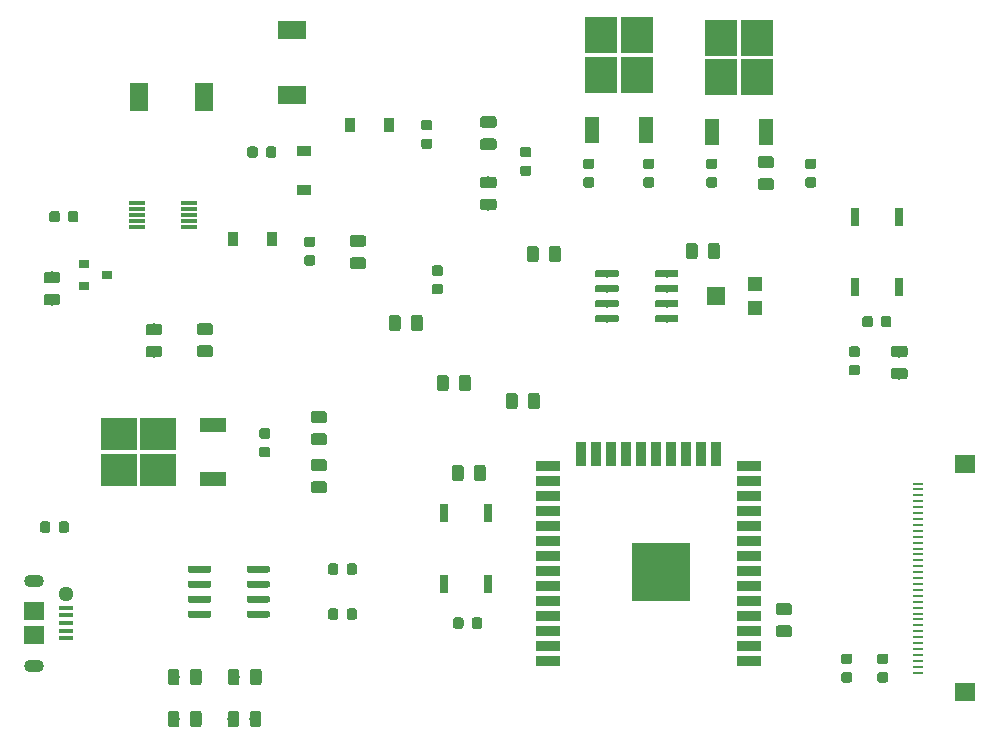
<source format=gbr>
%TF.GenerationSoftware,KiCad,Pcbnew,5.1.4*%
%TF.CreationDate,2019-10-04T22:27:36+02:00*%
%TF.ProjectId,epaper-breakout,65706170-6572-42d6-9272-65616b6f7574,rev?*%
%TF.SameCoordinates,Original*%
%TF.FileFunction,Paste,Top*%
%TF.FilePolarity,Positive*%
%FSLAX46Y46*%
G04 Gerber Fmt 4.6, Leading zero omitted, Abs format (unit mm)*
G04 Created by KiCad (PCBNEW 5.1.4) date 2019-10-04 22:27:36*
%MOMM*%
%LPD*%
G04 APERTURE LIST*
%ADD10C,0.150000*%
%ADD11C,0.875000*%
%ADD12R,2.000000X0.900000*%
%ADD13R,0.900000X2.000000*%
%ADD14R,5.000000X5.000000*%
%ADD15R,0.812800X0.254000*%
%ADD16R,1.701800X1.524000*%
%ADD17C,0.650000*%
%ADD18C,0.600000*%
%ADD19R,2.750000X3.050000*%
%ADD20R,1.200000X2.200000*%
%ADD21R,1.400000X0.300000*%
%ADD22R,3.050000X2.750000*%
%ADD23R,2.200000X1.200000*%
%ADD24R,0.750000X1.500000*%
%ADD25R,1.200000X1.200000*%
%ADD26R,1.500000X1.600000*%
%ADD27C,0.975000*%
%ADD28R,0.900000X0.800000*%
%ADD29R,1.500000X2.400000*%
%ADD30R,2.400000X1.500000*%
%ADD31R,1.700000X1.500000*%
%ADD32C,1.290000*%
%ADD33R,1.250000X0.400000*%
%ADD34O,1.700000X1.100000*%
%ADD35R,0.900000X1.200000*%
%ADD36R,1.200000X0.900000*%
G04 APERTURE END LIST*
D10*
G36*
X121689691Y71022947D02*
G01*
X121710926Y71019797D01*
X121731750Y71014581D01*
X121751962Y71007349D01*
X121771368Y70998170D01*
X121789781Y70987134D01*
X121807024Y70974346D01*
X121822930Y70959930D01*
X121837346Y70944024D01*
X121850134Y70926781D01*
X121861170Y70908368D01*
X121870349Y70888962D01*
X121877581Y70868750D01*
X121882797Y70847926D01*
X121885947Y70826691D01*
X121887000Y70805250D01*
X121887000Y70367750D01*
X121885947Y70346309D01*
X121882797Y70325074D01*
X121877581Y70304250D01*
X121870349Y70284038D01*
X121861170Y70264632D01*
X121850134Y70246219D01*
X121837346Y70228976D01*
X121822930Y70213070D01*
X121807024Y70198654D01*
X121789781Y70185866D01*
X121771368Y70174830D01*
X121751962Y70165651D01*
X121731750Y70158419D01*
X121710926Y70153203D01*
X121689691Y70150053D01*
X121668250Y70149000D01*
X121155750Y70149000D01*
X121134309Y70150053D01*
X121113074Y70153203D01*
X121092250Y70158419D01*
X121072038Y70165651D01*
X121052632Y70174830D01*
X121034219Y70185866D01*
X121016976Y70198654D01*
X121001070Y70213070D01*
X120986654Y70228976D01*
X120973866Y70246219D01*
X120962830Y70264632D01*
X120953651Y70284038D01*
X120946419Y70304250D01*
X120941203Y70325074D01*
X120938053Y70346309D01*
X120937000Y70367750D01*
X120937000Y70805250D01*
X120938053Y70826691D01*
X120941203Y70847926D01*
X120946419Y70868750D01*
X120953651Y70888962D01*
X120962830Y70908368D01*
X120973866Y70926781D01*
X120986654Y70944024D01*
X121001070Y70959930D01*
X121016976Y70974346D01*
X121034219Y70987134D01*
X121052632Y70998170D01*
X121072038Y71007349D01*
X121092250Y71014581D01*
X121113074Y71019797D01*
X121134309Y71022947D01*
X121155750Y71024000D01*
X121668250Y71024000D01*
X121689691Y71022947D01*
X121689691Y71022947D01*
G37*
D11*
X121412000Y70586500D03*
D10*
G36*
X121689691Y72597947D02*
G01*
X121710926Y72594797D01*
X121731750Y72589581D01*
X121751962Y72582349D01*
X121771368Y72573170D01*
X121789781Y72562134D01*
X121807024Y72549346D01*
X121822930Y72534930D01*
X121837346Y72519024D01*
X121850134Y72501781D01*
X121861170Y72483368D01*
X121870349Y72463962D01*
X121877581Y72443750D01*
X121882797Y72422926D01*
X121885947Y72401691D01*
X121887000Y72380250D01*
X121887000Y71942750D01*
X121885947Y71921309D01*
X121882797Y71900074D01*
X121877581Y71879250D01*
X121870349Y71859038D01*
X121861170Y71839632D01*
X121850134Y71821219D01*
X121837346Y71803976D01*
X121822930Y71788070D01*
X121807024Y71773654D01*
X121789781Y71760866D01*
X121771368Y71749830D01*
X121751962Y71740651D01*
X121731750Y71733419D01*
X121710926Y71728203D01*
X121689691Y71725053D01*
X121668250Y71724000D01*
X121155750Y71724000D01*
X121134309Y71725053D01*
X121113074Y71728203D01*
X121092250Y71733419D01*
X121072038Y71740651D01*
X121052632Y71749830D01*
X121034219Y71760866D01*
X121016976Y71773654D01*
X121001070Y71788070D01*
X120986654Y71803976D01*
X120973866Y71821219D01*
X120962830Y71839632D01*
X120953651Y71859038D01*
X120946419Y71879250D01*
X120941203Y71900074D01*
X120938053Y71921309D01*
X120937000Y71942750D01*
X120937000Y72380250D01*
X120938053Y72401691D01*
X120941203Y72422926D01*
X120946419Y72443750D01*
X120953651Y72463962D01*
X120962830Y72483368D01*
X120973866Y72501781D01*
X120986654Y72519024D01*
X121001070Y72534930D01*
X121016976Y72549346D01*
X121034219Y72562134D01*
X121052632Y72573170D01*
X121072038Y72582349D01*
X121092250Y72589581D01*
X121113074Y72594797D01*
X121134309Y72597947D01*
X121155750Y72599000D01*
X121668250Y72599000D01*
X121689691Y72597947D01*
X121689691Y72597947D01*
G37*
D11*
X121412000Y72161500D03*
D12*
X96148000Y72009000D03*
X96148000Y73279000D03*
X96148000Y74549000D03*
X96148000Y75819000D03*
X96148000Y77089000D03*
X96148000Y78359000D03*
X96148000Y79629000D03*
X96148000Y80899000D03*
X96148000Y82169000D03*
X96148000Y83439000D03*
X96148000Y84709000D03*
X96148000Y85979000D03*
X96148000Y87249000D03*
X96148000Y88519000D03*
D13*
X98933000Y89519000D03*
X100203000Y89519000D03*
X101473000Y89519000D03*
X102743000Y89519000D03*
X104013000Y89519000D03*
X105283000Y89519000D03*
X106553000Y89519000D03*
X107823000Y89519000D03*
X109093000Y89519000D03*
X110363000Y89519000D03*
D12*
X113148000Y88519000D03*
X113148000Y87249000D03*
X113148000Y85979000D03*
X113148000Y84709000D03*
X113148000Y83439000D03*
X113148000Y82169000D03*
X113148000Y80899000D03*
X113148000Y79629000D03*
X113148000Y78359000D03*
X113148000Y77089000D03*
X113148000Y75819000D03*
X113148000Y74549000D03*
X113148000Y73279000D03*
X113148000Y72009000D03*
D14*
X105648000Y79509000D03*
D15*
X127419100Y70994001D03*
X127419100Y71494000D03*
X127419100Y71994001D03*
X127419100Y72494000D03*
X127419100Y72994002D03*
X127419100Y73494001D03*
X127419100Y73994000D03*
X127419100Y74494001D03*
X127419100Y74994000D03*
X127419100Y75494002D03*
X127419100Y75994001D03*
X127419100Y76494000D03*
X127419100Y76994001D03*
X127419100Y77494000D03*
X127419100Y77994002D03*
X127419100Y78494001D03*
X127419100Y78994000D03*
X127419100Y79494002D03*
X127419100Y79994001D03*
X127419100Y80494000D03*
X127419100Y80994001D03*
X127419100Y81494000D03*
X127419100Y81994002D03*
X127419100Y82494001D03*
X127419100Y82994000D03*
X127419100Y83494001D03*
X127419100Y83994000D03*
X127419100Y84494002D03*
X127419100Y84994001D03*
X127419100Y85494000D03*
X127419100Y85994001D03*
X127419100Y86494000D03*
X127419100Y86994002D03*
D16*
X131432300Y88646000D03*
X131432300Y69342000D03*
D10*
G36*
X101935428Y101289218D02*
G01*
X101951202Y101286878D01*
X101966671Y101283003D01*
X101981686Y101277630D01*
X101996102Y101270812D01*
X102009780Y101262614D01*
X102022589Y101253114D01*
X102034405Y101242405D01*
X102045114Y101230589D01*
X102054614Y101217780D01*
X102062812Y101204102D01*
X102069630Y101189686D01*
X102075003Y101174671D01*
X102078878Y101159202D01*
X102081218Y101143428D01*
X102082000Y101127500D01*
X102082000Y100802500D01*
X102081218Y100786572D01*
X102078878Y100770798D01*
X102075003Y100755329D01*
X102069630Y100740314D01*
X102062812Y100725898D01*
X102054614Y100712220D01*
X102045114Y100699411D01*
X102034405Y100687595D01*
X102022589Y100676886D01*
X102009780Y100667386D01*
X101996102Y100659188D01*
X101981686Y100652370D01*
X101966671Y100646997D01*
X101951202Y100643122D01*
X101935428Y100640782D01*
X101919500Y100640000D01*
X100269500Y100640000D01*
X100253572Y100640782D01*
X100237798Y100643122D01*
X100222329Y100646997D01*
X100207314Y100652370D01*
X100192898Y100659188D01*
X100179220Y100667386D01*
X100166411Y100676886D01*
X100154595Y100687595D01*
X100143886Y100699411D01*
X100134386Y100712220D01*
X100126188Y100725898D01*
X100119370Y100740314D01*
X100113997Y100755329D01*
X100110122Y100770798D01*
X100107782Y100786572D01*
X100107000Y100802500D01*
X100107000Y101127500D01*
X100107782Y101143428D01*
X100110122Y101159202D01*
X100113997Y101174671D01*
X100119370Y101189686D01*
X100126188Y101204102D01*
X100134386Y101217780D01*
X100143886Y101230589D01*
X100154595Y101242405D01*
X100166411Y101253114D01*
X100179220Y101262614D01*
X100192898Y101270812D01*
X100207314Y101277630D01*
X100222329Y101283003D01*
X100237798Y101286878D01*
X100253572Y101289218D01*
X100269500Y101290000D01*
X101919500Y101290000D01*
X101935428Y101289218D01*
X101935428Y101289218D01*
G37*
D17*
X101094500Y100965000D03*
D10*
G36*
X101935428Y102559218D02*
G01*
X101951202Y102556878D01*
X101966671Y102553003D01*
X101981686Y102547630D01*
X101996102Y102540812D01*
X102009780Y102532614D01*
X102022589Y102523114D01*
X102034405Y102512405D01*
X102045114Y102500589D01*
X102054614Y102487780D01*
X102062812Y102474102D01*
X102069630Y102459686D01*
X102075003Y102444671D01*
X102078878Y102429202D01*
X102081218Y102413428D01*
X102082000Y102397500D01*
X102082000Y102072500D01*
X102081218Y102056572D01*
X102078878Y102040798D01*
X102075003Y102025329D01*
X102069630Y102010314D01*
X102062812Y101995898D01*
X102054614Y101982220D01*
X102045114Y101969411D01*
X102034405Y101957595D01*
X102022589Y101946886D01*
X102009780Y101937386D01*
X101996102Y101929188D01*
X101981686Y101922370D01*
X101966671Y101916997D01*
X101951202Y101913122D01*
X101935428Y101910782D01*
X101919500Y101910000D01*
X100269500Y101910000D01*
X100253572Y101910782D01*
X100237798Y101913122D01*
X100222329Y101916997D01*
X100207314Y101922370D01*
X100192898Y101929188D01*
X100179220Y101937386D01*
X100166411Y101946886D01*
X100154595Y101957595D01*
X100143886Y101969411D01*
X100134386Y101982220D01*
X100126188Y101995898D01*
X100119370Y102010314D01*
X100113997Y102025329D01*
X100110122Y102040798D01*
X100107782Y102056572D01*
X100107000Y102072500D01*
X100107000Y102397500D01*
X100107782Y102413428D01*
X100110122Y102429202D01*
X100113997Y102444671D01*
X100119370Y102459686D01*
X100126188Y102474102D01*
X100134386Y102487780D01*
X100143886Y102500589D01*
X100154595Y102512405D01*
X100166411Y102523114D01*
X100179220Y102532614D01*
X100192898Y102540812D01*
X100207314Y102547630D01*
X100222329Y102553003D01*
X100237798Y102556878D01*
X100253572Y102559218D01*
X100269500Y102560000D01*
X101919500Y102560000D01*
X101935428Y102559218D01*
X101935428Y102559218D01*
G37*
D17*
X101094500Y102235000D03*
D10*
G36*
X101935428Y103829218D02*
G01*
X101951202Y103826878D01*
X101966671Y103823003D01*
X101981686Y103817630D01*
X101996102Y103810812D01*
X102009780Y103802614D01*
X102022589Y103793114D01*
X102034405Y103782405D01*
X102045114Y103770589D01*
X102054614Y103757780D01*
X102062812Y103744102D01*
X102069630Y103729686D01*
X102075003Y103714671D01*
X102078878Y103699202D01*
X102081218Y103683428D01*
X102082000Y103667500D01*
X102082000Y103342500D01*
X102081218Y103326572D01*
X102078878Y103310798D01*
X102075003Y103295329D01*
X102069630Y103280314D01*
X102062812Y103265898D01*
X102054614Y103252220D01*
X102045114Y103239411D01*
X102034405Y103227595D01*
X102022589Y103216886D01*
X102009780Y103207386D01*
X101996102Y103199188D01*
X101981686Y103192370D01*
X101966671Y103186997D01*
X101951202Y103183122D01*
X101935428Y103180782D01*
X101919500Y103180000D01*
X100269500Y103180000D01*
X100253572Y103180782D01*
X100237798Y103183122D01*
X100222329Y103186997D01*
X100207314Y103192370D01*
X100192898Y103199188D01*
X100179220Y103207386D01*
X100166411Y103216886D01*
X100154595Y103227595D01*
X100143886Y103239411D01*
X100134386Y103252220D01*
X100126188Y103265898D01*
X100119370Y103280314D01*
X100113997Y103295329D01*
X100110122Y103310798D01*
X100107782Y103326572D01*
X100107000Y103342500D01*
X100107000Y103667500D01*
X100107782Y103683428D01*
X100110122Y103699202D01*
X100113997Y103714671D01*
X100119370Y103729686D01*
X100126188Y103744102D01*
X100134386Y103757780D01*
X100143886Y103770589D01*
X100154595Y103782405D01*
X100166411Y103793114D01*
X100179220Y103802614D01*
X100192898Y103810812D01*
X100207314Y103817630D01*
X100222329Y103823003D01*
X100237798Y103826878D01*
X100253572Y103829218D01*
X100269500Y103830000D01*
X101919500Y103830000D01*
X101935428Y103829218D01*
X101935428Y103829218D01*
G37*
D17*
X101094500Y103505000D03*
D10*
G36*
X101935428Y105099218D02*
G01*
X101951202Y105096878D01*
X101966671Y105093003D01*
X101981686Y105087630D01*
X101996102Y105080812D01*
X102009780Y105072614D01*
X102022589Y105063114D01*
X102034405Y105052405D01*
X102045114Y105040589D01*
X102054614Y105027780D01*
X102062812Y105014102D01*
X102069630Y104999686D01*
X102075003Y104984671D01*
X102078878Y104969202D01*
X102081218Y104953428D01*
X102082000Y104937500D01*
X102082000Y104612500D01*
X102081218Y104596572D01*
X102078878Y104580798D01*
X102075003Y104565329D01*
X102069630Y104550314D01*
X102062812Y104535898D01*
X102054614Y104522220D01*
X102045114Y104509411D01*
X102034405Y104497595D01*
X102022589Y104486886D01*
X102009780Y104477386D01*
X101996102Y104469188D01*
X101981686Y104462370D01*
X101966671Y104456997D01*
X101951202Y104453122D01*
X101935428Y104450782D01*
X101919500Y104450000D01*
X100269500Y104450000D01*
X100253572Y104450782D01*
X100237798Y104453122D01*
X100222329Y104456997D01*
X100207314Y104462370D01*
X100192898Y104469188D01*
X100179220Y104477386D01*
X100166411Y104486886D01*
X100154595Y104497595D01*
X100143886Y104509411D01*
X100134386Y104522220D01*
X100126188Y104535898D01*
X100119370Y104550314D01*
X100113997Y104565329D01*
X100110122Y104580798D01*
X100107782Y104596572D01*
X100107000Y104612500D01*
X100107000Y104937500D01*
X100107782Y104953428D01*
X100110122Y104969202D01*
X100113997Y104984671D01*
X100119370Y104999686D01*
X100126188Y105014102D01*
X100134386Y105027780D01*
X100143886Y105040589D01*
X100154595Y105052405D01*
X100166411Y105063114D01*
X100179220Y105072614D01*
X100192898Y105080812D01*
X100207314Y105087630D01*
X100222329Y105093003D01*
X100237798Y105096878D01*
X100253572Y105099218D01*
X100269500Y105100000D01*
X101919500Y105100000D01*
X101935428Y105099218D01*
X101935428Y105099218D01*
G37*
D17*
X101094500Y104775000D03*
D10*
G36*
X107010428Y105099218D02*
G01*
X107026202Y105096878D01*
X107041671Y105093003D01*
X107056686Y105087630D01*
X107071102Y105080812D01*
X107084780Y105072614D01*
X107097589Y105063114D01*
X107109405Y105052405D01*
X107120114Y105040589D01*
X107129614Y105027780D01*
X107137812Y105014102D01*
X107144630Y104999686D01*
X107150003Y104984671D01*
X107153878Y104969202D01*
X107156218Y104953428D01*
X107157000Y104937500D01*
X107157000Y104612500D01*
X107156218Y104596572D01*
X107153878Y104580798D01*
X107150003Y104565329D01*
X107144630Y104550314D01*
X107137812Y104535898D01*
X107129614Y104522220D01*
X107120114Y104509411D01*
X107109405Y104497595D01*
X107097589Y104486886D01*
X107084780Y104477386D01*
X107071102Y104469188D01*
X107056686Y104462370D01*
X107041671Y104456997D01*
X107026202Y104453122D01*
X107010428Y104450782D01*
X106994500Y104450000D01*
X105344500Y104450000D01*
X105328572Y104450782D01*
X105312798Y104453122D01*
X105297329Y104456997D01*
X105282314Y104462370D01*
X105267898Y104469188D01*
X105254220Y104477386D01*
X105241411Y104486886D01*
X105229595Y104497595D01*
X105218886Y104509411D01*
X105209386Y104522220D01*
X105201188Y104535898D01*
X105194370Y104550314D01*
X105188997Y104565329D01*
X105185122Y104580798D01*
X105182782Y104596572D01*
X105182000Y104612500D01*
X105182000Y104937500D01*
X105182782Y104953428D01*
X105185122Y104969202D01*
X105188997Y104984671D01*
X105194370Y104999686D01*
X105201188Y105014102D01*
X105209386Y105027780D01*
X105218886Y105040589D01*
X105229595Y105052405D01*
X105241411Y105063114D01*
X105254220Y105072614D01*
X105267898Y105080812D01*
X105282314Y105087630D01*
X105297329Y105093003D01*
X105312798Y105096878D01*
X105328572Y105099218D01*
X105344500Y105100000D01*
X106994500Y105100000D01*
X107010428Y105099218D01*
X107010428Y105099218D01*
G37*
D17*
X106169500Y104775000D03*
D10*
G36*
X107010428Y103829218D02*
G01*
X107026202Y103826878D01*
X107041671Y103823003D01*
X107056686Y103817630D01*
X107071102Y103810812D01*
X107084780Y103802614D01*
X107097589Y103793114D01*
X107109405Y103782405D01*
X107120114Y103770589D01*
X107129614Y103757780D01*
X107137812Y103744102D01*
X107144630Y103729686D01*
X107150003Y103714671D01*
X107153878Y103699202D01*
X107156218Y103683428D01*
X107157000Y103667500D01*
X107157000Y103342500D01*
X107156218Y103326572D01*
X107153878Y103310798D01*
X107150003Y103295329D01*
X107144630Y103280314D01*
X107137812Y103265898D01*
X107129614Y103252220D01*
X107120114Y103239411D01*
X107109405Y103227595D01*
X107097589Y103216886D01*
X107084780Y103207386D01*
X107071102Y103199188D01*
X107056686Y103192370D01*
X107041671Y103186997D01*
X107026202Y103183122D01*
X107010428Y103180782D01*
X106994500Y103180000D01*
X105344500Y103180000D01*
X105328572Y103180782D01*
X105312798Y103183122D01*
X105297329Y103186997D01*
X105282314Y103192370D01*
X105267898Y103199188D01*
X105254220Y103207386D01*
X105241411Y103216886D01*
X105229595Y103227595D01*
X105218886Y103239411D01*
X105209386Y103252220D01*
X105201188Y103265898D01*
X105194370Y103280314D01*
X105188997Y103295329D01*
X105185122Y103310798D01*
X105182782Y103326572D01*
X105182000Y103342500D01*
X105182000Y103667500D01*
X105182782Y103683428D01*
X105185122Y103699202D01*
X105188997Y103714671D01*
X105194370Y103729686D01*
X105201188Y103744102D01*
X105209386Y103757780D01*
X105218886Y103770589D01*
X105229595Y103782405D01*
X105241411Y103793114D01*
X105254220Y103802614D01*
X105267898Y103810812D01*
X105282314Y103817630D01*
X105297329Y103823003D01*
X105312798Y103826878D01*
X105328572Y103829218D01*
X105344500Y103830000D01*
X106994500Y103830000D01*
X107010428Y103829218D01*
X107010428Y103829218D01*
G37*
D17*
X106169500Y103505000D03*
D10*
G36*
X107010428Y102559218D02*
G01*
X107026202Y102556878D01*
X107041671Y102553003D01*
X107056686Y102547630D01*
X107071102Y102540812D01*
X107084780Y102532614D01*
X107097589Y102523114D01*
X107109405Y102512405D01*
X107120114Y102500589D01*
X107129614Y102487780D01*
X107137812Y102474102D01*
X107144630Y102459686D01*
X107150003Y102444671D01*
X107153878Y102429202D01*
X107156218Y102413428D01*
X107157000Y102397500D01*
X107157000Y102072500D01*
X107156218Y102056572D01*
X107153878Y102040798D01*
X107150003Y102025329D01*
X107144630Y102010314D01*
X107137812Y101995898D01*
X107129614Y101982220D01*
X107120114Y101969411D01*
X107109405Y101957595D01*
X107097589Y101946886D01*
X107084780Y101937386D01*
X107071102Y101929188D01*
X107056686Y101922370D01*
X107041671Y101916997D01*
X107026202Y101913122D01*
X107010428Y101910782D01*
X106994500Y101910000D01*
X105344500Y101910000D01*
X105328572Y101910782D01*
X105312798Y101913122D01*
X105297329Y101916997D01*
X105282314Y101922370D01*
X105267898Y101929188D01*
X105254220Y101937386D01*
X105241411Y101946886D01*
X105229595Y101957595D01*
X105218886Y101969411D01*
X105209386Y101982220D01*
X105201188Y101995898D01*
X105194370Y102010314D01*
X105188997Y102025329D01*
X105185122Y102040798D01*
X105182782Y102056572D01*
X105182000Y102072500D01*
X105182000Y102397500D01*
X105182782Y102413428D01*
X105185122Y102429202D01*
X105188997Y102444671D01*
X105194370Y102459686D01*
X105201188Y102474102D01*
X105209386Y102487780D01*
X105218886Y102500589D01*
X105229595Y102512405D01*
X105241411Y102523114D01*
X105254220Y102532614D01*
X105267898Y102540812D01*
X105282314Y102547630D01*
X105297329Y102553003D01*
X105312798Y102556878D01*
X105328572Y102559218D01*
X105344500Y102560000D01*
X106994500Y102560000D01*
X107010428Y102559218D01*
X107010428Y102559218D01*
G37*
D17*
X106169500Y102235000D03*
D10*
G36*
X107010428Y101289218D02*
G01*
X107026202Y101286878D01*
X107041671Y101283003D01*
X107056686Y101277630D01*
X107071102Y101270812D01*
X107084780Y101262614D01*
X107097589Y101253114D01*
X107109405Y101242405D01*
X107120114Y101230589D01*
X107129614Y101217780D01*
X107137812Y101204102D01*
X107144630Y101189686D01*
X107150003Y101174671D01*
X107153878Y101159202D01*
X107156218Y101143428D01*
X107157000Y101127500D01*
X107157000Y100802500D01*
X107156218Y100786572D01*
X107153878Y100770798D01*
X107150003Y100755329D01*
X107144630Y100740314D01*
X107137812Y100725898D01*
X107129614Y100712220D01*
X107120114Y100699411D01*
X107109405Y100687595D01*
X107097589Y100676886D01*
X107084780Y100667386D01*
X107071102Y100659188D01*
X107056686Y100652370D01*
X107041671Y100646997D01*
X107026202Y100643122D01*
X107010428Y100640782D01*
X106994500Y100640000D01*
X105344500Y100640000D01*
X105328572Y100640782D01*
X105312798Y100643122D01*
X105297329Y100646997D01*
X105282314Y100652370D01*
X105267898Y100659188D01*
X105254220Y100667386D01*
X105241411Y100676886D01*
X105229595Y100687595D01*
X105218886Y100699411D01*
X105209386Y100712220D01*
X105201188Y100725898D01*
X105194370Y100740314D01*
X105188997Y100755329D01*
X105185122Y100770798D01*
X105182782Y100786572D01*
X105182000Y100802500D01*
X105182000Y101127500D01*
X105182782Y101143428D01*
X105185122Y101159202D01*
X105188997Y101174671D01*
X105194370Y101189686D01*
X105201188Y101204102D01*
X105209386Y101217780D01*
X105218886Y101230589D01*
X105229595Y101242405D01*
X105241411Y101253114D01*
X105254220Y101262614D01*
X105267898Y101270812D01*
X105282314Y101277630D01*
X105297329Y101283003D01*
X105312798Y101286878D01*
X105328572Y101289218D01*
X105344500Y101290000D01*
X106994500Y101290000D01*
X107010428Y101289218D01*
X107010428Y101289218D01*
G37*
D17*
X106169500Y100965000D03*
D10*
G36*
X72402703Y80055278D02*
G01*
X72417264Y80053118D01*
X72431543Y80049541D01*
X72445403Y80044582D01*
X72458710Y80038288D01*
X72471336Y80030720D01*
X72483159Y80021952D01*
X72494066Y80012066D01*
X72503952Y80001159D01*
X72512720Y79989336D01*
X72520288Y79976710D01*
X72526582Y79963403D01*
X72531541Y79949543D01*
X72535118Y79935264D01*
X72537278Y79920703D01*
X72538000Y79906000D01*
X72538000Y79606000D01*
X72537278Y79591297D01*
X72535118Y79576736D01*
X72531541Y79562457D01*
X72526582Y79548597D01*
X72520288Y79535290D01*
X72512720Y79522664D01*
X72503952Y79510841D01*
X72494066Y79499934D01*
X72483159Y79490048D01*
X72471336Y79481280D01*
X72458710Y79473712D01*
X72445403Y79467418D01*
X72431543Y79462459D01*
X72417264Y79458882D01*
X72402703Y79456722D01*
X72388000Y79456000D01*
X70738000Y79456000D01*
X70723297Y79456722D01*
X70708736Y79458882D01*
X70694457Y79462459D01*
X70680597Y79467418D01*
X70667290Y79473712D01*
X70654664Y79481280D01*
X70642841Y79490048D01*
X70631934Y79499934D01*
X70622048Y79510841D01*
X70613280Y79522664D01*
X70605712Y79535290D01*
X70599418Y79548597D01*
X70594459Y79562457D01*
X70590882Y79576736D01*
X70588722Y79591297D01*
X70588000Y79606000D01*
X70588000Y79906000D01*
X70588722Y79920703D01*
X70590882Y79935264D01*
X70594459Y79949543D01*
X70599418Y79963403D01*
X70605712Y79976710D01*
X70613280Y79989336D01*
X70622048Y80001159D01*
X70631934Y80012066D01*
X70642841Y80021952D01*
X70654664Y80030720D01*
X70667290Y80038288D01*
X70680597Y80044582D01*
X70694457Y80049541D01*
X70708736Y80053118D01*
X70723297Y80055278D01*
X70738000Y80056000D01*
X72388000Y80056000D01*
X72402703Y80055278D01*
X72402703Y80055278D01*
G37*
D18*
X71563000Y79756000D03*
D10*
G36*
X72402703Y78785278D02*
G01*
X72417264Y78783118D01*
X72431543Y78779541D01*
X72445403Y78774582D01*
X72458710Y78768288D01*
X72471336Y78760720D01*
X72483159Y78751952D01*
X72494066Y78742066D01*
X72503952Y78731159D01*
X72512720Y78719336D01*
X72520288Y78706710D01*
X72526582Y78693403D01*
X72531541Y78679543D01*
X72535118Y78665264D01*
X72537278Y78650703D01*
X72538000Y78636000D01*
X72538000Y78336000D01*
X72537278Y78321297D01*
X72535118Y78306736D01*
X72531541Y78292457D01*
X72526582Y78278597D01*
X72520288Y78265290D01*
X72512720Y78252664D01*
X72503952Y78240841D01*
X72494066Y78229934D01*
X72483159Y78220048D01*
X72471336Y78211280D01*
X72458710Y78203712D01*
X72445403Y78197418D01*
X72431543Y78192459D01*
X72417264Y78188882D01*
X72402703Y78186722D01*
X72388000Y78186000D01*
X70738000Y78186000D01*
X70723297Y78186722D01*
X70708736Y78188882D01*
X70694457Y78192459D01*
X70680597Y78197418D01*
X70667290Y78203712D01*
X70654664Y78211280D01*
X70642841Y78220048D01*
X70631934Y78229934D01*
X70622048Y78240841D01*
X70613280Y78252664D01*
X70605712Y78265290D01*
X70599418Y78278597D01*
X70594459Y78292457D01*
X70590882Y78306736D01*
X70588722Y78321297D01*
X70588000Y78336000D01*
X70588000Y78636000D01*
X70588722Y78650703D01*
X70590882Y78665264D01*
X70594459Y78679543D01*
X70599418Y78693403D01*
X70605712Y78706710D01*
X70613280Y78719336D01*
X70622048Y78731159D01*
X70631934Y78742066D01*
X70642841Y78751952D01*
X70654664Y78760720D01*
X70667290Y78768288D01*
X70680597Y78774582D01*
X70694457Y78779541D01*
X70708736Y78783118D01*
X70723297Y78785278D01*
X70738000Y78786000D01*
X72388000Y78786000D01*
X72402703Y78785278D01*
X72402703Y78785278D01*
G37*
D18*
X71563000Y78486000D03*
D10*
G36*
X72402703Y77515278D02*
G01*
X72417264Y77513118D01*
X72431543Y77509541D01*
X72445403Y77504582D01*
X72458710Y77498288D01*
X72471336Y77490720D01*
X72483159Y77481952D01*
X72494066Y77472066D01*
X72503952Y77461159D01*
X72512720Y77449336D01*
X72520288Y77436710D01*
X72526582Y77423403D01*
X72531541Y77409543D01*
X72535118Y77395264D01*
X72537278Y77380703D01*
X72538000Y77366000D01*
X72538000Y77066000D01*
X72537278Y77051297D01*
X72535118Y77036736D01*
X72531541Y77022457D01*
X72526582Y77008597D01*
X72520288Y76995290D01*
X72512720Y76982664D01*
X72503952Y76970841D01*
X72494066Y76959934D01*
X72483159Y76950048D01*
X72471336Y76941280D01*
X72458710Y76933712D01*
X72445403Y76927418D01*
X72431543Y76922459D01*
X72417264Y76918882D01*
X72402703Y76916722D01*
X72388000Y76916000D01*
X70738000Y76916000D01*
X70723297Y76916722D01*
X70708736Y76918882D01*
X70694457Y76922459D01*
X70680597Y76927418D01*
X70667290Y76933712D01*
X70654664Y76941280D01*
X70642841Y76950048D01*
X70631934Y76959934D01*
X70622048Y76970841D01*
X70613280Y76982664D01*
X70605712Y76995290D01*
X70599418Y77008597D01*
X70594459Y77022457D01*
X70590882Y77036736D01*
X70588722Y77051297D01*
X70588000Y77066000D01*
X70588000Y77366000D01*
X70588722Y77380703D01*
X70590882Y77395264D01*
X70594459Y77409543D01*
X70599418Y77423403D01*
X70605712Y77436710D01*
X70613280Y77449336D01*
X70622048Y77461159D01*
X70631934Y77472066D01*
X70642841Y77481952D01*
X70654664Y77490720D01*
X70667290Y77498288D01*
X70680597Y77504582D01*
X70694457Y77509541D01*
X70708736Y77513118D01*
X70723297Y77515278D01*
X70738000Y77516000D01*
X72388000Y77516000D01*
X72402703Y77515278D01*
X72402703Y77515278D01*
G37*
D18*
X71563000Y77216000D03*
D10*
G36*
X72402703Y76245278D02*
G01*
X72417264Y76243118D01*
X72431543Y76239541D01*
X72445403Y76234582D01*
X72458710Y76228288D01*
X72471336Y76220720D01*
X72483159Y76211952D01*
X72494066Y76202066D01*
X72503952Y76191159D01*
X72512720Y76179336D01*
X72520288Y76166710D01*
X72526582Y76153403D01*
X72531541Y76139543D01*
X72535118Y76125264D01*
X72537278Y76110703D01*
X72538000Y76096000D01*
X72538000Y75796000D01*
X72537278Y75781297D01*
X72535118Y75766736D01*
X72531541Y75752457D01*
X72526582Y75738597D01*
X72520288Y75725290D01*
X72512720Y75712664D01*
X72503952Y75700841D01*
X72494066Y75689934D01*
X72483159Y75680048D01*
X72471336Y75671280D01*
X72458710Y75663712D01*
X72445403Y75657418D01*
X72431543Y75652459D01*
X72417264Y75648882D01*
X72402703Y75646722D01*
X72388000Y75646000D01*
X70738000Y75646000D01*
X70723297Y75646722D01*
X70708736Y75648882D01*
X70694457Y75652459D01*
X70680597Y75657418D01*
X70667290Y75663712D01*
X70654664Y75671280D01*
X70642841Y75680048D01*
X70631934Y75689934D01*
X70622048Y75700841D01*
X70613280Y75712664D01*
X70605712Y75725290D01*
X70599418Y75738597D01*
X70594459Y75752457D01*
X70590882Y75766736D01*
X70588722Y75781297D01*
X70588000Y75796000D01*
X70588000Y76096000D01*
X70588722Y76110703D01*
X70590882Y76125264D01*
X70594459Y76139543D01*
X70599418Y76153403D01*
X70605712Y76166710D01*
X70613280Y76179336D01*
X70622048Y76191159D01*
X70631934Y76202066D01*
X70642841Y76211952D01*
X70654664Y76220720D01*
X70667290Y76228288D01*
X70680597Y76234582D01*
X70694457Y76239541D01*
X70708736Y76243118D01*
X70723297Y76245278D01*
X70738000Y76246000D01*
X72388000Y76246000D01*
X72402703Y76245278D01*
X72402703Y76245278D01*
G37*
D18*
X71563000Y75946000D03*
D10*
G36*
X67452703Y76245278D02*
G01*
X67467264Y76243118D01*
X67481543Y76239541D01*
X67495403Y76234582D01*
X67508710Y76228288D01*
X67521336Y76220720D01*
X67533159Y76211952D01*
X67544066Y76202066D01*
X67553952Y76191159D01*
X67562720Y76179336D01*
X67570288Y76166710D01*
X67576582Y76153403D01*
X67581541Y76139543D01*
X67585118Y76125264D01*
X67587278Y76110703D01*
X67588000Y76096000D01*
X67588000Y75796000D01*
X67587278Y75781297D01*
X67585118Y75766736D01*
X67581541Y75752457D01*
X67576582Y75738597D01*
X67570288Y75725290D01*
X67562720Y75712664D01*
X67553952Y75700841D01*
X67544066Y75689934D01*
X67533159Y75680048D01*
X67521336Y75671280D01*
X67508710Y75663712D01*
X67495403Y75657418D01*
X67481543Y75652459D01*
X67467264Y75648882D01*
X67452703Y75646722D01*
X67438000Y75646000D01*
X65788000Y75646000D01*
X65773297Y75646722D01*
X65758736Y75648882D01*
X65744457Y75652459D01*
X65730597Y75657418D01*
X65717290Y75663712D01*
X65704664Y75671280D01*
X65692841Y75680048D01*
X65681934Y75689934D01*
X65672048Y75700841D01*
X65663280Y75712664D01*
X65655712Y75725290D01*
X65649418Y75738597D01*
X65644459Y75752457D01*
X65640882Y75766736D01*
X65638722Y75781297D01*
X65638000Y75796000D01*
X65638000Y76096000D01*
X65638722Y76110703D01*
X65640882Y76125264D01*
X65644459Y76139543D01*
X65649418Y76153403D01*
X65655712Y76166710D01*
X65663280Y76179336D01*
X65672048Y76191159D01*
X65681934Y76202066D01*
X65692841Y76211952D01*
X65704664Y76220720D01*
X65717290Y76228288D01*
X65730597Y76234582D01*
X65744457Y76239541D01*
X65758736Y76243118D01*
X65773297Y76245278D01*
X65788000Y76246000D01*
X67438000Y76246000D01*
X67452703Y76245278D01*
X67452703Y76245278D01*
G37*
D18*
X66613000Y75946000D03*
D10*
G36*
X67452703Y77515278D02*
G01*
X67467264Y77513118D01*
X67481543Y77509541D01*
X67495403Y77504582D01*
X67508710Y77498288D01*
X67521336Y77490720D01*
X67533159Y77481952D01*
X67544066Y77472066D01*
X67553952Y77461159D01*
X67562720Y77449336D01*
X67570288Y77436710D01*
X67576582Y77423403D01*
X67581541Y77409543D01*
X67585118Y77395264D01*
X67587278Y77380703D01*
X67588000Y77366000D01*
X67588000Y77066000D01*
X67587278Y77051297D01*
X67585118Y77036736D01*
X67581541Y77022457D01*
X67576582Y77008597D01*
X67570288Y76995290D01*
X67562720Y76982664D01*
X67553952Y76970841D01*
X67544066Y76959934D01*
X67533159Y76950048D01*
X67521336Y76941280D01*
X67508710Y76933712D01*
X67495403Y76927418D01*
X67481543Y76922459D01*
X67467264Y76918882D01*
X67452703Y76916722D01*
X67438000Y76916000D01*
X65788000Y76916000D01*
X65773297Y76916722D01*
X65758736Y76918882D01*
X65744457Y76922459D01*
X65730597Y76927418D01*
X65717290Y76933712D01*
X65704664Y76941280D01*
X65692841Y76950048D01*
X65681934Y76959934D01*
X65672048Y76970841D01*
X65663280Y76982664D01*
X65655712Y76995290D01*
X65649418Y77008597D01*
X65644459Y77022457D01*
X65640882Y77036736D01*
X65638722Y77051297D01*
X65638000Y77066000D01*
X65638000Y77366000D01*
X65638722Y77380703D01*
X65640882Y77395264D01*
X65644459Y77409543D01*
X65649418Y77423403D01*
X65655712Y77436710D01*
X65663280Y77449336D01*
X65672048Y77461159D01*
X65681934Y77472066D01*
X65692841Y77481952D01*
X65704664Y77490720D01*
X65717290Y77498288D01*
X65730597Y77504582D01*
X65744457Y77509541D01*
X65758736Y77513118D01*
X65773297Y77515278D01*
X65788000Y77516000D01*
X67438000Y77516000D01*
X67452703Y77515278D01*
X67452703Y77515278D01*
G37*
D18*
X66613000Y77216000D03*
D10*
G36*
X67452703Y78785278D02*
G01*
X67467264Y78783118D01*
X67481543Y78779541D01*
X67495403Y78774582D01*
X67508710Y78768288D01*
X67521336Y78760720D01*
X67533159Y78751952D01*
X67544066Y78742066D01*
X67553952Y78731159D01*
X67562720Y78719336D01*
X67570288Y78706710D01*
X67576582Y78693403D01*
X67581541Y78679543D01*
X67585118Y78665264D01*
X67587278Y78650703D01*
X67588000Y78636000D01*
X67588000Y78336000D01*
X67587278Y78321297D01*
X67585118Y78306736D01*
X67581541Y78292457D01*
X67576582Y78278597D01*
X67570288Y78265290D01*
X67562720Y78252664D01*
X67553952Y78240841D01*
X67544066Y78229934D01*
X67533159Y78220048D01*
X67521336Y78211280D01*
X67508710Y78203712D01*
X67495403Y78197418D01*
X67481543Y78192459D01*
X67467264Y78188882D01*
X67452703Y78186722D01*
X67438000Y78186000D01*
X65788000Y78186000D01*
X65773297Y78186722D01*
X65758736Y78188882D01*
X65744457Y78192459D01*
X65730597Y78197418D01*
X65717290Y78203712D01*
X65704664Y78211280D01*
X65692841Y78220048D01*
X65681934Y78229934D01*
X65672048Y78240841D01*
X65663280Y78252664D01*
X65655712Y78265290D01*
X65649418Y78278597D01*
X65644459Y78292457D01*
X65640882Y78306736D01*
X65638722Y78321297D01*
X65638000Y78336000D01*
X65638000Y78636000D01*
X65638722Y78650703D01*
X65640882Y78665264D01*
X65644459Y78679543D01*
X65649418Y78693403D01*
X65655712Y78706710D01*
X65663280Y78719336D01*
X65672048Y78731159D01*
X65681934Y78742066D01*
X65692841Y78751952D01*
X65704664Y78760720D01*
X65717290Y78768288D01*
X65730597Y78774582D01*
X65744457Y78779541D01*
X65758736Y78783118D01*
X65773297Y78785278D01*
X65788000Y78786000D01*
X67438000Y78786000D01*
X67452703Y78785278D01*
X67452703Y78785278D01*
G37*
D18*
X66613000Y78486000D03*
D10*
G36*
X67452703Y80055278D02*
G01*
X67467264Y80053118D01*
X67481543Y80049541D01*
X67495403Y80044582D01*
X67508710Y80038288D01*
X67521336Y80030720D01*
X67533159Y80021952D01*
X67544066Y80012066D01*
X67553952Y80001159D01*
X67562720Y79989336D01*
X67570288Y79976710D01*
X67576582Y79963403D01*
X67581541Y79949543D01*
X67585118Y79935264D01*
X67587278Y79920703D01*
X67588000Y79906000D01*
X67588000Y79606000D01*
X67587278Y79591297D01*
X67585118Y79576736D01*
X67581541Y79562457D01*
X67576582Y79548597D01*
X67570288Y79535290D01*
X67562720Y79522664D01*
X67553952Y79510841D01*
X67544066Y79499934D01*
X67533159Y79490048D01*
X67521336Y79481280D01*
X67508710Y79473712D01*
X67495403Y79467418D01*
X67481543Y79462459D01*
X67467264Y79458882D01*
X67452703Y79456722D01*
X67438000Y79456000D01*
X65788000Y79456000D01*
X65773297Y79456722D01*
X65758736Y79458882D01*
X65744457Y79462459D01*
X65730597Y79467418D01*
X65717290Y79473712D01*
X65704664Y79481280D01*
X65692841Y79490048D01*
X65681934Y79499934D01*
X65672048Y79510841D01*
X65663280Y79522664D01*
X65655712Y79535290D01*
X65649418Y79548597D01*
X65644459Y79562457D01*
X65640882Y79576736D01*
X65638722Y79591297D01*
X65638000Y79606000D01*
X65638000Y79906000D01*
X65638722Y79920703D01*
X65640882Y79935264D01*
X65644459Y79949543D01*
X65649418Y79963403D01*
X65655712Y79976710D01*
X65663280Y79989336D01*
X65672048Y80001159D01*
X65681934Y80012066D01*
X65692841Y80021952D01*
X65704664Y80030720D01*
X65717290Y80038288D01*
X65730597Y80044582D01*
X65744457Y80049541D01*
X65758736Y80053118D01*
X65773297Y80055278D01*
X65788000Y80056000D01*
X67438000Y80056000D01*
X67452703Y80055278D01*
X67452703Y80055278D01*
G37*
D18*
X66613000Y79756000D03*
D19*
X103633000Y121583000D03*
X100583000Y124933000D03*
X100583000Y121583000D03*
X103633000Y124933000D03*
D20*
X104388000Y116958000D03*
X99828000Y116958000D03*
D19*
X113794000Y121412000D03*
X110744000Y124762000D03*
X110744000Y121412000D03*
X113794000Y124762000D03*
D20*
X114549000Y116787000D03*
X109989000Y116787000D03*
D21*
X65700000Y110728000D03*
X65700000Y110228000D03*
X65700000Y109728000D03*
X65700000Y109228000D03*
X65700000Y108728000D03*
X61300000Y108728000D03*
X61300000Y109228000D03*
X61300000Y109728000D03*
X61300000Y110228000D03*
X61300000Y110728000D03*
D22*
X63119000Y91188000D03*
X59769000Y88138000D03*
X63119000Y88138000D03*
X59769000Y91188000D03*
D23*
X67744000Y91943000D03*
X67744000Y87383000D03*
D24*
X87279000Y78534000D03*
X87279000Y84534000D03*
X91029000Y84534000D03*
X91029000Y78534000D03*
X125827000Y109601000D03*
X125827000Y103601000D03*
X122077000Y103601000D03*
X122077000Y109601000D03*
D25*
X113614000Y101870000D03*
D26*
X110364000Y102870000D03*
D25*
X113614000Y103870000D03*
D10*
G36*
X71641642Y71310826D02*
G01*
X71665303Y71307316D01*
X71688507Y71301504D01*
X71711029Y71293446D01*
X71732653Y71283218D01*
X71753170Y71270921D01*
X71772383Y71256671D01*
X71790107Y71240607D01*
X71806171Y71222883D01*
X71820421Y71203670D01*
X71832718Y71183153D01*
X71842946Y71161529D01*
X71851004Y71139007D01*
X71856816Y71115803D01*
X71860326Y71092142D01*
X71861500Y71068250D01*
X71861500Y70155750D01*
X71860326Y70131858D01*
X71856816Y70108197D01*
X71851004Y70084993D01*
X71842946Y70062471D01*
X71832718Y70040847D01*
X71820421Y70020330D01*
X71806171Y70001117D01*
X71790107Y69983393D01*
X71772383Y69967329D01*
X71753170Y69953079D01*
X71732653Y69940782D01*
X71711029Y69930554D01*
X71688507Y69922496D01*
X71665303Y69916684D01*
X71641642Y69913174D01*
X71617750Y69912000D01*
X71130250Y69912000D01*
X71106358Y69913174D01*
X71082697Y69916684D01*
X71059493Y69922496D01*
X71036971Y69930554D01*
X71015347Y69940782D01*
X70994830Y69953079D01*
X70975617Y69967329D01*
X70957893Y69983393D01*
X70941829Y70001117D01*
X70927579Y70020330D01*
X70915282Y70040847D01*
X70905054Y70062471D01*
X70896996Y70084993D01*
X70891184Y70108197D01*
X70887674Y70131858D01*
X70886500Y70155750D01*
X70886500Y71068250D01*
X70887674Y71092142D01*
X70891184Y71115803D01*
X70896996Y71139007D01*
X70905054Y71161529D01*
X70915282Y71183153D01*
X70927579Y71203670D01*
X70941829Y71222883D01*
X70957893Y71240607D01*
X70975617Y71256671D01*
X70994830Y71270921D01*
X71015347Y71283218D01*
X71036971Y71293446D01*
X71059493Y71301504D01*
X71082697Y71307316D01*
X71106358Y71310826D01*
X71130250Y71312000D01*
X71617750Y71312000D01*
X71641642Y71310826D01*
X71641642Y71310826D01*
G37*
D27*
X71374000Y70612000D03*
D10*
G36*
X69766642Y71310826D02*
G01*
X69790303Y71307316D01*
X69813507Y71301504D01*
X69836029Y71293446D01*
X69857653Y71283218D01*
X69878170Y71270921D01*
X69897383Y71256671D01*
X69915107Y71240607D01*
X69931171Y71222883D01*
X69945421Y71203670D01*
X69957718Y71183153D01*
X69967946Y71161529D01*
X69976004Y71139007D01*
X69981816Y71115803D01*
X69985326Y71092142D01*
X69986500Y71068250D01*
X69986500Y70155750D01*
X69985326Y70131858D01*
X69981816Y70108197D01*
X69976004Y70084993D01*
X69967946Y70062471D01*
X69957718Y70040847D01*
X69945421Y70020330D01*
X69931171Y70001117D01*
X69915107Y69983393D01*
X69897383Y69967329D01*
X69878170Y69953079D01*
X69857653Y69940782D01*
X69836029Y69930554D01*
X69813507Y69922496D01*
X69790303Y69916684D01*
X69766642Y69913174D01*
X69742750Y69912000D01*
X69255250Y69912000D01*
X69231358Y69913174D01*
X69207697Y69916684D01*
X69184493Y69922496D01*
X69161971Y69930554D01*
X69140347Y69940782D01*
X69119830Y69953079D01*
X69100617Y69967329D01*
X69082893Y69983393D01*
X69066829Y70001117D01*
X69052579Y70020330D01*
X69040282Y70040847D01*
X69030054Y70062471D01*
X69021996Y70084993D01*
X69016184Y70108197D01*
X69012674Y70131858D01*
X69011500Y70155750D01*
X69011500Y71068250D01*
X69012674Y71092142D01*
X69016184Y71115803D01*
X69021996Y71139007D01*
X69030054Y71161529D01*
X69040282Y71183153D01*
X69052579Y71203670D01*
X69066829Y71222883D01*
X69082893Y71240607D01*
X69100617Y71256671D01*
X69119830Y71270921D01*
X69140347Y71283218D01*
X69161971Y71293446D01*
X69184493Y71301504D01*
X69207697Y71307316D01*
X69231358Y71310826D01*
X69255250Y71312000D01*
X69742750Y71312000D01*
X69766642Y71310826D01*
X69766642Y71310826D01*
G37*
D27*
X69499000Y70612000D03*
D10*
G36*
X71611642Y67754826D02*
G01*
X71635303Y67751316D01*
X71658507Y67745504D01*
X71681029Y67737446D01*
X71702653Y67727218D01*
X71723170Y67714921D01*
X71742383Y67700671D01*
X71760107Y67684607D01*
X71776171Y67666883D01*
X71790421Y67647670D01*
X71802718Y67627153D01*
X71812946Y67605529D01*
X71821004Y67583007D01*
X71826816Y67559803D01*
X71830326Y67536142D01*
X71831500Y67512250D01*
X71831500Y66599750D01*
X71830326Y66575858D01*
X71826816Y66552197D01*
X71821004Y66528993D01*
X71812946Y66506471D01*
X71802718Y66484847D01*
X71790421Y66464330D01*
X71776171Y66445117D01*
X71760107Y66427393D01*
X71742383Y66411329D01*
X71723170Y66397079D01*
X71702653Y66384782D01*
X71681029Y66374554D01*
X71658507Y66366496D01*
X71635303Y66360684D01*
X71611642Y66357174D01*
X71587750Y66356000D01*
X71100250Y66356000D01*
X71076358Y66357174D01*
X71052697Y66360684D01*
X71029493Y66366496D01*
X71006971Y66374554D01*
X70985347Y66384782D01*
X70964830Y66397079D01*
X70945617Y66411329D01*
X70927893Y66427393D01*
X70911829Y66445117D01*
X70897579Y66464330D01*
X70885282Y66484847D01*
X70875054Y66506471D01*
X70866996Y66528993D01*
X70861184Y66552197D01*
X70857674Y66575858D01*
X70856500Y66599750D01*
X70856500Y67512250D01*
X70857674Y67536142D01*
X70861184Y67559803D01*
X70866996Y67583007D01*
X70875054Y67605529D01*
X70885282Y67627153D01*
X70897579Y67647670D01*
X70911829Y67666883D01*
X70927893Y67684607D01*
X70945617Y67700671D01*
X70964830Y67714921D01*
X70985347Y67727218D01*
X71006971Y67737446D01*
X71029493Y67745504D01*
X71052697Y67751316D01*
X71076358Y67754826D01*
X71100250Y67756000D01*
X71587750Y67756000D01*
X71611642Y67754826D01*
X71611642Y67754826D01*
G37*
D27*
X71344000Y67056000D03*
D10*
G36*
X69736642Y67754826D02*
G01*
X69760303Y67751316D01*
X69783507Y67745504D01*
X69806029Y67737446D01*
X69827653Y67727218D01*
X69848170Y67714921D01*
X69867383Y67700671D01*
X69885107Y67684607D01*
X69901171Y67666883D01*
X69915421Y67647670D01*
X69927718Y67627153D01*
X69937946Y67605529D01*
X69946004Y67583007D01*
X69951816Y67559803D01*
X69955326Y67536142D01*
X69956500Y67512250D01*
X69956500Y66599750D01*
X69955326Y66575858D01*
X69951816Y66552197D01*
X69946004Y66528993D01*
X69937946Y66506471D01*
X69927718Y66484847D01*
X69915421Y66464330D01*
X69901171Y66445117D01*
X69885107Y66427393D01*
X69867383Y66411329D01*
X69848170Y66397079D01*
X69827653Y66384782D01*
X69806029Y66374554D01*
X69783507Y66366496D01*
X69760303Y66360684D01*
X69736642Y66357174D01*
X69712750Y66356000D01*
X69225250Y66356000D01*
X69201358Y66357174D01*
X69177697Y66360684D01*
X69154493Y66366496D01*
X69131971Y66374554D01*
X69110347Y66384782D01*
X69089830Y66397079D01*
X69070617Y66411329D01*
X69052893Y66427393D01*
X69036829Y66445117D01*
X69022579Y66464330D01*
X69010282Y66484847D01*
X69000054Y66506471D01*
X68991996Y66528993D01*
X68986184Y66552197D01*
X68982674Y66575858D01*
X68981500Y66599750D01*
X68981500Y67512250D01*
X68982674Y67536142D01*
X68986184Y67559803D01*
X68991996Y67583007D01*
X69000054Y67605529D01*
X69010282Y67627153D01*
X69022579Y67647670D01*
X69036829Y67666883D01*
X69052893Y67684607D01*
X69070617Y67700671D01*
X69089830Y67714921D01*
X69110347Y67727218D01*
X69131971Y67737446D01*
X69154493Y67745504D01*
X69177697Y67751316D01*
X69201358Y67754826D01*
X69225250Y67756000D01*
X69712750Y67756000D01*
X69736642Y67754826D01*
X69736642Y67754826D01*
G37*
D27*
X69469000Y67056000D03*
D10*
G36*
X77188142Y91242826D02*
G01*
X77211803Y91239316D01*
X77235007Y91233504D01*
X77257529Y91225446D01*
X77279153Y91215218D01*
X77299670Y91202921D01*
X77318883Y91188671D01*
X77336607Y91172607D01*
X77352671Y91154883D01*
X77366921Y91135670D01*
X77379218Y91115153D01*
X77389446Y91093529D01*
X77397504Y91071007D01*
X77403316Y91047803D01*
X77406826Y91024142D01*
X77408000Y91000250D01*
X77408000Y90512750D01*
X77406826Y90488858D01*
X77403316Y90465197D01*
X77397504Y90441993D01*
X77389446Y90419471D01*
X77379218Y90397847D01*
X77366921Y90377330D01*
X77352671Y90358117D01*
X77336607Y90340393D01*
X77318883Y90324329D01*
X77299670Y90310079D01*
X77279153Y90297782D01*
X77257529Y90287554D01*
X77235007Y90279496D01*
X77211803Y90273684D01*
X77188142Y90270174D01*
X77164250Y90269000D01*
X76251750Y90269000D01*
X76227858Y90270174D01*
X76204197Y90273684D01*
X76180993Y90279496D01*
X76158471Y90287554D01*
X76136847Y90297782D01*
X76116330Y90310079D01*
X76097117Y90324329D01*
X76079393Y90340393D01*
X76063329Y90358117D01*
X76049079Y90377330D01*
X76036782Y90397847D01*
X76026554Y90419471D01*
X76018496Y90441993D01*
X76012684Y90465197D01*
X76009174Y90488858D01*
X76008000Y90512750D01*
X76008000Y91000250D01*
X76009174Y91024142D01*
X76012684Y91047803D01*
X76018496Y91071007D01*
X76026554Y91093529D01*
X76036782Y91115153D01*
X76049079Y91135670D01*
X76063329Y91154883D01*
X76079393Y91172607D01*
X76097117Y91188671D01*
X76116330Y91202921D01*
X76136847Y91215218D01*
X76158471Y91225446D01*
X76180993Y91233504D01*
X76204197Y91239316D01*
X76227858Y91242826D01*
X76251750Y91244000D01*
X77164250Y91244000D01*
X77188142Y91242826D01*
X77188142Y91242826D01*
G37*
D27*
X76708000Y90756500D03*
D10*
G36*
X77188142Y93117826D02*
G01*
X77211803Y93114316D01*
X77235007Y93108504D01*
X77257529Y93100446D01*
X77279153Y93090218D01*
X77299670Y93077921D01*
X77318883Y93063671D01*
X77336607Y93047607D01*
X77352671Y93029883D01*
X77366921Y93010670D01*
X77379218Y92990153D01*
X77389446Y92968529D01*
X77397504Y92946007D01*
X77403316Y92922803D01*
X77406826Y92899142D01*
X77408000Y92875250D01*
X77408000Y92387750D01*
X77406826Y92363858D01*
X77403316Y92340197D01*
X77397504Y92316993D01*
X77389446Y92294471D01*
X77379218Y92272847D01*
X77366921Y92252330D01*
X77352671Y92233117D01*
X77336607Y92215393D01*
X77318883Y92199329D01*
X77299670Y92185079D01*
X77279153Y92172782D01*
X77257529Y92162554D01*
X77235007Y92154496D01*
X77211803Y92148684D01*
X77188142Y92145174D01*
X77164250Y92144000D01*
X76251750Y92144000D01*
X76227858Y92145174D01*
X76204197Y92148684D01*
X76180993Y92154496D01*
X76158471Y92162554D01*
X76136847Y92172782D01*
X76116330Y92185079D01*
X76097117Y92199329D01*
X76079393Y92215393D01*
X76063329Y92233117D01*
X76049079Y92252330D01*
X76036782Y92272847D01*
X76026554Y92294471D01*
X76018496Y92316993D01*
X76012684Y92340197D01*
X76009174Y92363858D01*
X76008000Y92387750D01*
X76008000Y92875250D01*
X76009174Y92899142D01*
X76012684Y92922803D01*
X76018496Y92946007D01*
X76026554Y92968529D01*
X76036782Y92990153D01*
X76049079Y93010670D01*
X76063329Y93029883D01*
X76079393Y93047607D01*
X76097117Y93063671D01*
X76116330Y93077921D01*
X76136847Y93090218D01*
X76158471Y93100446D01*
X76180993Y93108504D01*
X76204197Y93114316D01*
X76227858Y93117826D01*
X76251750Y93119000D01*
X77164250Y93119000D01*
X77188142Y93117826D01*
X77188142Y93117826D01*
G37*
D27*
X76708000Y92631500D03*
D10*
G36*
X88738142Y88582826D02*
G01*
X88761803Y88579316D01*
X88785007Y88573504D01*
X88807529Y88565446D01*
X88829153Y88555218D01*
X88849670Y88542921D01*
X88868883Y88528671D01*
X88886607Y88512607D01*
X88902671Y88494883D01*
X88916921Y88475670D01*
X88929218Y88455153D01*
X88939446Y88433529D01*
X88947504Y88411007D01*
X88953316Y88387803D01*
X88956826Y88364142D01*
X88958000Y88340250D01*
X88958000Y87427750D01*
X88956826Y87403858D01*
X88953316Y87380197D01*
X88947504Y87356993D01*
X88939446Y87334471D01*
X88929218Y87312847D01*
X88916921Y87292330D01*
X88902671Y87273117D01*
X88886607Y87255393D01*
X88868883Y87239329D01*
X88849670Y87225079D01*
X88829153Y87212782D01*
X88807529Y87202554D01*
X88785007Y87194496D01*
X88761803Y87188684D01*
X88738142Y87185174D01*
X88714250Y87184000D01*
X88226750Y87184000D01*
X88202858Y87185174D01*
X88179197Y87188684D01*
X88155993Y87194496D01*
X88133471Y87202554D01*
X88111847Y87212782D01*
X88091330Y87225079D01*
X88072117Y87239329D01*
X88054393Y87255393D01*
X88038329Y87273117D01*
X88024079Y87292330D01*
X88011782Y87312847D01*
X88001554Y87334471D01*
X87993496Y87356993D01*
X87987684Y87380197D01*
X87984174Y87403858D01*
X87983000Y87427750D01*
X87983000Y88340250D01*
X87984174Y88364142D01*
X87987684Y88387803D01*
X87993496Y88411007D01*
X88001554Y88433529D01*
X88011782Y88455153D01*
X88024079Y88475670D01*
X88038329Y88494883D01*
X88054393Y88512607D01*
X88072117Y88528671D01*
X88091330Y88542921D01*
X88111847Y88555218D01*
X88133471Y88565446D01*
X88155993Y88573504D01*
X88179197Y88579316D01*
X88202858Y88582826D01*
X88226750Y88584000D01*
X88714250Y88584000D01*
X88738142Y88582826D01*
X88738142Y88582826D01*
G37*
D27*
X88470500Y87884000D03*
D10*
G36*
X90613142Y88582826D02*
G01*
X90636803Y88579316D01*
X90660007Y88573504D01*
X90682529Y88565446D01*
X90704153Y88555218D01*
X90724670Y88542921D01*
X90743883Y88528671D01*
X90761607Y88512607D01*
X90777671Y88494883D01*
X90791921Y88475670D01*
X90804218Y88455153D01*
X90814446Y88433529D01*
X90822504Y88411007D01*
X90828316Y88387803D01*
X90831826Y88364142D01*
X90833000Y88340250D01*
X90833000Y87427750D01*
X90831826Y87403858D01*
X90828316Y87380197D01*
X90822504Y87356993D01*
X90814446Y87334471D01*
X90804218Y87312847D01*
X90791921Y87292330D01*
X90777671Y87273117D01*
X90761607Y87255393D01*
X90743883Y87239329D01*
X90724670Y87225079D01*
X90704153Y87212782D01*
X90682529Y87202554D01*
X90660007Y87194496D01*
X90636803Y87188684D01*
X90613142Y87185174D01*
X90589250Y87184000D01*
X90101750Y87184000D01*
X90077858Y87185174D01*
X90054197Y87188684D01*
X90030993Y87194496D01*
X90008471Y87202554D01*
X89986847Y87212782D01*
X89966330Y87225079D01*
X89947117Y87239329D01*
X89929393Y87255393D01*
X89913329Y87273117D01*
X89899079Y87292330D01*
X89886782Y87312847D01*
X89876554Y87334471D01*
X89868496Y87356993D01*
X89862684Y87380197D01*
X89859174Y87403858D01*
X89858000Y87427750D01*
X89858000Y88340250D01*
X89859174Y88364142D01*
X89862684Y88387803D01*
X89868496Y88411007D01*
X89876554Y88433529D01*
X89886782Y88455153D01*
X89899079Y88475670D01*
X89913329Y88494883D01*
X89929393Y88512607D01*
X89947117Y88528671D01*
X89966330Y88542921D01*
X89986847Y88555218D01*
X90008471Y88565446D01*
X90030993Y88573504D01*
X90054197Y88579316D01*
X90077858Y88582826D01*
X90101750Y88584000D01*
X90589250Y88584000D01*
X90613142Y88582826D01*
X90613142Y88582826D01*
G37*
D27*
X90345500Y87884000D03*
D10*
G36*
X110425142Y107378826D02*
G01*
X110448803Y107375316D01*
X110472007Y107369504D01*
X110494529Y107361446D01*
X110516153Y107351218D01*
X110536670Y107338921D01*
X110555883Y107324671D01*
X110573607Y107308607D01*
X110589671Y107290883D01*
X110603921Y107271670D01*
X110616218Y107251153D01*
X110626446Y107229529D01*
X110634504Y107207007D01*
X110640316Y107183803D01*
X110643826Y107160142D01*
X110645000Y107136250D01*
X110645000Y106223750D01*
X110643826Y106199858D01*
X110640316Y106176197D01*
X110634504Y106152993D01*
X110626446Y106130471D01*
X110616218Y106108847D01*
X110603921Y106088330D01*
X110589671Y106069117D01*
X110573607Y106051393D01*
X110555883Y106035329D01*
X110536670Y106021079D01*
X110516153Y106008782D01*
X110494529Y105998554D01*
X110472007Y105990496D01*
X110448803Y105984684D01*
X110425142Y105981174D01*
X110401250Y105980000D01*
X109913750Y105980000D01*
X109889858Y105981174D01*
X109866197Y105984684D01*
X109842993Y105990496D01*
X109820471Y105998554D01*
X109798847Y106008782D01*
X109778330Y106021079D01*
X109759117Y106035329D01*
X109741393Y106051393D01*
X109725329Y106069117D01*
X109711079Y106088330D01*
X109698782Y106108847D01*
X109688554Y106130471D01*
X109680496Y106152993D01*
X109674684Y106176197D01*
X109671174Y106199858D01*
X109670000Y106223750D01*
X109670000Y107136250D01*
X109671174Y107160142D01*
X109674684Y107183803D01*
X109680496Y107207007D01*
X109688554Y107229529D01*
X109698782Y107251153D01*
X109711079Y107271670D01*
X109725329Y107290883D01*
X109741393Y107308607D01*
X109759117Y107324671D01*
X109778330Y107338921D01*
X109798847Y107351218D01*
X109820471Y107361446D01*
X109842993Y107369504D01*
X109866197Y107375316D01*
X109889858Y107378826D01*
X109913750Y107380000D01*
X110401250Y107380000D01*
X110425142Y107378826D01*
X110425142Y107378826D01*
G37*
D27*
X110157500Y106680000D03*
D10*
G36*
X108550142Y107378826D02*
G01*
X108573803Y107375316D01*
X108597007Y107369504D01*
X108619529Y107361446D01*
X108641153Y107351218D01*
X108661670Y107338921D01*
X108680883Y107324671D01*
X108698607Y107308607D01*
X108714671Y107290883D01*
X108728921Y107271670D01*
X108741218Y107251153D01*
X108751446Y107229529D01*
X108759504Y107207007D01*
X108765316Y107183803D01*
X108768826Y107160142D01*
X108770000Y107136250D01*
X108770000Y106223750D01*
X108768826Y106199858D01*
X108765316Y106176197D01*
X108759504Y106152993D01*
X108751446Y106130471D01*
X108741218Y106108847D01*
X108728921Y106088330D01*
X108714671Y106069117D01*
X108698607Y106051393D01*
X108680883Y106035329D01*
X108661670Y106021079D01*
X108641153Y106008782D01*
X108619529Y105998554D01*
X108597007Y105990496D01*
X108573803Y105984684D01*
X108550142Y105981174D01*
X108526250Y105980000D01*
X108038750Y105980000D01*
X108014858Y105981174D01*
X107991197Y105984684D01*
X107967993Y105990496D01*
X107945471Y105998554D01*
X107923847Y106008782D01*
X107903330Y106021079D01*
X107884117Y106035329D01*
X107866393Y106051393D01*
X107850329Y106069117D01*
X107836079Y106088330D01*
X107823782Y106108847D01*
X107813554Y106130471D01*
X107805496Y106152993D01*
X107799684Y106176197D01*
X107796174Y106199858D01*
X107795000Y106223750D01*
X107795000Y107136250D01*
X107796174Y107160142D01*
X107799684Y107183803D01*
X107805496Y107207007D01*
X107813554Y107229529D01*
X107823782Y107251153D01*
X107836079Y107271670D01*
X107850329Y107290883D01*
X107866393Y107308607D01*
X107884117Y107324671D01*
X107903330Y107338921D01*
X107923847Y107351218D01*
X107945471Y107361446D01*
X107967993Y107369504D01*
X107991197Y107375316D01*
X108014858Y107378826D01*
X108038750Y107380000D01*
X108526250Y107380000D01*
X108550142Y107378826D01*
X108550142Y107378826D01*
G37*
D27*
X108282500Y106680000D03*
D10*
G36*
X93310142Y94678826D02*
G01*
X93333803Y94675316D01*
X93357007Y94669504D01*
X93379529Y94661446D01*
X93401153Y94651218D01*
X93421670Y94638921D01*
X93440883Y94624671D01*
X93458607Y94608607D01*
X93474671Y94590883D01*
X93488921Y94571670D01*
X93501218Y94551153D01*
X93511446Y94529529D01*
X93519504Y94507007D01*
X93525316Y94483803D01*
X93528826Y94460142D01*
X93530000Y94436250D01*
X93530000Y93523750D01*
X93528826Y93499858D01*
X93525316Y93476197D01*
X93519504Y93452993D01*
X93511446Y93430471D01*
X93501218Y93408847D01*
X93488921Y93388330D01*
X93474671Y93369117D01*
X93458607Y93351393D01*
X93440883Y93335329D01*
X93421670Y93321079D01*
X93401153Y93308782D01*
X93379529Y93298554D01*
X93357007Y93290496D01*
X93333803Y93284684D01*
X93310142Y93281174D01*
X93286250Y93280000D01*
X92798750Y93280000D01*
X92774858Y93281174D01*
X92751197Y93284684D01*
X92727993Y93290496D01*
X92705471Y93298554D01*
X92683847Y93308782D01*
X92663330Y93321079D01*
X92644117Y93335329D01*
X92626393Y93351393D01*
X92610329Y93369117D01*
X92596079Y93388330D01*
X92583782Y93408847D01*
X92573554Y93430471D01*
X92565496Y93452993D01*
X92559684Y93476197D01*
X92556174Y93499858D01*
X92555000Y93523750D01*
X92555000Y94436250D01*
X92556174Y94460142D01*
X92559684Y94483803D01*
X92565496Y94507007D01*
X92573554Y94529529D01*
X92583782Y94551153D01*
X92596079Y94571670D01*
X92610329Y94590883D01*
X92626393Y94608607D01*
X92644117Y94624671D01*
X92663330Y94638921D01*
X92683847Y94651218D01*
X92705471Y94661446D01*
X92727993Y94669504D01*
X92751197Y94675316D01*
X92774858Y94678826D01*
X92798750Y94680000D01*
X93286250Y94680000D01*
X93310142Y94678826D01*
X93310142Y94678826D01*
G37*
D27*
X93042500Y93980000D03*
D10*
G36*
X95185142Y94678826D02*
G01*
X95208803Y94675316D01*
X95232007Y94669504D01*
X95254529Y94661446D01*
X95276153Y94651218D01*
X95296670Y94638921D01*
X95315883Y94624671D01*
X95333607Y94608607D01*
X95349671Y94590883D01*
X95363921Y94571670D01*
X95376218Y94551153D01*
X95386446Y94529529D01*
X95394504Y94507007D01*
X95400316Y94483803D01*
X95403826Y94460142D01*
X95405000Y94436250D01*
X95405000Y93523750D01*
X95403826Y93499858D01*
X95400316Y93476197D01*
X95394504Y93452993D01*
X95386446Y93430471D01*
X95376218Y93408847D01*
X95363921Y93388330D01*
X95349671Y93369117D01*
X95333607Y93351393D01*
X95315883Y93335329D01*
X95296670Y93321079D01*
X95276153Y93308782D01*
X95254529Y93298554D01*
X95232007Y93290496D01*
X95208803Y93284684D01*
X95185142Y93281174D01*
X95161250Y93280000D01*
X94673750Y93280000D01*
X94649858Y93281174D01*
X94626197Y93284684D01*
X94602993Y93290496D01*
X94580471Y93298554D01*
X94558847Y93308782D01*
X94538330Y93321079D01*
X94519117Y93335329D01*
X94501393Y93351393D01*
X94485329Y93369117D01*
X94471079Y93388330D01*
X94458782Y93408847D01*
X94448554Y93430471D01*
X94440496Y93452993D01*
X94434684Y93476197D01*
X94431174Y93499858D01*
X94430000Y93523750D01*
X94430000Y94436250D01*
X94431174Y94460142D01*
X94434684Y94483803D01*
X94440496Y94507007D01*
X94448554Y94529529D01*
X94458782Y94551153D01*
X94471079Y94571670D01*
X94485329Y94590883D01*
X94501393Y94608607D01*
X94519117Y94624671D01*
X94538330Y94638921D01*
X94558847Y94651218D01*
X94580471Y94661446D01*
X94602993Y94669504D01*
X94626197Y94675316D01*
X94649858Y94678826D01*
X94673750Y94680000D01*
X95161250Y94680000D01*
X95185142Y94678826D01*
X95185142Y94678826D01*
G37*
D27*
X94917500Y93980000D03*
D10*
G36*
X89343142Y96202826D02*
G01*
X89366803Y96199316D01*
X89390007Y96193504D01*
X89412529Y96185446D01*
X89434153Y96175218D01*
X89454670Y96162921D01*
X89473883Y96148671D01*
X89491607Y96132607D01*
X89507671Y96114883D01*
X89521921Y96095670D01*
X89534218Y96075153D01*
X89544446Y96053529D01*
X89552504Y96031007D01*
X89558316Y96007803D01*
X89561826Y95984142D01*
X89563000Y95960250D01*
X89563000Y95047750D01*
X89561826Y95023858D01*
X89558316Y95000197D01*
X89552504Y94976993D01*
X89544446Y94954471D01*
X89534218Y94932847D01*
X89521921Y94912330D01*
X89507671Y94893117D01*
X89491607Y94875393D01*
X89473883Y94859329D01*
X89454670Y94845079D01*
X89434153Y94832782D01*
X89412529Y94822554D01*
X89390007Y94814496D01*
X89366803Y94808684D01*
X89343142Y94805174D01*
X89319250Y94804000D01*
X88831750Y94804000D01*
X88807858Y94805174D01*
X88784197Y94808684D01*
X88760993Y94814496D01*
X88738471Y94822554D01*
X88716847Y94832782D01*
X88696330Y94845079D01*
X88677117Y94859329D01*
X88659393Y94875393D01*
X88643329Y94893117D01*
X88629079Y94912330D01*
X88616782Y94932847D01*
X88606554Y94954471D01*
X88598496Y94976993D01*
X88592684Y95000197D01*
X88589174Y95023858D01*
X88588000Y95047750D01*
X88588000Y95960250D01*
X88589174Y95984142D01*
X88592684Y96007803D01*
X88598496Y96031007D01*
X88606554Y96053529D01*
X88616782Y96075153D01*
X88629079Y96095670D01*
X88643329Y96114883D01*
X88659393Y96132607D01*
X88677117Y96148671D01*
X88696330Y96162921D01*
X88716847Y96175218D01*
X88738471Y96185446D01*
X88760993Y96193504D01*
X88784197Y96199316D01*
X88807858Y96202826D01*
X88831750Y96204000D01*
X89319250Y96204000D01*
X89343142Y96202826D01*
X89343142Y96202826D01*
G37*
D27*
X89075500Y95504000D03*
D10*
G36*
X87468142Y96202826D02*
G01*
X87491803Y96199316D01*
X87515007Y96193504D01*
X87537529Y96185446D01*
X87559153Y96175218D01*
X87579670Y96162921D01*
X87598883Y96148671D01*
X87616607Y96132607D01*
X87632671Y96114883D01*
X87646921Y96095670D01*
X87659218Y96075153D01*
X87669446Y96053529D01*
X87677504Y96031007D01*
X87683316Y96007803D01*
X87686826Y95984142D01*
X87688000Y95960250D01*
X87688000Y95047750D01*
X87686826Y95023858D01*
X87683316Y95000197D01*
X87677504Y94976993D01*
X87669446Y94954471D01*
X87659218Y94932847D01*
X87646921Y94912330D01*
X87632671Y94893117D01*
X87616607Y94875393D01*
X87598883Y94859329D01*
X87579670Y94845079D01*
X87559153Y94832782D01*
X87537529Y94822554D01*
X87515007Y94814496D01*
X87491803Y94808684D01*
X87468142Y94805174D01*
X87444250Y94804000D01*
X86956750Y94804000D01*
X86932858Y94805174D01*
X86909197Y94808684D01*
X86885993Y94814496D01*
X86863471Y94822554D01*
X86841847Y94832782D01*
X86821330Y94845079D01*
X86802117Y94859329D01*
X86784393Y94875393D01*
X86768329Y94893117D01*
X86754079Y94912330D01*
X86741782Y94932847D01*
X86731554Y94954471D01*
X86723496Y94976993D01*
X86717684Y95000197D01*
X86714174Y95023858D01*
X86713000Y95047750D01*
X86713000Y95960250D01*
X86714174Y95984142D01*
X86717684Y96007803D01*
X86723496Y96031007D01*
X86731554Y96053529D01*
X86741782Y96075153D01*
X86754079Y96095670D01*
X86768329Y96114883D01*
X86784393Y96132607D01*
X86802117Y96148671D01*
X86821330Y96162921D01*
X86841847Y96175218D01*
X86863471Y96185446D01*
X86885993Y96193504D01*
X86909197Y96199316D01*
X86932858Y96202826D01*
X86956750Y96204000D01*
X87444250Y96204000D01*
X87468142Y96202826D01*
X87468142Y96202826D01*
G37*
D27*
X87200500Y95504000D03*
D10*
G36*
X126337142Y98657326D02*
G01*
X126360803Y98653816D01*
X126384007Y98648004D01*
X126406529Y98639946D01*
X126428153Y98629718D01*
X126448670Y98617421D01*
X126467883Y98603171D01*
X126485607Y98587107D01*
X126501671Y98569383D01*
X126515921Y98550170D01*
X126528218Y98529653D01*
X126538446Y98508029D01*
X126546504Y98485507D01*
X126552316Y98462303D01*
X126555826Y98438642D01*
X126557000Y98414750D01*
X126557000Y97927250D01*
X126555826Y97903358D01*
X126552316Y97879697D01*
X126546504Y97856493D01*
X126538446Y97833971D01*
X126528218Y97812347D01*
X126515921Y97791830D01*
X126501671Y97772617D01*
X126485607Y97754893D01*
X126467883Y97738829D01*
X126448670Y97724579D01*
X126428153Y97712282D01*
X126406529Y97702054D01*
X126384007Y97693996D01*
X126360803Y97688184D01*
X126337142Y97684674D01*
X126313250Y97683500D01*
X125400750Y97683500D01*
X125376858Y97684674D01*
X125353197Y97688184D01*
X125329993Y97693996D01*
X125307471Y97702054D01*
X125285847Y97712282D01*
X125265330Y97724579D01*
X125246117Y97738829D01*
X125228393Y97754893D01*
X125212329Y97772617D01*
X125198079Y97791830D01*
X125185782Y97812347D01*
X125175554Y97833971D01*
X125167496Y97856493D01*
X125161684Y97879697D01*
X125158174Y97903358D01*
X125157000Y97927250D01*
X125157000Y98414750D01*
X125158174Y98438642D01*
X125161684Y98462303D01*
X125167496Y98485507D01*
X125175554Y98508029D01*
X125185782Y98529653D01*
X125198079Y98550170D01*
X125212329Y98569383D01*
X125228393Y98587107D01*
X125246117Y98603171D01*
X125265330Y98617421D01*
X125285847Y98629718D01*
X125307471Y98639946D01*
X125329993Y98648004D01*
X125353197Y98653816D01*
X125376858Y98657326D01*
X125400750Y98658500D01*
X126313250Y98658500D01*
X126337142Y98657326D01*
X126337142Y98657326D01*
G37*
D27*
X125857000Y98171000D03*
D10*
G36*
X126337142Y96782326D02*
G01*
X126360803Y96778816D01*
X126384007Y96773004D01*
X126406529Y96764946D01*
X126428153Y96754718D01*
X126448670Y96742421D01*
X126467883Y96728171D01*
X126485607Y96712107D01*
X126501671Y96694383D01*
X126515921Y96675170D01*
X126528218Y96654653D01*
X126538446Y96633029D01*
X126546504Y96610507D01*
X126552316Y96587303D01*
X126555826Y96563642D01*
X126557000Y96539750D01*
X126557000Y96052250D01*
X126555826Y96028358D01*
X126552316Y96004697D01*
X126546504Y95981493D01*
X126538446Y95958971D01*
X126528218Y95937347D01*
X126515921Y95916830D01*
X126501671Y95897617D01*
X126485607Y95879893D01*
X126467883Y95863829D01*
X126448670Y95849579D01*
X126428153Y95837282D01*
X126406529Y95827054D01*
X126384007Y95818996D01*
X126360803Y95813184D01*
X126337142Y95809674D01*
X126313250Y95808500D01*
X125400750Y95808500D01*
X125376858Y95809674D01*
X125353197Y95813184D01*
X125329993Y95818996D01*
X125307471Y95827054D01*
X125285847Y95837282D01*
X125265330Y95849579D01*
X125246117Y95863829D01*
X125228393Y95879893D01*
X125212329Y95897617D01*
X125198079Y95916830D01*
X125185782Y95937347D01*
X125175554Y95958971D01*
X125167496Y95981493D01*
X125161684Y96004697D01*
X125158174Y96028358D01*
X125157000Y96052250D01*
X125157000Y96539750D01*
X125158174Y96563642D01*
X125161684Y96587303D01*
X125167496Y96610507D01*
X125175554Y96633029D01*
X125185782Y96654653D01*
X125198079Y96675170D01*
X125212329Y96694383D01*
X125228393Y96712107D01*
X125246117Y96728171D01*
X125265330Y96742421D01*
X125285847Y96754718D01*
X125307471Y96764946D01*
X125329993Y96773004D01*
X125353197Y96778816D01*
X125376858Y96782326D01*
X125400750Y96783500D01*
X126313250Y96783500D01*
X126337142Y96782326D01*
X126337142Y96782326D01*
G37*
D27*
X125857000Y96296000D03*
D10*
G36*
X116558142Y76861826D02*
G01*
X116581803Y76858316D01*
X116605007Y76852504D01*
X116627529Y76844446D01*
X116649153Y76834218D01*
X116669670Y76821921D01*
X116688883Y76807671D01*
X116706607Y76791607D01*
X116722671Y76773883D01*
X116736921Y76754670D01*
X116749218Y76734153D01*
X116759446Y76712529D01*
X116767504Y76690007D01*
X116773316Y76666803D01*
X116776826Y76643142D01*
X116778000Y76619250D01*
X116778000Y76131750D01*
X116776826Y76107858D01*
X116773316Y76084197D01*
X116767504Y76060993D01*
X116759446Y76038471D01*
X116749218Y76016847D01*
X116736921Y75996330D01*
X116722671Y75977117D01*
X116706607Y75959393D01*
X116688883Y75943329D01*
X116669670Y75929079D01*
X116649153Y75916782D01*
X116627529Y75906554D01*
X116605007Y75898496D01*
X116581803Y75892684D01*
X116558142Y75889174D01*
X116534250Y75888000D01*
X115621750Y75888000D01*
X115597858Y75889174D01*
X115574197Y75892684D01*
X115550993Y75898496D01*
X115528471Y75906554D01*
X115506847Y75916782D01*
X115486330Y75929079D01*
X115467117Y75943329D01*
X115449393Y75959393D01*
X115433329Y75977117D01*
X115419079Y75996330D01*
X115406782Y76016847D01*
X115396554Y76038471D01*
X115388496Y76060993D01*
X115382684Y76084197D01*
X115379174Y76107858D01*
X115378000Y76131750D01*
X115378000Y76619250D01*
X115379174Y76643142D01*
X115382684Y76666803D01*
X115388496Y76690007D01*
X115396554Y76712529D01*
X115406782Y76734153D01*
X115419079Y76754670D01*
X115433329Y76773883D01*
X115449393Y76791607D01*
X115467117Y76807671D01*
X115486330Y76821921D01*
X115506847Y76834218D01*
X115528471Y76844446D01*
X115550993Y76852504D01*
X115574197Y76858316D01*
X115597858Y76861826D01*
X115621750Y76863000D01*
X116534250Y76863000D01*
X116558142Y76861826D01*
X116558142Y76861826D01*
G37*
D27*
X116078000Y76375500D03*
D10*
G36*
X116558142Y74986826D02*
G01*
X116581803Y74983316D01*
X116605007Y74977504D01*
X116627529Y74969446D01*
X116649153Y74959218D01*
X116669670Y74946921D01*
X116688883Y74932671D01*
X116706607Y74916607D01*
X116722671Y74898883D01*
X116736921Y74879670D01*
X116749218Y74859153D01*
X116759446Y74837529D01*
X116767504Y74815007D01*
X116773316Y74791803D01*
X116776826Y74768142D01*
X116778000Y74744250D01*
X116778000Y74256750D01*
X116776826Y74232858D01*
X116773316Y74209197D01*
X116767504Y74185993D01*
X116759446Y74163471D01*
X116749218Y74141847D01*
X116736921Y74121330D01*
X116722671Y74102117D01*
X116706607Y74084393D01*
X116688883Y74068329D01*
X116669670Y74054079D01*
X116649153Y74041782D01*
X116627529Y74031554D01*
X116605007Y74023496D01*
X116581803Y74017684D01*
X116558142Y74014174D01*
X116534250Y74013000D01*
X115621750Y74013000D01*
X115597858Y74014174D01*
X115574197Y74017684D01*
X115550993Y74023496D01*
X115528471Y74031554D01*
X115506847Y74041782D01*
X115486330Y74054079D01*
X115467117Y74068329D01*
X115449393Y74084393D01*
X115433329Y74102117D01*
X115419079Y74121330D01*
X115406782Y74141847D01*
X115396554Y74163471D01*
X115388496Y74185993D01*
X115382684Y74209197D01*
X115379174Y74232858D01*
X115378000Y74256750D01*
X115378000Y74744250D01*
X115379174Y74768142D01*
X115382684Y74791803D01*
X115388496Y74815007D01*
X115396554Y74837529D01*
X115406782Y74859153D01*
X115419079Y74879670D01*
X115433329Y74898883D01*
X115449393Y74916607D01*
X115467117Y74932671D01*
X115486330Y74946921D01*
X115506847Y74959218D01*
X115528471Y74969446D01*
X115550993Y74977504D01*
X115574197Y74983316D01*
X115597858Y74986826D01*
X115621750Y74988000D01*
X116534250Y74988000D01*
X116558142Y74986826D01*
X116558142Y74986826D01*
G37*
D27*
X116078000Y74500500D03*
D10*
G36*
X95088142Y107124826D02*
G01*
X95111803Y107121316D01*
X95135007Y107115504D01*
X95157529Y107107446D01*
X95179153Y107097218D01*
X95199670Y107084921D01*
X95218883Y107070671D01*
X95236607Y107054607D01*
X95252671Y107036883D01*
X95266921Y107017670D01*
X95279218Y106997153D01*
X95289446Y106975529D01*
X95297504Y106953007D01*
X95303316Y106929803D01*
X95306826Y106906142D01*
X95308000Y106882250D01*
X95308000Y105969750D01*
X95306826Y105945858D01*
X95303316Y105922197D01*
X95297504Y105898993D01*
X95289446Y105876471D01*
X95279218Y105854847D01*
X95266921Y105834330D01*
X95252671Y105815117D01*
X95236607Y105797393D01*
X95218883Y105781329D01*
X95199670Y105767079D01*
X95179153Y105754782D01*
X95157529Y105744554D01*
X95135007Y105736496D01*
X95111803Y105730684D01*
X95088142Y105727174D01*
X95064250Y105726000D01*
X94576750Y105726000D01*
X94552858Y105727174D01*
X94529197Y105730684D01*
X94505993Y105736496D01*
X94483471Y105744554D01*
X94461847Y105754782D01*
X94441330Y105767079D01*
X94422117Y105781329D01*
X94404393Y105797393D01*
X94388329Y105815117D01*
X94374079Y105834330D01*
X94361782Y105854847D01*
X94351554Y105876471D01*
X94343496Y105898993D01*
X94337684Y105922197D01*
X94334174Y105945858D01*
X94333000Y105969750D01*
X94333000Y106882250D01*
X94334174Y106906142D01*
X94337684Y106929803D01*
X94343496Y106953007D01*
X94351554Y106975529D01*
X94361782Y106997153D01*
X94374079Y107017670D01*
X94388329Y107036883D01*
X94404393Y107054607D01*
X94422117Y107070671D01*
X94441330Y107084921D01*
X94461847Y107097218D01*
X94483471Y107107446D01*
X94505993Y107115504D01*
X94529197Y107121316D01*
X94552858Y107124826D01*
X94576750Y107126000D01*
X95064250Y107126000D01*
X95088142Y107124826D01*
X95088142Y107124826D01*
G37*
D27*
X94820500Y106426000D03*
D10*
G36*
X96963142Y107124826D02*
G01*
X96986803Y107121316D01*
X97010007Y107115504D01*
X97032529Y107107446D01*
X97054153Y107097218D01*
X97074670Y107084921D01*
X97093883Y107070671D01*
X97111607Y107054607D01*
X97127671Y107036883D01*
X97141921Y107017670D01*
X97154218Y106997153D01*
X97164446Y106975529D01*
X97172504Y106953007D01*
X97178316Y106929803D01*
X97181826Y106906142D01*
X97183000Y106882250D01*
X97183000Y105969750D01*
X97181826Y105945858D01*
X97178316Y105922197D01*
X97172504Y105898993D01*
X97164446Y105876471D01*
X97154218Y105854847D01*
X97141921Y105834330D01*
X97127671Y105815117D01*
X97111607Y105797393D01*
X97093883Y105781329D01*
X97074670Y105767079D01*
X97054153Y105754782D01*
X97032529Y105744554D01*
X97010007Y105736496D01*
X96986803Y105730684D01*
X96963142Y105727174D01*
X96939250Y105726000D01*
X96451750Y105726000D01*
X96427858Y105727174D01*
X96404197Y105730684D01*
X96380993Y105736496D01*
X96358471Y105744554D01*
X96336847Y105754782D01*
X96316330Y105767079D01*
X96297117Y105781329D01*
X96279393Y105797393D01*
X96263329Y105815117D01*
X96249079Y105834330D01*
X96236782Y105854847D01*
X96226554Y105876471D01*
X96218496Y105898993D01*
X96212684Y105922197D01*
X96209174Y105945858D01*
X96208000Y105969750D01*
X96208000Y106882250D01*
X96209174Y106906142D01*
X96212684Y106929803D01*
X96218496Y106953007D01*
X96226554Y106975529D01*
X96236782Y106997153D01*
X96249079Y107017670D01*
X96263329Y107036883D01*
X96279393Y107054607D01*
X96297117Y107070671D01*
X96316330Y107084921D01*
X96336847Y107097218D01*
X96358471Y107107446D01*
X96380993Y107115504D01*
X96404197Y107121316D01*
X96427858Y107124826D01*
X96451750Y107126000D01*
X96939250Y107126000D01*
X96963142Y107124826D01*
X96963142Y107124826D01*
G37*
D27*
X96695500Y106426000D03*
D10*
G36*
X115034142Y114707826D02*
G01*
X115057803Y114704316D01*
X115081007Y114698504D01*
X115103529Y114690446D01*
X115125153Y114680218D01*
X115145670Y114667921D01*
X115164883Y114653671D01*
X115182607Y114637607D01*
X115198671Y114619883D01*
X115212921Y114600670D01*
X115225218Y114580153D01*
X115235446Y114558529D01*
X115243504Y114536007D01*
X115249316Y114512803D01*
X115252826Y114489142D01*
X115254000Y114465250D01*
X115254000Y113977750D01*
X115252826Y113953858D01*
X115249316Y113930197D01*
X115243504Y113906993D01*
X115235446Y113884471D01*
X115225218Y113862847D01*
X115212921Y113842330D01*
X115198671Y113823117D01*
X115182607Y113805393D01*
X115164883Y113789329D01*
X115145670Y113775079D01*
X115125153Y113762782D01*
X115103529Y113752554D01*
X115081007Y113744496D01*
X115057803Y113738684D01*
X115034142Y113735174D01*
X115010250Y113734000D01*
X114097750Y113734000D01*
X114073858Y113735174D01*
X114050197Y113738684D01*
X114026993Y113744496D01*
X114004471Y113752554D01*
X113982847Y113762782D01*
X113962330Y113775079D01*
X113943117Y113789329D01*
X113925393Y113805393D01*
X113909329Y113823117D01*
X113895079Y113842330D01*
X113882782Y113862847D01*
X113872554Y113884471D01*
X113864496Y113906993D01*
X113858684Y113930197D01*
X113855174Y113953858D01*
X113854000Y113977750D01*
X113854000Y114465250D01*
X113855174Y114489142D01*
X113858684Y114512803D01*
X113864496Y114536007D01*
X113872554Y114558529D01*
X113882782Y114580153D01*
X113895079Y114600670D01*
X113909329Y114619883D01*
X113925393Y114637607D01*
X113943117Y114653671D01*
X113962330Y114667921D01*
X113982847Y114680218D01*
X114004471Y114690446D01*
X114026993Y114698504D01*
X114050197Y114704316D01*
X114073858Y114707826D01*
X114097750Y114709000D01*
X115010250Y114709000D01*
X115034142Y114707826D01*
X115034142Y114707826D01*
G37*
D27*
X114554000Y114221500D03*
D10*
G36*
X115034142Y112832826D02*
G01*
X115057803Y112829316D01*
X115081007Y112823504D01*
X115103529Y112815446D01*
X115125153Y112805218D01*
X115145670Y112792921D01*
X115164883Y112778671D01*
X115182607Y112762607D01*
X115198671Y112744883D01*
X115212921Y112725670D01*
X115225218Y112705153D01*
X115235446Y112683529D01*
X115243504Y112661007D01*
X115249316Y112637803D01*
X115252826Y112614142D01*
X115254000Y112590250D01*
X115254000Y112102750D01*
X115252826Y112078858D01*
X115249316Y112055197D01*
X115243504Y112031993D01*
X115235446Y112009471D01*
X115225218Y111987847D01*
X115212921Y111967330D01*
X115198671Y111948117D01*
X115182607Y111930393D01*
X115164883Y111914329D01*
X115145670Y111900079D01*
X115125153Y111887782D01*
X115103529Y111877554D01*
X115081007Y111869496D01*
X115057803Y111863684D01*
X115034142Y111860174D01*
X115010250Y111859000D01*
X114097750Y111859000D01*
X114073858Y111860174D01*
X114050197Y111863684D01*
X114026993Y111869496D01*
X114004471Y111877554D01*
X113982847Y111887782D01*
X113962330Y111900079D01*
X113943117Y111914329D01*
X113925393Y111930393D01*
X113909329Y111948117D01*
X113895079Y111967330D01*
X113882782Y111987847D01*
X113872554Y112009471D01*
X113864496Y112031993D01*
X113858684Y112055197D01*
X113855174Y112078858D01*
X113854000Y112102750D01*
X113854000Y112590250D01*
X113855174Y112614142D01*
X113858684Y112637803D01*
X113864496Y112661007D01*
X113872554Y112683529D01*
X113882782Y112705153D01*
X113895079Y112725670D01*
X113909329Y112744883D01*
X113925393Y112762607D01*
X113943117Y112778671D01*
X113962330Y112792921D01*
X113982847Y112805218D01*
X114004471Y112815446D01*
X114026993Y112823504D01*
X114050197Y112829316D01*
X114073858Y112832826D01*
X114097750Y112834000D01*
X115010250Y112834000D01*
X115034142Y112832826D01*
X115034142Y112832826D01*
G37*
D27*
X114554000Y112346500D03*
D10*
G36*
X91539142Y111103326D02*
G01*
X91562803Y111099816D01*
X91586007Y111094004D01*
X91608529Y111085946D01*
X91630153Y111075718D01*
X91650670Y111063421D01*
X91669883Y111049171D01*
X91687607Y111033107D01*
X91703671Y111015383D01*
X91717921Y110996170D01*
X91730218Y110975653D01*
X91740446Y110954029D01*
X91748504Y110931507D01*
X91754316Y110908303D01*
X91757826Y110884642D01*
X91759000Y110860750D01*
X91759000Y110373250D01*
X91757826Y110349358D01*
X91754316Y110325697D01*
X91748504Y110302493D01*
X91740446Y110279971D01*
X91730218Y110258347D01*
X91717921Y110237830D01*
X91703671Y110218617D01*
X91687607Y110200893D01*
X91669883Y110184829D01*
X91650670Y110170579D01*
X91630153Y110158282D01*
X91608529Y110148054D01*
X91586007Y110139996D01*
X91562803Y110134184D01*
X91539142Y110130674D01*
X91515250Y110129500D01*
X90602750Y110129500D01*
X90578858Y110130674D01*
X90555197Y110134184D01*
X90531993Y110139996D01*
X90509471Y110148054D01*
X90487847Y110158282D01*
X90467330Y110170579D01*
X90448117Y110184829D01*
X90430393Y110200893D01*
X90414329Y110218617D01*
X90400079Y110237830D01*
X90387782Y110258347D01*
X90377554Y110279971D01*
X90369496Y110302493D01*
X90363684Y110325697D01*
X90360174Y110349358D01*
X90359000Y110373250D01*
X90359000Y110860750D01*
X90360174Y110884642D01*
X90363684Y110908303D01*
X90369496Y110931507D01*
X90377554Y110954029D01*
X90387782Y110975653D01*
X90400079Y110996170D01*
X90414329Y111015383D01*
X90430393Y111033107D01*
X90448117Y111049171D01*
X90467330Y111063421D01*
X90487847Y111075718D01*
X90509471Y111085946D01*
X90531993Y111094004D01*
X90555197Y111099816D01*
X90578858Y111103326D01*
X90602750Y111104500D01*
X91515250Y111104500D01*
X91539142Y111103326D01*
X91539142Y111103326D01*
G37*
D27*
X91059000Y110617000D03*
D10*
G36*
X91539142Y112978326D02*
G01*
X91562803Y112974816D01*
X91586007Y112969004D01*
X91608529Y112960946D01*
X91630153Y112950718D01*
X91650670Y112938421D01*
X91669883Y112924171D01*
X91687607Y112908107D01*
X91703671Y112890383D01*
X91717921Y112871170D01*
X91730218Y112850653D01*
X91740446Y112829029D01*
X91748504Y112806507D01*
X91754316Y112783303D01*
X91757826Y112759642D01*
X91759000Y112735750D01*
X91759000Y112248250D01*
X91757826Y112224358D01*
X91754316Y112200697D01*
X91748504Y112177493D01*
X91740446Y112154971D01*
X91730218Y112133347D01*
X91717921Y112112830D01*
X91703671Y112093617D01*
X91687607Y112075893D01*
X91669883Y112059829D01*
X91650670Y112045579D01*
X91630153Y112033282D01*
X91608529Y112023054D01*
X91586007Y112014996D01*
X91562803Y112009184D01*
X91539142Y112005674D01*
X91515250Y112004500D01*
X90602750Y112004500D01*
X90578858Y112005674D01*
X90555197Y112009184D01*
X90531993Y112014996D01*
X90509471Y112023054D01*
X90487847Y112033282D01*
X90467330Y112045579D01*
X90448117Y112059829D01*
X90430393Y112075893D01*
X90414329Y112093617D01*
X90400079Y112112830D01*
X90387782Y112133347D01*
X90377554Y112154971D01*
X90369496Y112177493D01*
X90363684Y112200697D01*
X90360174Y112224358D01*
X90359000Y112248250D01*
X90359000Y112735750D01*
X90360174Y112759642D01*
X90363684Y112783303D01*
X90369496Y112806507D01*
X90377554Y112829029D01*
X90387782Y112850653D01*
X90400079Y112871170D01*
X90414329Y112890383D01*
X90430393Y112908107D01*
X90448117Y112924171D01*
X90467330Y112938421D01*
X90487847Y112950718D01*
X90509471Y112960946D01*
X90531993Y112969004D01*
X90555197Y112974816D01*
X90578858Y112978326D01*
X90602750Y112979500D01*
X91515250Y112979500D01*
X91539142Y112978326D01*
X91539142Y112978326D01*
G37*
D27*
X91059000Y112492000D03*
D10*
G36*
X91539142Y116213326D02*
G01*
X91562803Y116209816D01*
X91586007Y116204004D01*
X91608529Y116195946D01*
X91630153Y116185718D01*
X91650670Y116173421D01*
X91669883Y116159171D01*
X91687607Y116143107D01*
X91703671Y116125383D01*
X91717921Y116106170D01*
X91730218Y116085653D01*
X91740446Y116064029D01*
X91748504Y116041507D01*
X91754316Y116018303D01*
X91757826Y115994642D01*
X91759000Y115970750D01*
X91759000Y115483250D01*
X91757826Y115459358D01*
X91754316Y115435697D01*
X91748504Y115412493D01*
X91740446Y115389971D01*
X91730218Y115368347D01*
X91717921Y115347830D01*
X91703671Y115328617D01*
X91687607Y115310893D01*
X91669883Y115294829D01*
X91650670Y115280579D01*
X91630153Y115268282D01*
X91608529Y115258054D01*
X91586007Y115249996D01*
X91562803Y115244184D01*
X91539142Y115240674D01*
X91515250Y115239500D01*
X90602750Y115239500D01*
X90578858Y115240674D01*
X90555197Y115244184D01*
X90531993Y115249996D01*
X90509471Y115258054D01*
X90487847Y115268282D01*
X90467330Y115280579D01*
X90448117Y115294829D01*
X90430393Y115310893D01*
X90414329Y115328617D01*
X90400079Y115347830D01*
X90387782Y115368347D01*
X90377554Y115389971D01*
X90369496Y115412493D01*
X90363684Y115435697D01*
X90360174Y115459358D01*
X90359000Y115483250D01*
X90359000Y115970750D01*
X90360174Y115994642D01*
X90363684Y116018303D01*
X90369496Y116041507D01*
X90377554Y116064029D01*
X90387782Y116085653D01*
X90400079Y116106170D01*
X90414329Y116125383D01*
X90430393Y116143107D01*
X90448117Y116159171D01*
X90467330Y116173421D01*
X90487847Y116185718D01*
X90509471Y116195946D01*
X90531993Y116204004D01*
X90555197Y116209816D01*
X90578858Y116213326D01*
X90602750Y116214500D01*
X91515250Y116214500D01*
X91539142Y116213326D01*
X91539142Y116213326D01*
G37*
D27*
X91059000Y115727000D03*
D10*
G36*
X91539142Y118088326D02*
G01*
X91562803Y118084816D01*
X91586007Y118079004D01*
X91608529Y118070946D01*
X91630153Y118060718D01*
X91650670Y118048421D01*
X91669883Y118034171D01*
X91687607Y118018107D01*
X91703671Y118000383D01*
X91717921Y117981170D01*
X91730218Y117960653D01*
X91740446Y117939029D01*
X91748504Y117916507D01*
X91754316Y117893303D01*
X91757826Y117869642D01*
X91759000Y117845750D01*
X91759000Y117358250D01*
X91757826Y117334358D01*
X91754316Y117310697D01*
X91748504Y117287493D01*
X91740446Y117264971D01*
X91730218Y117243347D01*
X91717921Y117222830D01*
X91703671Y117203617D01*
X91687607Y117185893D01*
X91669883Y117169829D01*
X91650670Y117155579D01*
X91630153Y117143282D01*
X91608529Y117133054D01*
X91586007Y117124996D01*
X91562803Y117119184D01*
X91539142Y117115674D01*
X91515250Y117114500D01*
X90602750Y117114500D01*
X90578858Y117115674D01*
X90555197Y117119184D01*
X90531993Y117124996D01*
X90509471Y117133054D01*
X90487847Y117143282D01*
X90467330Y117155579D01*
X90448117Y117169829D01*
X90430393Y117185893D01*
X90414329Y117203617D01*
X90400079Y117222830D01*
X90387782Y117243347D01*
X90377554Y117264971D01*
X90369496Y117287493D01*
X90363684Y117310697D01*
X90360174Y117334358D01*
X90359000Y117358250D01*
X90359000Y117845750D01*
X90360174Y117869642D01*
X90363684Y117893303D01*
X90369496Y117916507D01*
X90377554Y117939029D01*
X90387782Y117960653D01*
X90400079Y117981170D01*
X90414329Y118000383D01*
X90430393Y118018107D01*
X90448117Y118034171D01*
X90467330Y118048421D01*
X90487847Y118060718D01*
X90509471Y118070946D01*
X90531993Y118079004D01*
X90555197Y118084816D01*
X90578858Y118088326D01*
X90602750Y118089500D01*
X91515250Y118089500D01*
X91539142Y118088326D01*
X91539142Y118088326D01*
G37*
D27*
X91059000Y117602000D03*
D10*
G36*
X85279142Y101282826D02*
G01*
X85302803Y101279316D01*
X85326007Y101273504D01*
X85348529Y101265446D01*
X85370153Y101255218D01*
X85390670Y101242921D01*
X85409883Y101228671D01*
X85427607Y101212607D01*
X85443671Y101194883D01*
X85457921Y101175670D01*
X85470218Y101155153D01*
X85480446Y101133529D01*
X85488504Y101111007D01*
X85494316Y101087803D01*
X85497826Y101064142D01*
X85499000Y101040250D01*
X85499000Y100127750D01*
X85497826Y100103858D01*
X85494316Y100080197D01*
X85488504Y100056993D01*
X85480446Y100034471D01*
X85470218Y100012847D01*
X85457921Y99992330D01*
X85443671Y99973117D01*
X85427607Y99955393D01*
X85409883Y99939329D01*
X85390670Y99925079D01*
X85370153Y99912782D01*
X85348529Y99902554D01*
X85326007Y99894496D01*
X85302803Y99888684D01*
X85279142Y99885174D01*
X85255250Y99884000D01*
X84767750Y99884000D01*
X84743858Y99885174D01*
X84720197Y99888684D01*
X84696993Y99894496D01*
X84674471Y99902554D01*
X84652847Y99912782D01*
X84632330Y99925079D01*
X84613117Y99939329D01*
X84595393Y99955393D01*
X84579329Y99973117D01*
X84565079Y99992330D01*
X84552782Y100012847D01*
X84542554Y100034471D01*
X84534496Y100056993D01*
X84528684Y100080197D01*
X84525174Y100103858D01*
X84524000Y100127750D01*
X84524000Y101040250D01*
X84525174Y101064142D01*
X84528684Y101087803D01*
X84534496Y101111007D01*
X84542554Y101133529D01*
X84552782Y101155153D01*
X84565079Y101175670D01*
X84579329Y101194883D01*
X84595393Y101212607D01*
X84613117Y101228671D01*
X84632330Y101242921D01*
X84652847Y101255218D01*
X84674471Y101265446D01*
X84696993Y101273504D01*
X84720197Y101279316D01*
X84743858Y101282826D01*
X84767750Y101284000D01*
X85255250Y101284000D01*
X85279142Y101282826D01*
X85279142Y101282826D01*
G37*
D27*
X85011500Y100584000D03*
D10*
G36*
X83404142Y101282826D02*
G01*
X83427803Y101279316D01*
X83451007Y101273504D01*
X83473529Y101265446D01*
X83495153Y101255218D01*
X83515670Y101242921D01*
X83534883Y101228671D01*
X83552607Y101212607D01*
X83568671Y101194883D01*
X83582921Y101175670D01*
X83595218Y101155153D01*
X83605446Y101133529D01*
X83613504Y101111007D01*
X83619316Y101087803D01*
X83622826Y101064142D01*
X83624000Y101040250D01*
X83624000Y100127750D01*
X83622826Y100103858D01*
X83619316Y100080197D01*
X83613504Y100056993D01*
X83605446Y100034471D01*
X83595218Y100012847D01*
X83582921Y99992330D01*
X83568671Y99973117D01*
X83552607Y99955393D01*
X83534883Y99939329D01*
X83515670Y99925079D01*
X83495153Y99912782D01*
X83473529Y99902554D01*
X83451007Y99894496D01*
X83427803Y99888684D01*
X83404142Y99885174D01*
X83380250Y99884000D01*
X82892750Y99884000D01*
X82868858Y99885174D01*
X82845197Y99888684D01*
X82821993Y99894496D01*
X82799471Y99902554D01*
X82777847Y99912782D01*
X82757330Y99925079D01*
X82738117Y99939329D01*
X82720393Y99955393D01*
X82704329Y99973117D01*
X82690079Y99992330D01*
X82677782Y100012847D01*
X82667554Y100034471D01*
X82659496Y100056993D01*
X82653684Y100080197D01*
X82650174Y100103858D01*
X82649000Y100127750D01*
X82649000Y101040250D01*
X82650174Y101064142D01*
X82653684Y101087803D01*
X82659496Y101111007D01*
X82667554Y101133529D01*
X82677782Y101155153D01*
X82690079Y101175670D01*
X82704329Y101194883D01*
X82720393Y101212607D01*
X82738117Y101228671D01*
X82757330Y101242921D01*
X82777847Y101255218D01*
X82799471Y101265446D01*
X82821993Y101273504D01*
X82845197Y101279316D01*
X82868858Y101282826D01*
X82892750Y101284000D01*
X83380250Y101284000D01*
X83404142Y101282826D01*
X83404142Y101282826D01*
G37*
D27*
X83136500Y100584000D03*
D10*
G36*
X80490142Y106150326D02*
G01*
X80513803Y106146816D01*
X80537007Y106141004D01*
X80559529Y106132946D01*
X80581153Y106122718D01*
X80601670Y106110421D01*
X80620883Y106096171D01*
X80638607Y106080107D01*
X80654671Y106062383D01*
X80668921Y106043170D01*
X80681218Y106022653D01*
X80691446Y106001029D01*
X80699504Y105978507D01*
X80705316Y105955303D01*
X80708826Y105931642D01*
X80710000Y105907750D01*
X80710000Y105420250D01*
X80708826Y105396358D01*
X80705316Y105372697D01*
X80699504Y105349493D01*
X80691446Y105326971D01*
X80681218Y105305347D01*
X80668921Y105284830D01*
X80654671Y105265617D01*
X80638607Y105247893D01*
X80620883Y105231829D01*
X80601670Y105217579D01*
X80581153Y105205282D01*
X80559529Y105195054D01*
X80537007Y105186996D01*
X80513803Y105181184D01*
X80490142Y105177674D01*
X80466250Y105176500D01*
X79553750Y105176500D01*
X79529858Y105177674D01*
X79506197Y105181184D01*
X79482993Y105186996D01*
X79460471Y105195054D01*
X79438847Y105205282D01*
X79418330Y105217579D01*
X79399117Y105231829D01*
X79381393Y105247893D01*
X79365329Y105265617D01*
X79351079Y105284830D01*
X79338782Y105305347D01*
X79328554Y105326971D01*
X79320496Y105349493D01*
X79314684Y105372697D01*
X79311174Y105396358D01*
X79310000Y105420250D01*
X79310000Y105907750D01*
X79311174Y105931642D01*
X79314684Y105955303D01*
X79320496Y105978507D01*
X79328554Y106001029D01*
X79338782Y106022653D01*
X79351079Y106043170D01*
X79365329Y106062383D01*
X79381393Y106080107D01*
X79399117Y106096171D01*
X79418330Y106110421D01*
X79438847Y106122718D01*
X79460471Y106132946D01*
X79482993Y106141004D01*
X79506197Y106146816D01*
X79529858Y106150326D01*
X79553750Y106151500D01*
X80466250Y106151500D01*
X80490142Y106150326D01*
X80490142Y106150326D01*
G37*
D27*
X80010000Y105664000D03*
D10*
G36*
X80490142Y108025326D02*
G01*
X80513803Y108021816D01*
X80537007Y108016004D01*
X80559529Y108007946D01*
X80581153Y107997718D01*
X80601670Y107985421D01*
X80620883Y107971171D01*
X80638607Y107955107D01*
X80654671Y107937383D01*
X80668921Y107918170D01*
X80681218Y107897653D01*
X80691446Y107876029D01*
X80699504Y107853507D01*
X80705316Y107830303D01*
X80708826Y107806642D01*
X80710000Y107782750D01*
X80710000Y107295250D01*
X80708826Y107271358D01*
X80705316Y107247697D01*
X80699504Y107224493D01*
X80691446Y107201971D01*
X80681218Y107180347D01*
X80668921Y107159830D01*
X80654671Y107140617D01*
X80638607Y107122893D01*
X80620883Y107106829D01*
X80601670Y107092579D01*
X80581153Y107080282D01*
X80559529Y107070054D01*
X80537007Y107061996D01*
X80513803Y107056184D01*
X80490142Y107052674D01*
X80466250Y107051500D01*
X79553750Y107051500D01*
X79529858Y107052674D01*
X79506197Y107056184D01*
X79482993Y107061996D01*
X79460471Y107070054D01*
X79438847Y107080282D01*
X79418330Y107092579D01*
X79399117Y107106829D01*
X79381393Y107122893D01*
X79365329Y107140617D01*
X79351079Y107159830D01*
X79338782Y107180347D01*
X79328554Y107201971D01*
X79320496Y107224493D01*
X79314684Y107247697D01*
X79311174Y107271358D01*
X79310000Y107295250D01*
X79310000Y107782750D01*
X79311174Y107806642D01*
X79314684Y107830303D01*
X79320496Y107853507D01*
X79328554Y107876029D01*
X79338782Y107897653D01*
X79351079Y107918170D01*
X79365329Y107937383D01*
X79381393Y107955107D01*
X79399117Y107971171D01*
X79418330Y107985421D01*
X79438847Y107997718D01*
X79460471Y108007946D01*
X79482993Y108016004D01*
X79506197Y108021816D01*
X79529858Y108025326D01*
X79553750Y108026500D01*
X80466250Y108026500D01*
X80490142Y108025326D01*
X80490142Y108025326D01*
G37*
D27*
X80010000Y107539000D03*
D10*
G36*
X67536142Y98687326D02*
G01*
X67559803Y98683816D01*
X67583007Y98678004D01*
X67605529Y98669946D01*
X67627153Y98659718D01*
X67647670Y98647421D01*
X67666883Y98633171D01*
X67684607Y98617107D01*
X67700671Y98599383D01*
X67714921Y98580170D01*
X67727218Y98559653D01*
X67737446Y98538029D01*
X67745504Y98515507D01*
X67751316Y98492303D01*
X67754826Y98468642D01*
X67756000Y98444750D01*
X67756000Y97957250D01*
X67754826Y97933358D01*
X67751316Y97909697D01*
X67745504Y97886493D01*
X67737446Y97863971D01*
X67727218Y97842347D01*
X67714921Y97821830D01*
X67700671Y97802617D01*
X67684607Y97784893D01*
X67666883Y97768829D01*
X67647670Y97754579D01*
X67627153Y97742282D01*
X67605529Y97732054D01*
X67583007Y97723996D01*
X67559803Y97718184D01*
X67536142Y97714674D01*
X67512250Y97713500D01*
X66599750Y97713500D01*
X66575858Y97714674D01*
X66552197Y97718184D01*
X66528993Y97723996D01*
X66506471Y97732054D01*
X66484847Y97742282D01*
X66464330Y97754579D01*
X66445117Y97768829D01*
X66427393Y97784893D01*
X66411329Y97802617D01*
X66397079Y97821830D01*
X66384782Y97842347D01*
X66374554Y97863971D01*
X66366496Y97886493D01*
X66360684Y97909697D01*
X66357174Y97933358D01*
X66356000Y97957250D01*
X66356000Y98444750D01*
X66357174Y98468642D01*
X66360684Y98492303D01*
X66366496Y98515507D01*
X66374554Y98538029D01*
X66384782Y98559653D01*
X66397079Y98580170D01*
X66411329Y98599383D01*
X66427393Y98617107D01*
X66445117Y98633171D01*
X66464330Y98647421D01*
X66484847Y98659718D01*
X66506471Y98669946D01*
X66528993Y98678004D01*
X66552197Y98683816D01*
X66575858Y98687326D01*
X66599750Y98688500D01*
X67512250Y98688500D01*
X67536142Y98687326D01*
X67536142Y98687326D01*
G37*
D27*
X67056000Y98201000D03*
D10*
G36*
X67536142Y100562326D02*
G01*
X67559803Y100558816D01*
X67583007Y100553004D01*
X67605529Y100544946D01*
X67627153Y100534718D01*
X67647670Y100522421D01*
X67666883Y100508171D01*
X67684607Y100492107D01*
X67700671Y100474383D01*
X67714921Y100455170D01*
X67727218Y100434653D01*
X67737446Y100413029D01*
X67745504Y100390507D01*
X67751316Y100367303D01*
X67754826Y100343642D01*
X67756000Y100319750D01*
X67756000Y99832250D01*
X67754826Y99808358D01*
X67751316Y99784697D01*
X67745504Y99761493D01*
X67737446Y99738971D01*
X67727218Y99717347D01*
X67714921Y99696830D01*
X67700671Y99677617D01*
X67684607Y99659893D01*
X67666883Y99643829D01*
X67647670Y99629579D01*
X67627153Y99617282D01*
X67605529Y99607054D01*
X67583007Y99598996D01*
X67559803Y99593184D01*
X67536142Y99589674D01*
X67512250Y99588500D01*
X66599750Y99588500D01*
X66575858Y99589674D01*
X66552197Y99593184D01*
X66528993Y99598996D01*
X66506471Y99607054D01*
X66484847Y99617282D01*
X66464330Y99629579D01*
X66445117Y99643829D01*
X66427393Y99659893D01*
X66411329Y99677617D01*
X66397079Y99696830D01*
X66384782Y99717347D01*
X66374554Y99738971D01*
X66366496Y99761493D01*
X66360684Y99784697D01*
X66357174Y99808358D01*
X66356000Y99832250D01*
X66356000Y100319750D01*
X66357174Y100343642D01*
X66360684Y100367303D01*
X66366496Y100390507D01*
X66374554Y100413029D01*
X66384782Y100434653D01*
X66397079Y100455170D01*
X66411329Y100474383D01*
X66427393Y100492107D01*
X66445117Y100508171D01*
X66464330Y100522421D01*
X66484847Y100534718D01*
X66506471Y100544946D01*
X66528993Y100553004D01*
X66552197Y100558816D01*
X66575858Y100562326D01*
X66599750Y100563500D01*
X67512250Y100563500D01*
X67536142Y100562326D01*
X67536142Y100562326D01*
G37*
D27*
X67056000Y100076000D03*
D10*
G36*
X63218142Y98657326D02*
G01*
X63241803Y98653816D01*
X63265007Y98648004D01*
X63287529Y98639946D01*
X63309153Y98629718D01*
X63329670Y98617421D01*
X63348883Y98603171D01*
X63366607Y98587107D01*
X63382671Y98569383D01*
X63396921Y98550170D01*
X63409218Y98529653D01*
X63419446Y98508029D01*
X63427504Y98485507D01*
X63433316Y98462303D01*
X63436826Y98438642D01*
X63438000Y98414750D01*
X63438000Y97927250D01*
X63436826Y97903358D01*
X63433316Y97879697D01*
X63427504Y97856493D01*
X63419446Y97833971D01*
X63409218Y97812347D01*
X63396921Y97791830D01*
X63382671Y97772617D01*
X63366607Y97754893D01*
X63348883Y97738829D01*
X63329670Y97724579D01*
X63309153Y97712282D01*
X63287529Y97702054D01*
X63265007Y97693996D01*
X63241803Y97688184D01*
X63218142Y97684674D01*
X63194250Y97683500D01*
X62281750Y97683500D01*
X62257858Y97684674D01*
X62234197Y97688184D01*
X62210993Y97693996D01*
X62188471Y97702054D01*
X62166847Y97712282D01*
X62146330Y97724579D01*
X62127117Y97738829D01*
X62109393Y97754893D01*
X62093329Y97772617D01*
X62079079Y97791830D01*
X62066782Y97812347D01*
X62056554Y97833971D01*
X62048496Y97856493D01*
X62042684Y97879697D01*
X62039174Y97903358D01*
X62038000Y97927250D01*
X62038000Y98414750D01*
X62039174Y98438642D01*
X62042684Y98462303D01*
X62048496Y98485507D01*
X62056554Y98508029D01*
X62066782Y98529653D01*
X62079079Y98550170D01*
X62093329Y98569383D01*
X62109393Y98587107D01*
X62127117Y98603171D01*
X62146330Y98617421D01*
X62166847Y98629718D01*
X62188471Y98639946D01*
X62210993Y98648004D01*
X62234197Y98653816D01*
X62257858Y98657326D01*
X62281750Y98658500D01*
X63194250Y98658500D01*
X63218142Y98657326D01*
X63218142Y98657326D01*
G37*
D27*
X62738000Y98171000D03*
D10*
G36*
X63218142Y100532326D02*
G01*
X63241803Y100528816D01*
X63265007Y100523004D01*
X63287529Y100514946D01*
X63309153Y100504718D01*
X63329670Y100492421D01*
X63348883Y100478171D01*
X63366607Y100462107D01*
X63382671Y100444383D01*
X63396921Y100425170D01*
X63409218Y100404653D01*
X63419446Y100383029D01*
X63427504Y100360507D01*
X63433316Y100337303D01*
X63436826Y100313642D01*
X63438000Y100289750D01*
X63438000Y99802250D01*
X63436826Y99778358D01*
X63433316Y99754697D01*
X63427504Y99731493D01*
X63419446Y99708971D01*
X63409218Y99687347D01*
X63396921Y99666830D01*
X63382671Y99647617D01*
X63366607Y99629893D01*
X63348883Y99613829D01*
X63329670Y99599579D01*
X63309153Y99587282D01*
X63287529Y99577054D01*
X63265007Y99568996D01*
X63241803Y99563184D01*
X63218142Y99559674D01*
X63194250Y99558500D01*
X62281750Y99558500D01*
X62257858Y99559674D01*
X62234197Y99563184D01*
X62210993Y99568996D01*
X62188471Y99577054D01*
X62166847Y99587282D01*
X62146330Y99599579D01*
X62127117Y99613829D01*
X62109393Y99629893D01*
X62093329Y99647617D01*
X62079079Y99666830D01*
X62066782Y99687347D01*
X62056554Y99708971D01*
X62048496Y99731493D01*
X62042684Y99754697D01*
X62039174Y99778358D01*
X62038000Y99802250D01*
X62038000Y100289750D01*
X62039174Y100313642D01*
X62042684Y100337303D01*
X62048496Y100360507D01*
X62056554Y100383029D01*
X62066782Y100404653D01*
X62079079Y100425170D01*
X62093329Y100444383D01*
X62109393Y100462107D01*
X62127117Y100478171D01*
X62146330Y100492421D01*
X62166847Y100504718D01*
X62188471Y100514946D01*
X62210993Y100523004D01*
X62234197Y100528816D01*
X62257858Y100532326D01*
X62281750Y100533500D01*
X63194250Y100533500D01*
X63218142Y100532326D01*
X63218142Y100532326D01*
G37*
D27*
X62738000Y100046000D03*
D10*
G36*
X54582142Y103053826D02*
G01*
X54605803Y103050316D01*
X54629007Y103044504D01*
X54651529Y103036446D01*
X54673153Y103026218D01*
X54693670Y103013921D01*
X54712883Y102999671D01*
X54730607Y102983607D01*
X54746671Y102965883D01*
X54760921Y102946670D01*
X54773218Y102926153D01*
X54783446Y102904529D01*
X54791504Y102882007D01*
X54797316Y102858803D01*
X54800826Y102835142D01*
X54802000Y102811250D01*
X54802000Y102323750D01*
X54800826Y102299858D01*
X54797316Y102276197D01*
X54791504Y102252993D01*
X54783446Y102230471D01*
X54773218Y102208847D01*
X54760921Y102188330D01*
X54746671Y102169117D01*
X54730607Y102151393D01*
X54712883Y102135329D01*
X54693670Y102121079D01*
X54673153Y102108782D01*
X54651529Y102098554D01*
X54629007Y102090496D01*
X54605803Y102084684D01*
X54582142Y102081174D01*
X54558250Y102080000D01*
X53645750Y102080000D01*
X53621858Y102081174D01*
X53598197Y102084684D01*
X53574993Y102090496D01*
X53552471Y102098554D01*
X53530847Y102108782D01*
X53510330Y102121079D01*
X53491117Y102135329D01*
X53473393Y102151393D01*
X53457329Y102169117D01*
X53443079Y102188330D01*
X53430782Y102208847D01*
X53420554Y102230471D01*
X53412496Y102252993D01*
X53406684Y102276197D01*
X53403174Y102299858D01*
X53402000Y102323750D01*
X53402000Y102811250D01*
X53403174Y102835142D01*
X53406684Y102858803D01*
X53412496Y102882007D01*
X53420554Y102904529D01*
X53430782Y102926153D01*
X53443079Y102946670D01*
X53457329Y102965883D01*
X53473393Y102983607D01*
X53491117Y102999671D01*
X53510330Y103013921D01*
X53530847Y103026218D01*
X53552471Y103036446D01*
X53574993Y103044504D01*
X53598197Y103050316D01*
X53621858Y103053826D01*
X53645750Y103055000D01*
X54558250Y103055000D01*
X54582142Y103053826D01*
X54582142Y103053826D01*
G37*
D27*
X54102000Y102567500D03*
D10*
G36*
X54582142Y104928826D02*
G01*
X54605803Y104925316D01*
X54629007Y104919504D01*
X54651529Y104911446D01*
X54673153Y104901218D01*
X54693670Y104888921D01*
X54712883Y104874671D01*
X54730607Y104858607D01*
X54746671Y104840883D01*
X54760921Y104821670D01*
X54773218Y104801153D01*
X54783446Y104779529D01*
X54791504Y104757007D01*
X54797316Y104733803D01*
X54800826Y104710142D01*
X54802000Y104686250D01*
X54802000Y104198750D01*
X54800826Y104174858D01*
X54797316Y104151197D01*
X54791504Y104127993D01*
X54783446Y104105471D01*
X54773218Y104083847D01*
X54760921Y104063330D01*
X54746671Y104044117D01*
X54730607Y104026393D01*
X54712883Y104010329D01*
X54693670Y103996079D01*
X54673153Y103983782D01*
X54651529Y103973554D01*
X54629007Y103965496D01*
X54605803Y103959684D01*
X54582142Y103956174D01*
X54558250Y103955000D01*
X53645750Y103955000D01*
X53621858Y103956174D01*
X53598197Y103959684D01*
X53574993Y103965496D01*
X53552471Y103973554D01*
X53530847Y103983782D01*
X53510330Y103996079D01*
X53491117Y104010329D01*
X53473393Y104026393D01*
X53457329Y104044117D01*
X53443079Y104063330D01*
X53430782Y104083847D01*
X53420554Y104105471D01*
X53412496Y104127993D01*
X53406684Y104151197D01*
X53403174Y104174858D01*
X53402000Y104198750D01*
X53402000Y104686250D01*
X53403174Y104710142D01*
X53406684Y104733803D01*
X53412496Y104757007D01*
X53420554Y104779529D01*
X53430782Y104801153D01*
X53443079Y104821670D01*
X53457329Y104840883D01*
X53473393Y104858607D01*
X53491117Y104874671D01*
X53510330Y104888921D01*
X53530847Y104901218D01*
X53552471Y104911446D01*
X53574993Y104919504D01*
X53598197Y104925316D01*
X53621858Y104928826D01*
X53645750Y104930000D01*
X54558250Y104930000D01*
X54582142Y104928826D01*
X54582142Y104928826D01*
G37*
D27*
X54102000Y104442500D03*
D28*
X58785000Y104648000D03*
X56785000Y103698000D03*
X56785000Y105598000D03*
D29*
X67012000Y119761000D03*
X61512000Y119761000D03*
D30*
X74422000Y125432000D03*
X74422000Y119932000D03*
D31*
X52578000Y74184000D03*
D32*
X55278000Y77609000D03*
D33*
X55278000Y75834000D03*
X55278000Y76484000D03*
X55278000Y73884000D03*
X55278000Y74534000D03*
X55278000Y75184000D03*
D31*
X52578000Y76184000D03*
D34*
X52578000Y78784000D03*
X52578000Y71584000D03*
D10*
G36*
X66561642Y71310826D02*
G01*
X66585303Y71307316D01*
X66608507Y71301504D01*
X66631029Y71293446D01*
X66652653Y71283218D01*
X66673170Y71270921D01*
X66692383Y71256671D01*
X66710107Y71240607D01*
X66726171Y71222883D01*
X66740421Y71203670D01*
X66752718Y71183153D01*
X66762946Y71161529D01*
X66771004Y71139007D01*
X66776816Y71115803D01*
X66780326Y71092142D01*
X66781500Y71068250D01*
X66781500Y70155750D01*
X66780326Y70131858D01*
X66776816Y70108197D01*
X66771004Y70084993D01*
X66762946Y70062471D01*
X66752718Y70040847D01*
X66740421Y70020330D01*
X66726171Y70001117D01*
X66710107Y69983393D01*
X66692383Y69967329D01*
X66673170Y69953079D01*
X66652653Y69940782D01*
X66631029Y69930554D01*
X66608507Y69922496D01*
X66585303Y69916684D01*
X66561642Y69913174D01*
X66537750Y69912000D01*
X66050250Y69912000D01*
X66026358Y69913174D01*
X66002697Y69916684D01*
X65979493Y69922496D01*
X65956971Y69930554D01*
X65935347Y69940782D01*
X65914830Y69953079D01*
X65895617Y69967329D01*
X65877893Y69983393D01*
X65861829Y70001117D01*
X65847579Y70020330D01*
X65835282Y70040847D01*
X65825054Y70062471D01*
X65816996Y70084993D01*
X65811184Y70108197D01*
X65807674Y70131858D01*
X65806500Y70155750D01*
X65806500Y71068250D01*
X65807674Y71092142D01*
X65811184Y71115803D01*
X65816996Y71139007D01*
X65825054Y71161529D01*
X65835282Y71183153D01*
X65847579Y71203670D01*
X65861829Y71222883D01*
X65877893Y71240607D01*
X65895617Y71256671D01*
X65914830Y71270921D01*
X65935347Y71283218D01*
X65956971Y71293446D01*
X65979493Y71301504D01*
X66002697Y71307316D01*
X66026358Y71310826D01*
X66050250Y71312000D01*
X66537750Y71312000D01*
X66561642Y71310826D01*
X66561642Y71310826D01*
G37*
D27*
X66294000Y70612000D03*
D10*
G36*
X64686642Y71310826D02*
G01*
X64710303Y71307316D01*
X64733507Y71301504D01*
X64756029Y71293446D01*
X64777653Y71283218D01*
X64798170Y71270921D01*
X64817383Y71256671D01*
X64835107Y71240607D01*
X64851171Y71222883D01*
X64865421Y71203670D01*
X64877718Y71183153D01*
X64887946Y71161529D01*
X64896004Y71139007D01*
X64901816Y71115803D01*
X64905326Y71092142D01*
X64906500Y71068250D01*
X64906500Y70155750D01*
X64905326Y70131858D01*
X64901816Y70108197D01*
X64896004Y70084993D01*
X64887946Y70062471D01*
X64877718Y70040847D01*
X64865421Y70020330D01*
X64851171Y70001117D01*
X64835107Y69983393D01*
X64817383Y69967329D01*
X64798170Y69953079D01*
X64777653Y69940782D01*
X64756029Y69930554D01*
X64733507Y69922496D01*
X64710303Y69916684D01*
X64686642Y69913174D01*
X64662750Y69912000D01*
X64175250Y69912000D01*
X64151358Y69913174D01*
X64127697Y69916684D01*
X64104493Y69922496D01*
X64081971Y69930554D01*
X64060347Y69940782D01*
X64039830Y69953079D01*
X64020617Y69967329D01*
X64002893Y69983393D01*
X63986829Y70001117D01*
X63972579Y70020330D01*
X63960282Y70040847D01*
X63950054Y70062471D01*
X63941996Y70084993D01*
X63936184Y70108197D01*
X63932674Y70131858D01*
X63931500Y70155750D01*
X63931500Y71068250D01*
X63932674Y71092142D01*
X63936184Y71115803D01*
X63941996Y71139007D01*
X63950054Y71161529D01*
X63960282Y71183153D01*
X63972579Y71203670D01*
X63986829Y71222883D01*
X64002893Y71240607D01*
X64020617Y71256671D01*
X64039830Y71270921D01*
X64060347Y71283218D01*
X64081971Y71293446D01*
X64104493Y71301504D01*
X64127697Y71307316D01*
X64151358Y71310826D01*
X64175250Y71312000D01*
X64662750Y71312000D01*
X64686642Y71310826D01*
X64686642Y71310826D01*
G37*
D27*
X64419000Y70612000D03*
D10*
G36*
X66561642Y67754826D02*
G01*
X66585303Y67751316D01*
X66608507Y67745504D01*
X66631029Y67737446D01*
X66652653Y67727218D01*
X66673170Y67714921D01*
X66692383Y67700671D01*
X66710107Y67684607D01*
X66726171Y67666883D01*
X66740421Y67647670D01*
X66752718Y67627153D01*
X66762946Y67605529D01*
X66771004Y67583007D01*
X66776816Y67559803D01*
X66780326Y67536142D01*
X66781500Y67512250D01*
X66781500Y66599750D01*
X66780326Y66575858D01*
X66776816Y66552197D01*
X66771004Y66528993D01*
X66762946Y66506471D01*
X66752718Y66484847D01*
X66740421Y66464330D01*
X66726171Y66445117D01*
X66710107Y66427393D01*
X66692383Y66411329D01*
X66673170Y66397079D01*
X66652653Y66384782D01*
X66631029Y66374554D01*
X66608507Y66366496D01*
X66585303Y66360684D01*
X66561642Y66357174D01*
X66537750Y66356000D01*
X66050250Y66356000D01*
X66026358Y66357174D01*
X66002697Y66360684D01*
X65979493Y66366496D01*
X65956971Y66374554D01*
X65935347Y66384782D01*
X65914830Y66397079D01*
X65895617Y66411329D01*
X65877893Y66427393D01*
X65861829Y66445117D01*
X65847579Y66464330D01*
X65835282Y66484847D01*
X65825054Y66506471D01*
X65816996Y66528993D01*
X65811184Y66552197D01*
X65807674Y66575858D01*
X65806500Y66599750D01*
X65806500Y67512250D01*
X65807674Y67536142D01*
X65811184Y67559803D01*
X65816996Y67583007D01*
X65825054Y67605529D01*
X65835282Y67627153D01*
X65847579Y67647670D01*
X65861829Y67666883D01*
X65877893Y67684607D01*
X65895617Y67700671D01*
X65914830Y67714921D01*
X65935347Y67727218D01*
X65956971Y67737446D01*
X65979493Y67745504D01*
X66002697Y67751316D01*
X66026358Y67754826D01*
X66050250Y67756000D01*
X66537750Y67756000D01*
X66561642Y67754826D01*
X66561642Y67754826D01*
G37*
D27*
X66294000Y67056000D03*
D10*
G36*
X64686642Y67754826D02*
G01*
X64710303Y67751316D01*
X64733507Y67745504D01*
X64756029Y67737446D01*
X64777653Y67727218D01*
X64798170Y67714921D01*
X64817383Y67700671D01*
X64835107Y67684607D01*
X64851171Y67666883D01*
X64865421Y67647670D01*
X64877718Y67627153D01*
X64887946Y67605529D01*
X64896004Y67583007D01*
X64901816Y67559803D01*
X64905326Y67536142D01*
X64906500Y67512250D01*
X64906500Y66599750D01*
X64905326Y66575858D01*
X64901816Y66552197D01*
X64896004Y66528993D01*
X64887946Y66506471D01*
X64877718Y66484847D01*
X64865421Y66464330D01*
X64851171Y66445117D01*
X64835107Y66427393D01*
X64817383Y66411329D01*
X64798170Y66397079D01*
X64777653Y66384782D01*
X64756029Y66374554D01*
X64733507Y66366496D01*
X64710303Y66360684D01*
X64686642Y66357174D01*
X64662750Y66356000D01*
X64175250Y66356000D01*
X64151358Y66357174D01*
X64127697Y66360684D01*
X64104493Y66366496D01*
X64081971Y66374554D01*
X64060347Y66384782D01*
X64039830Y66397079D01*
X64020617Y66411329D01*
X64002893Y66427393D01*
X63986829Y66445117D01*
X63972579Y66464330D01*
X63960282Y66484847D01*
X63950054Y66506471D01*
X63941996Y66528993D01*
X63936184Y66552197D01*
X63932674Y66575858D01*
X63931500Y66599750D01*
X63931500Y67512250D01*
X63932674Y67536142D01*
X63936184Y67559803D01*
X63941996Y67583007D01*
X63950054Y67605529D01*
X63960282Y67627153D01*
X63972579Y67647670D01*
X63986829Y67666883D01*
X64002893Y67684607D01*
X64020617Y67700671D01*
X64039830Y67714921D01*
X64060347Y67727218D01*
X64081971Y67737446D01*
X64104493Y67745504D01*
X64127697Y67751316D01*
X64151358Y67754826D01*
X64175250Y67756000D01*
X64662750Y67756000D01*
X64686642Y67754826D01*
X64686642Y67754826D01*
G37*
D27*
X64419000Y67056000D03*
D10*
G36*
X77188142Y89053826D02*
G01*
X77211803Y89050316D01*
X77235007Y89044504D01*
X77257529Y89036446D01*
X77279153Y89026218D01*
X77299670Y89013921D01*
X77318883Y88999671D01*
X77336607Y88983607D01*
X77352671Y88965883D01*
X77366921Y88946670D01*
X77379218Y88926153D01*
X77389446Y88904529D01*
X77397504Y88882007D01*
X77403316Y88858803D01*
X77406826Y88835142D01*
X77408000Y88811250D01*
X77408000Y88323750D01*
X77406826Y88299858D01*
X77403316Y88276197D01*
X77397504Y88252993D01*
X77389446Y88230471D01*
X77379218Y88208847D01*
X77366921Y88188330D01*
X77352671Y88169117D01*
X77336607Y88151393D01*
X77318883Y88135329D01*
X77299670Y88121079D01*
X77279153Y88108782D01*
X77257529Y88098554D01*
X77235007Y88090496D01*
X77211803Y88084684D01*
X77188142Y88081174D01*
X77164250Y88080000D01*
X76251750Y88080000D01*
X76227858Y88081174D01*
X76204197Y88084684D01*
X76180993Y88090496D01*
X76158471Y88098554D01*
X76136847Y88108782D01*
X76116330Y88121079D01*
X76097117Y88135329D01*
X76079393Y88151393D01*
X76063329Y88169117D01*
X76049079Y88188330D01*
X76036782Y88208847D01*
X76026554Y88230471D01*
X76018496Y88252993D01*
X76012684Y88276197D01*
X76009174Y88299858D01*
X76008000Y88323750D01*
X76008000Y88811250D01*
X76009174Y88835142D01*
X76012684Y88858803D01*
X76018496Y88882007D01*
X76026554Y88904529D01*
X76036782Y88926153D01*
X76049079Y88946670D01*
X76063329Y88965883D01*
X76079393Y88983607D01*
X76097117Y88999671D01*
X76116330Y89013921D01*
X76136847Y89026218D01*
X76158471Y89036446D01*
X76180993Y89044504D01*
X76204197Y89050316D01*
X76227858Y89053826D01*
X76251750Y89055000D01*
X77164250Y89055000D01*
X77188142Y89053826D01*
X77188142Y89053826D01*
G37*
D27*
X76708000Y88567500D03*
D10*
G36*
X77188142Y87178826D02*
G01*
X77211803Y87175316D01*
X77235007Y87169504D01*
X77257529Y87161446D01*
X77279153Y87151218D01*
X77299670Y87138921D01*
X77318883Y87124671D01*
X77336607Y87108607D01*
X77352671Y87090883D01*
X77366921Y87071670D01*
X77379218Y87051153D01*
X77389446Y87029529D01*
X77397504Y87007007D01*
X77403316Y86983803D01*
X77406826Y86960142D01*
X77408000Y86936250D01*
X77408000Y86448750D01*
X77406826Y86424858D01*
X77403316Y86401197D01*
X77397504Y86377993D01*
X77389446Y86355471D01*
X77379218Y86333847D01*
X77366921Y86313330D01*
X77352671Y86294117D01*
X77336607Y86276393D01*
X77318883Y86260329D01*
X77299670Y86246079D01*
X77279153Y86233782D01*
X77257529Y86223554D01*
X77235007Y86215496D01*
X77211803Y86209684D01*
X77188142Y86206174D01*
X77164250Y86205000D01*
X76251750Y86205000D01*
X76227858Y86206174D01*
X76204197Y86209684D01*
X76180993Y86215496D01*
X76158471Y86223554D01*
X76136847Y86233782D01*
X76116330Y86246079D01*
X76097117Y86260329D01*
X76079393Y86276393D01*
X76063329Y86294117D01*
X76049079Y86313330D01*
X76036782Y86333847D01*
X76026554Y86355471D01*
X76018496Y86377993D01*
X76012684Y86401197D01*
X76009174Y86424858D01*
X76008000Y86448750D01*
X76008000Y86936250D01*
X76009174Y86960142D01*
X76012684Y86983803D01*
X76018496Y87007007D01*
X76026554Y87029529D01*
X76036782Y87051153D01*
X76049079Y87071670D01*
X76063329Y87090883D01*
X76079393Y87108607D01*
X76097117Y87124671D01*
X76116330Y87138921D01*
X76136847Y87151218D01*
X76158471Y87161446D01*
X76180993Y87169504D01*
X76204197Y87175316D01*
X76227858Y87178826D01*
X76251750Y87180000D01*
X77164250Y87180000D01*
X77188142Y87178826D01*
X77188142Y87178826D01*
G37*
D27*
X76708000Y86692500D03*
D35*
X82676000Y117348000D03*
X79376000Y117348000D03*
D36*
X75438000Y115188000D03*
X75438000Y111888000D03*
D35*
X69470000Y107696000D03*
X72770000Y107696000D03*
D10*
G36*
X88759191Y75657947D02*
G01*
X88780426Y75654797D01*
X88801250Y75649581D01*
X88821462Y75642349D01*
X88840868Y75633170D01*
X88859281Y75622134D01*
X88876524Y75609346D01*
X88892430Y75594930D01*
X88906846Y75579024D01*
X88919634Y75561781D01*
X88930670Y75543368D01*
X88939849Y75523962D01*
X88947081Y75503750D01*
X88952297Y75482926D01*
X88955447Y75461691D01*
X88956500Y75440250D01*
X88956500Y74927750D01*
X88955447Y74906309D01*
X88952297Y74885074D01*
X88947081Y74864250D01*
X88939849Y74844038D01*
X88930670Y74824632D01*
X88919634Y74806219D01*
X88906846Y74788976D01*
X88892430Y74773070D01*
X88876524Y74758654D01*
X88859281Y74745866D01*
X88840868Y74734830D01*
X88821462Y74725651D01*
X88801250Y74718419D01*
X88780426Y74713203D01*
X88759191Y74710053D01*
X88737750Y74709000D01*
X88300250Y74709000D01*
X88278809Y74710053D01*
X88257574Y74713203D01*
X88236750Y74718419D01*
X88216538Y74725651D01*
X88197132Y74734830D01*
X88178719Y74745866D01*
X88161476Y74758654D01*
X88145570Y74773070D01*
X88131154Y74788976D01*
X88118366Y74806219D01*
X88107330Y74824632D01*
X88098151Y74844038D01*
X88090919Y74864250D01*
X88085703Y74885074D01*
X88082553Y74906309D01*
X88081500Y74927750D01*
X88081500Y75440250D01*
X88082553Y75461691D01*
X88085703Y75482926D01*
X88090919Y75503750D01*
X88098151Y75523962D01*
X88107330Y75543368D01*
X88118366Y75561781D01*
X88131154Y75579024D01*
X88145570Y75594930D01*
X88161476Y75609346D01*
X88178719Y75622134D01*
X88197132Y75633170D01*
X88216538Y75642349D01*
X88236750Y75649581D01*
X88257574Y75654797D01*
X88278809Y75657947D01*
X88300250Y75659000D01*
X88737750Y75659000D01*
X88759191Y75657947D01*
X88759191Y75657947D01*
G37*
D11*
X88519000Y75184000D03*
D10*
G36*
X90334191Y75657947D02*
G01*
X90355426Y75654797D01*
X90376250Y75649581D01*
X90396462Y75642349D01*
X90415868Y75633170D01*
X90434281Y75622134D01*
X90451524Y75609346D01*
X90467430Y75594930D01*
X90481846Y75579024D01*
X90494634Y75561781D01*
X90505670Y75543368D01*
X90514849Y75523962D01*
X90522081Y75503750D01*
X90527297Y75482926D01*
X90530447Y75461691D01*
X90531500Y75440250D01*
X90531500Y74927750D01*
X90530447Y74906309D01*
X90527297Y74885074D01*
X90522081Y74864250D01*
X90514849Y74844038D01*
X90505670Y74824632D01*
X90494634Y74806219D01*
X90481846Y74788976D01*
X90467430Y74773070D01*
X90451524Y74758654D01*
X90434281Y74745866D01*
X90415868Y74734830D01*
X90396462Y74725651D01*
X90376250Y74718419D01*
X90355426Y74713203D01*
X90334191Y74710053D01*
X90312750Y74709000D01*
X89875250Y74709000D01*
X89853809Y74710053D01*
X89832574Y74713203D01*
X89811750Y74718419D01*
X89791538Y74725651D01*
X89772132Y74734830D01*
X89753719Y74745866D01*
X89736476Y74758654D01*
X89720570Y74773070D01*
X89706154Y74788976D01*
X89693366Y74806219D01*
X89682330Y74824632D01*
X89673151Y74844038D01*
X89665919Y74864250D01*
X89660703Y74885074D01*
X89657553Y74906309D01*
X89656500Y74927750D01*
X89656500Y75440250D01*
X89657553Y75461691D01*
X89660703Y75482926D01*
X89665919Y75503750D01*
X89673151Y75523962D01*
X89682330Y75543368D01*
X89693366Y75561781D01*
X89706154Y75579024D01*
X89720570Y75594930D01*
X89736476Y75609346D01*
X89753719Y75622134D01*
X89772132Y75633170D01*
X89791538Y75642349D01*
X89811750Y75649581D01*
X89832574Y75654797D01*
X89853809Y75657947D01*
X89875250Y75659000D01*
X90312750Y75659000D01*
X90334191Y75657947D01*
X90334191Y75657947D01*
G37*
D11*
X90094000Y75184000D03*
D10*
G36*
X124737691Y72597947D02*
G01*
X124758926Y72594797D01*
X124779750Y72589581D01*
X124799962Y72582349D01*
X124819368Y72573170D01*
X124837781Y72562134D01*
X124855024Y72549346D01*
X124870930Y72534930D01*
X124885346Y72519024D01*
X124898134Y72501781D01*
X124909170Y72483368D01*
X124918349Y72463962D01*
X124925581Y72443750D01*
X124930797Y72422926D01*
X124933947Y72401691D01*
X124935000Y72380250D01*
X124935000Y71942750D01*
X124933947Y71921309D01*
X124930797Y71900074D01*
X124925581Y71879250D01*
X124918349Y71859038D01*
X124909170Y71839632D01*
X124898134Y71821219D01*
X124885346Y71803976D01*
X124870930Y71788070D01*
X124855024Y71773654D01*
X124837781Y71760866D01*
X124819368Y71749830D01*
X124799962Y71740651D01*
X124779750Y71733419D01*
X124758926Y71728203D01*
X124737691Y71725053D01*
X124716250Y71724000D01*
X124203750Y71724000D01*
X124182309Y71725053D01*
X124161074Y71728203D01*
X124140250Y71733419D01*
X124120038Y71740651D01*
X124100632Y71749830D01*
X124082219Y71760866D01*
X124064976Y71773654D01*
X124049070Y71788070D01*
X124034654Y71803976D01*
X124021866Y71821219D01*
X124010830Y71839632D01*
X124001651Y71859038D01*
X123994419Y71879250D01*
X123989203Y71900074D01*
X123986053Y71921309D01*
X123985000Y71942750D01*
X123985000Y72380250D01*
X123986053Y72401691D01*
X123989203Y72422926D01*
X123994419Y72443750D01*
X124001651Y72463962D01*
X124010830Y72483368D01*
X124021866Y72501781D01*
X124034654Y72519024D01*
X124049070Y72534930D01*
X124064976Y72549346D01*
X124082219Y72562134D01*
X124100632Y72573170D01*
X124120038Y72582349D01*
X124140250Y72589581D01*
X124161074Y72594797D01*
X124182309Y72597947D01*
X124203750Y72599000D01*
X124716250Y72599000D01*
X124737691Y72597947D01*
X124737691Y72597947D01*
G37*
D11*
X124460000Y72161500D03*
D10*
G36*
X124737691Y71022947D02*
G01*
X124758926Y71019797D01*
X124779750Y71014581D01*
X124799962Y71007349D01*
X124819368Y70998170D01*
X124837781Y70987134D01*
X124855024Y70974346D01*
X124870930Y70959930D01*
X124885346Y70944024D01*
X124898134Y70926781D01*
X124909170Y70908368D01*
X124918349Y70888962D01*
X124925581Y70868750D01*
X124930797Y70847926D01*
X124933947Y70826691D01*
X124935000Y70805250D01*
X124935000Y70367750D01*
X124933947Y70346309D01*
X124930797Y70325074D01*
X124925581Y70304250D01*
X124918349Y70284038D01*
X124909170Y70264632D01*
X124898134Y70246219D01*
X124885346Y70228976D01*
X124870930Y70213070D01*
X124855024Y70198654D01*
X124837781Y70185866D01*
X124819368Y70174830D01*
X124799962Y70165651D01*
X124779750Y70158419D01*
X124758926Y70153203D01*
X124737691Y70150053D01*
X124716250Y70149000D01*
X124203750Y70149000D01*
X124182309Y70150053D01*
X124161074Y70153203D01*
X124140250Y70158419D01*
X124120038Y70165651D01*
X124100632Y70174830D01*
X124082219Y70185866D01*
X124064976Y70198654D01*
X124049070Y70213070D01*
X124034654Y70228976D01*
X124021866Y70246219D01*
X124010830Y70264632D01*
X124001651Y70284038D01*
X123994419Y70304250D01*
X123989203Y70325074D01*
X123986053Y70346309D01*
X123985000Y70367750D01*
X123985000Y70805250D01*
X123986053Y70826691D01*
X123989203Y70847926D01*
X123994419Y70868750D01*
X124001651Y70888962D01*
X124010830Y70908368D01*
X124021866Y70926781D01*
X124034654Y70944024D01*
X124049070Y70959930D01*
X124064976Y70974346D01*
X124082219Y70987134D01*
X124100632Y70998170D01*
X124120038Y71007349D01*
X124140250Y71014581D01*
X124161074Y71019797D01*
X124182309Y71022947D01*
X124203750Y71024000D01*
X124716250Y71024000D01*
X124737691Y71022947D01*
X124737691Y71022947D01*
G37*
D11*
X124460000Y70586500D03*
D10*
G36*
X124979691Y101184947D02*
G01*
X125000926Y101181797D01*
X125021750Y101176581D01*
X125041962Y101169349D01*
X125061368Y101160170D01*
X125079781Y101149134D01*
X125097024Y101136346D01*
X125112930Y101121930D01*
X125127346Y101106024D01*
X125140134Y101088781D01*
X125151170Y101070368D01*
X125160349Y101050962D01*
X125167581Y101030750D01*
X125172797Y101009926D01*
X125175947Y100988691D01*
X125177000Y100967250D01*
X125177000Y100454750D01*
X125175947Y100433309D01*
X125172797Y100412074D01*
X125167581Y100391250D01*
X125160349Y100371038D01*
X125151170Y100351632D01*
X125140134Y100333219D01*
X125127346Y100315976D01*
X125112930Y100300070D01*
X125097024Y100285654D01*
X125079781Y100272866D01*
X125061368Y100261830D01*
X125041962Y100252651D01*
X125021750Y100245419D01*
X125000926Y100240203D01*
X124979691Y100237053D01*
X124958250Y100236000D01*
X124520750Y100236000D01*
X124499309Y100237053D01*
X124478074Y100240203D01*
X124457250Y100245419D01*
X124437038Y100252651D01*
X124417632Y100261830D01*
X124399219Y100272866D01*
X124381976Y100285654D01*
X124366070Y100300070D01*
X124351654Y100315976D01*
X124338866Y100333219D01*
X124327830Y100351632D01*
X124318651Y100371038D01*
X124311419Y100391250D01*
X124306203Y100412074D01*
X124303053Y100433309D01*
X124302000Y100454750D01*
X124302000Y100967250D01*
X124303053Y100988691D01*
X124306203Y101009926D01*
X124311419Y101030750D01*
X124318651Y101050962D01*
X124327830Y101070368D01*
X124338866Y101088781D01*
X124351654Y101106024D01*
X124366070Y101121930D01*
X124381976Y101136346D01*
X124399219Y101149134D01*
X124417632Y101160170D01*
X124437038Y101169349D01*
X124457250Y101176581D01*
X124478074Y101181797D01*
X124499309Y101184947D01*
X124520750Y101186000D01*
X124958250Y101186000D01*
X124979691Y101184947D01*
X124979691Y101184947D01*
G37*
D11*
X124739500Y100711000D03*
D10*
G36*
X123404691Y101184947D02*
G01*
X123425926Y101181797D01*
X123446750Y101176581D01*
X123466962Y101169349D01*
X123486368Y101160170D01*
X123504781Y101149134D01*
X123522024Y101136346D01*
X123537930Y101121930D01*
X123552346Y101106024D01*
X123565134Y101088781D01*
X123576170Y101070368D01*
X123585349Y101050962D01*
X123592581Y101030750D01*
X123597797Y101009926D01*
X123600947Y100988691D01*
X123602000Y100967250D01*
X123602000Y100454750D01*
X123600947Y100433309D01*
X123597797Y100412074D01*
X123592581Y100391250D01*
X123585349Y100371038D01*
X123576170Y100351632D01*
X123565134Y100333219D01*
X123552346Y100315976D01*
X123537930Y100300070D01*
X123522024Y100285654D01*
X123504781Y100272866D01*
X123486368Y100261830D01*
X123466962Y100252651D01*
X123446750Y100245419D01*
X123425926Y100240203D01*
X123404691Y100237053D01*
X123383250Y100236000D01*
X122945750Y100236000D01*
X122924309Y100237053D01*
X122903074Y100240203D01*
X122882250Y100245419D01*
X122862038Y100252651D01*
X122842632Y100261830D01*
X122824219Y100272866D01*
X122806976Y100285654D01*
X122791070Y100300070D01*
X122776654Y100315976D01*
X122763866Y100333219D01*
X122752830Y100351632D01*
X122743651Y100371038D01*
X122736419Y100391250D01*
X122731203Y100412074D01*
X122728053Y100433309D01*
X122727000Y100454750D01*
X122727000Y100967250D01*
X122728053Y100988691D01*
X122731203Y101009926D01*
X122736419Y101030750D01*
X122743651Y101050962D01*
X122752830Y101070368D01*
X122763866Y101088781D01*
X122776654Y101106024D01*
X122791070Y101121930D01*
X122806976Y101136346D01*
X122824219Y101149134D01*
X122842632Y101160170D01*
X122862038Y101169349D01*
X122882250Y101176581D01*
X122903074Y101181797D01*
X122924309Y101184947D01*
X122945750Y101186000D01*
X123383250Y101186000D01*
X123404691Y101184947D01*
X123404691Y101184947D01*
G37*
D11*
X123164500Y100711000D03*
D10*
G36*
X122324691Y98607447D02*
G01*
X122345926Y98604297D01*
X122366750Y98599081D01*
X122386962Y98591849D01*
X122406368Y98582670D01*
X122424781Y98571634D01*
X122442024Y98558846D01*
X122457930Y98544430D01*
X122472346Y98528524D01*
X122485134Y98511281D01*
X122496170Y98492868D01*
X122505349Y98473462D01*
X122512581Y98453250D01*
X122517797Y98432426D01*
X122520947Y98411191D01*
X122522000Y98389750D01*
X122522000Y97952250D01*
X122520947Y97930809D01*
X122517797Y97909574D01*
X122512581Y97888750D01*
X122505349Y97868538D01*
X122496170Y97849132D01*
X122485134Y97830719D01*
X122472346Y97813476D01*
X122457930Y97797570D01*
X122442024Y97783154D01*
X122424781Y97770366D01*
X122406368Y97759330D01*
X122386962Y97750151D01*
X122366750Y97742919D01*
X122345926Y97737703D01*
X122324691Y97734553D01*
X122303250Y97733500D01*
X121790750Y97733500D01*
X121769309Y97734553D01*
X121748074Y97737703D01*
X121727250Y97742919D01*
X121707038Y97750151D01*
X121687632Y97759330D01*
X121669219Y97770366D01*
X121651976Y97783154D01*
X121636070Y97797570D01*
X121621654Y97813476D01*
X121608866Y97830719D01*
X121597830Y97849132D01*
X121588651Y97868538D01*
X121581419Y97888750D01*
X121576203Y97909574D01*
X121573053Y97930809D01*
X121572000Y97952250D01*
X121572000Y98389750D01*
X121573053Y98411191D01*
X121576203Y98432426D01*
X121581419Y98453250D01*
X121588651Y98473462D01*
X121597830Y98492868D01*
X121608866Y98511281D01*
X121621654Y98528524D01*
X121636070Y98544430D01*
X121651976Y98558846D01*
X121669219Y98571634D01*
X121687632Y98582670D01*
X121707038Y98591849D01*
X121727250Y98599081D01*
X121748074Y98604297D01*
X121769309Y98607447D01*
X121790750Y98608500D01*
X122303250Y98608500D01*
X122324691Y98607447D01*
X122324691Y98607447D01*
G37*
D11*
X122047000Y98171000D03*
D10*
G36*
X122324691Y97032447D02*
G01*
X122345926Y97029297D01*
X122366750Y97024081D01*
X122386962Y97016849D01*
X122406368Y97007670D01*
X122424781Y96996634D01*
X122442024Y96983846D01*
X122457930Y96969430D01*
X122472346Y96953524D01*
X122485134Y96936281D01*
X122496170Y96917868D01*
X122505349Y96898462D01*
X122512581Y96878250D01*
X122517797Y96857426D01*
X122520947Y96836191D01*
X122522000Y96814750D01*
X122522000Y96377250D01*
X122520947Y96355809D01*
X122517797Y96334574D01*
X122512581Y96313750D01*
X122505349Y96293538D01*
X122496170Y96274132D01*
X122485134Y96255719D01*
X122472346Y96238476D01*
X122457930Y96222570D01*
X122442024Y96208154D01*
X122424781Y96195366D01*
X122406368Y96184330D01*
X122386962Y96175151D01*
X122366750Y96167919D01*
X122345926Y96162703D01*
X122324691Y96159553D01*
X122303250Y96158500D01*
X121790750Y96158500D01*
X121769309Y96159553D01*
X121748074Y96162703D01*
X121727250Y96167919D01*
X121707038Y96175151D01*
X121687632Y96184330D01*
X121669219Y96195366D01*
X121651976Y96208154D01*
X121636070Y96222570D01*
X121621654Y96238476D01*
X121608866Y96255719D01*
X121597830Y96274132D01*
X121588651Y96293538D01*
X121581419Y96313750D01*
X121576203Y96334574D01*
X121573053Y96355809D01*
X121572000Y96377250D01*
X121572000Y96814750D01*
X121573053Y96836191D01*
X121576203Y96857426D01*
X121581419Y96878250D01*
X121588651Y96898462D01*
X121597830Y96917868D01*
X121608866Y96936281D01*
X121621654Y96953524D01*
X121636070Y96969430D01*
X121651976Y96983846D01*
X121669219Y96996634D01*
X121687632Y97007670D01*
X121707038Y97016849D01*
X121727250Y97024081D01*
X121748074Y97029297D01*
X121769309Y97032447D01*
X121790750Y97033500D01*
X122303250Y97033500D01*
X122324691Y97032447D01*
X122324691Y97032447D01*
G37*
D11*
X122047000Y96596000D03*
D10*
G36*
X79742191Y80229947D02*
G01*
X79763426Y80226797D01*
X79784250Y80221581D01*
X79804462Y80214349D01*
X79823868Y80205170D01*
X79842281Y80194134D01*
X79859524Y80181346D01*
X79875430Y80166930D01*
X79889846Y80151024D01*
X79902634Y80133781D01*
X79913670Y80115368D01*
X79922849Y80095962D01*
X79930081Y80075750D01*
X79935297Y80054926D01*
X79938447Y80033691D01*
X79939500Y80012250D01*
X79939500Y79499750D01*
X79938447Y79478309D01*
X79935297Y79457074D01*
X79930081Y79436250D01*
X79922849Y79416038D01*
X79913670Y79396632D01*
X79902634Y79378219D01*
X79889846Y79360976D01*
X79875430Y79345070D01*
X79859524Y79330654D01*
X79842281Y79317866D01*
X79823868Y79306830D01*
X79804462Y79297651D01*
X79784250Y79290419D01*
X79763426Y79285203D01*
X79742191Y79282053D01*
X79720750Y79281000D01*
X79283250Y79281000D01*
X79261809Y79282053D01*
X79240574Y79285203D01*
X79219750Y79290419D01*
X79199538Y79297651D01*
X79180132Y79306830D01*
X79161719Y79317866D01*
X79144476Y79330654D01*
X79128570Y79345070D01*
X79114154Y79360976D01*
X79101366Y79378219D01*
X79090330Y79396632D01*
X79081151Y79416038D01*
X79073919Y79436250D01*
X79068703Y79457074D01*
X79065553Y79478309D01*
X79064500Y79499750D01*
X79064500Y80012250D01*
X79065553Y80033691D01*
X79068703Y80054926D01*
X79073919Y80075750D01*
X79081151Y80095962D01*
X79090330Y80115368D01*
X79101366Y80133781D01*
X79114154Y80151024D01*
X79128570Y80166930D01*
X79144476Y80181346D01*
X79161719Y80194134D01*
X79180132Y80205170D01*
X79199538Y80214349D01*
X79219750Y80221581D01*
X79240574Y80226797D01*
X79261809Y80229947D01*
X79283250Y80231000D01*
X79720750Y80231000D01*
X79742191Y80229947D01*
X79742191Y80229947D01*
G37*
D11*
X79502000Y79756000D03*
D10*
G36*
X78167191Y80229947D02*
G01*
X78188426Y80226797D01*
X78209250Y80221581D01*
X78229462Y80214349D01*
X78248868Y80205170D01*
X78267281Y80194134D01*
X78284524Y80181346D01*
X78300430Y80166930D01*
X78314846Y80151024D01*
X78327634Y80133781D01*
X78338670Y80115368D01*
X78347849Y80095962D01*
X78355081Y80075750D01*
X78360297Y80054926D01*
X78363447Y80033691D01*
X78364500Y80012250D01*
X78364500Y79499750D01*
X78363447Y79478309D01*
X78360297Y79457074D01*
X78355081Y79436250D01*
X78347849Y79416038D01*
X78338670Y79396632D01*
X78327634Y79378219D01*
X78314846Y79360976D01*
X78300430Y79345070D01*
X78284524Y79330654D01*
X78267281Y79317866D01*
X78248868Y79306830D01*
X78229462Y79297651D01*
X78209250Y79290419D01*
X78188426Y79285203D01*
X78167191Y79282053D01*
X78145750Y79281000D01*
X77708250Y79281000D01*
X77686809Y79282053D01*
X77665574Y79285203D01*
X77644750Y79290419D01*
X77624538Y79297651D01*
X77605132Y79306830D01*
X77586719Y79317866D01*
X77569476Y79330654D01*
X77553570Y79345070D01*
X77539154Y79360976D01*
X77526366Y79378219D01*
X77515330Y79396632D01*
X77506151Y79416038D01*
X77498919Y79436250D01*
X77493703Y79457074D01*
X77490553Y79478309D01*
X77489500Y79499750D01*
X77489500Y80012250D01*
X77490553Y80033691D01*
X77493703Y80054926D01*
X77498919Y80075750D01*
X77506151Y80095962D01*
X77515330Y80115368D01*
X77526366Y80133781D01*
X77539154Y80151024D01*
X77553570Y80166930D01*
X77569476Y80181346D01*
X77586719Y80194134D01*
X77605132Y80205170D01*
X77624538Y80214349D01*
X77644750Y80221581D01*
X77665574Y80226797D01*
X77686809Y80229947D01*
X77708250Y80231000D01*
X78145750Y80231000D01*
X78167191Y80229947D01*
X78167191Y80229947D01*
G37*
D11*
X77927000Y79756000D03*
D10*
G36*
X79742191Y76419947D02*
G01*
X79763426Y76416797D01*
X79784250Y76411581D01*
X79804462Y76404349D01*
X79823868Y76395170D01*
X79842281Y76384134D01*
X79859524Y76371346D01*
X79875430Y76356930D01*
X79889846Y76341024D01*
X79902634Y76323781D01*
X79913670Y76305368D01*
X79922849Y76285962D01*
X79930081Y76265750D01*
X79935297Y76244926D01*
X79938447Y76223691D01*
X79939500Y76202250D01*
X79939500Y75689750D01*
X79938447Y75668309D01*
X79935297Y75647074D01*
X79930081Y75626250D01*
X79922849Y75606038D01*
X79913670Y75586632D01*
X79902634Y75568219D01*
X79889846Y75550976D01*
X79875430Y75535070D01*
X79859524Y75520654D01*
X79842281Y75507866D01*
X79823868Y75496830D01*
X79804462Y75487651D01*
X79784250Y75480419D01*
X79763426Y75475203D01*
X79742191Y75472053D01*
X79720750Y75471000D01*
X79283250Y75471000D01*
X79261809Y75472053D01*
X79240574Y75475203D01*
X79219750Y75480419D01*
X79199538Y75487651D01*
X79180132Y75496830D01*
X79161719Y75507866D01*
X79144476Y75520654D01*
X79128570Y75535070D01*
X79114154Y75550976D01*
X79101366Y75568219D01*
X79090330Y75586632D01*
X79081151Y75606038D01*
X79073919Y75626250D01*
X79068703Y75647074D01*
X79065553Y75668309D01*
X79064500Y75689750D01*
X79064500Y76202250D01*
X79065553Y76223691D01*
X79068703Y76244926D01*
X79073919Y76265750D01*
X79081151Y76285962D01*
X79090330Y76305368D01*
X79101366Y76323781D01*
X79114154Y76341024D01*
X79128570Y76356930D01*
X79144476Y76371346D01*
X79161719Y76384134D01*
X79180132Y76395170D01*
X79199538Y76404349D01*
X79219750Y76411581D01*
X79240574Y76416797D01*
X79261809Y76419947D01*
X79283250Y76421000D01*
X79720750Y76421000D01*
X79742191Y76419947D01*
X79742191Y76419947D01*
G37*
D11*
X79502000Y75946000D03*
D10*
G36*
X78167191Y76419947D02*
G01*
X78188426Y76416797D01*
X78209250Y76411581D01*
X78229462Y76404349D01*
X78248868Y76395170D01*
X78267281Y76384134D01*
X78284524Y76371346D01*
X78300430Y76356930D01*
X78314846Y76341024D01*
X78327634Y76323781D01*
X78338670Y76305368D01*
X78347849Y76285962D01*
X78355081Y76265750D01*
X78360297Y76244926D01*
X78363447Y76223691D01*
X78364500Y76202250D01*
X78364500Y75689750D01*
X78363447Y75668309D01*
X78360297Y75647074D01*
X78355081Y75626250D01*
X78347849Y75606038D01*
X78338670Y75586632D01*
X78327634Y75568219D01*
X78314846Y75550976D01*
X78300430Y75535070D01*
X78284524Y75520654D01*
X78267281Y75507866D01*
X78248868Y75496830D01*
X78229462Y75487651D01*
X78209250Y75480419D01*
X78188426Y75475203D01*
X78167191Y75472053D01*
X78145750Y75471000D01*
X77708250Y75471000D01*
X77686809Y75472053D01*
X77665574Y75475203D01*
X77644750Y75480419D01*
X77624538Y75487651D01*
X77605132Y75496830D01*
X77586719Y75507866D01*
X77569476Y75520654D01*
X77553570Y75535070D01*
X77539154Y75550976D01*
X77526366Y75568219D01*
X77515330Y75586632D01*
X77506151Y75606038D01*
X77498919Y75626250D01*
X77493703Y75647074D01*
X77490553Y75668309D01*
X77489500Y75689750D01*
X77489500Y76202250D01*
X77490553Y76223691D01*
X77493703Y76244926D01*
X77498919Y76265750D01*
X77506151Y76285962D01*
X77515330Y76305368D01*
X77526366Y76323781D01*
X77539154Y76341024D01*
X77553570Y76356930D01*
X77569476Y76371346D01*
X77586719Y76384134D01*
X77605132Y76395170D01*
X77624538Y76404349D01*
X77644750Y76411581D01*
X77665574Y76416797D01*
X77686809Y76419947D01*
X77708250Y76421000D01*
X78145750Y76421000D01*
X78167191Y76419947D01*
X78167191Y76419947D01*
G37*
D11*
X77927000Y75946000D03*
D10*
G36*
X94511691Y115498447D02*
G01*
X94532926Y115495297D01*
X94553750Y115490081D01*
X94573962Y115482849D01*
X94593368Y115473670D01*
X94611781Y115462634D01*
X94629024Y115449846D01*
X94644930Y115435430D01*
X94659346Y115419524D01*
X94672134Y115402281D01*
X94683170Y115383868D01*
X94692349Y115364462D01*
X94699581Y115344250D01*
X94704797Y115323426D01*
X94707947Y115302191D01*
X94709000Y115280750D01*
X94709000Y114843250D01*
X94707947Y114821809D01*
X94704797Y114800574D01*
X94699581Y114779750D01*
X94692349Y114759538D01*
X94683170Y114740132D01*
X94672134Y114721719D01*
X94659346Y114704476D01*
X94644930Y114688570D01*
X94629024Y114674154D01*
X94611781Y114661366D01*
X94593368Y114650330D01*
X94573962Y114641151D01*
X94553750Y114633919D01*
X94532926Y114628703D01*
X94511691Y114625553D01*
X94490250Y114624500D01*
X93977750Y114624500D01*
X93956309Y114625553D01*
X93935074Y114628703D01*
X93914250Y114633919D01*
X93894038Y114641151D01*
X93874632Y114650330D01*
X93856219Y114661366D01*
X93838976Y114674154D01*
X93823070Y114688570D01*
X93808654Y114704476D01*
X93795866Y114721719D01*
X93784830Y114740132D01*
X93775651Y114759538D01*
X93768419Y114779750D01*
X93763203Y114800574D01*
X93760053Y114821809D01*
X93759000Y114843250D01*
X93759000Y115280750D01*
X93760053Y115302191D01*
X93763203Y115323426D01*
X93768419Y115344250D01*
X93775651Y115364462D01*
X93784830Y115383868D01*
X93795866Y115402281D01*
X93808654Y115419524D01*
X93823070Y115435430D01*
X93838976Y115449846D01*
X93856219Y115462634D01*
X93874632Y115473670D01*
X93894038Y115482849D01*
X93914250Y115490081D01*
X93935074Y115495297D01*
X93956309Y115498447D01*
X93977750Y115499500D01*
X94490250Y115499500D01*
X94511691Y115498447D01*
X94511691Y115498447D01*
G37*
D11*
X94234000Y115062000D03*
D10*
G36*
X94511691Y113923447D02*
G01*
X94532926Y113920297D01*
X94553750Y113915081D01*
X94573962Y113907849D01*
X94593368Y113898670D01*
X94611781Y113887634D01*
X94629024Y113874846D01*
X94644930Y113860430D01*
X94659346Y113844524D01*
X94672134Y113827281D01*
X94683170Y113808868D01*
X94692349Y113789462D01*
X94699581Y113769250D01*
X94704797Y113748426D01*
X94707947Y113727191D01*
X94709000Y113705750D01*
X94709000Y113268250D01*
X94707947Y113246809D01*
X94704797Y113225574D01*
X94699581Y113204750D01*
X94692349Y113184538D01*
X94683170Y113165132D01*
X94672134Y113146719D01*
X94659346Y113129476D01*
X94644930Y113113570D01*
X94629024Y113099154D01*
X94611781Y113086366D01*
X94593368Y113075330D01*
X94573962Y113066151D01*
X94553750Y113058919D01*
X94532926Y113053703D01*
X94511691Y113050553D01*
X94490250Y113049500D01*
X93977750Y113049500D01*
X93956309Y113050553D01*
X93935074Y113053703D01*
X93914250Y113058919D01*
X93894038Y113066151D01*
X93874632Y113075330D01*
X93856219Y113086366D01*
X93838976Y113099154D01*
X93823070Y113113570D01*
X93808654Y113129476D01*
X93795866Y113146719D01*
X93784830Y113165132D01*
X93775651Y113184538D01*
X93768419Y113204750D01*
X93763203Y113225574D01*
X93760053Y113246809D01*
X93759000Y113268250D01*
X93759000Y113705750D01*
X93760053Y113727191D01*
X93763203Y113748426D01*
X93768419Y113769250D01*
X93775651Y113789462D01*
X93784830Y113808868D01*
X93795866Y113827281D01*
X93808654Y113844524D01*
X93823070Y113860430D01*
X93838976Y113874846D01*
X93856219Y113887634D01*
X93874632Y113898670D01*
X93894038Y113907849D01*
X93914250Y113915081D01*
X93935074Y113920297D01*
X93956309Y113923447D01*
X93977750Y113924500D01*
X94490250Y113924500D01*
X94511691Y113923447D01*
X94511691Y113923447D01*
G37*
D11*
X94234000Y113487000D03*
D10*
G36*
X104925691Y112932947D02*
G01*
X104946926Y112929797D01*
X104967750Y112924581D01*
X104987962Y112917349D01*
X105007368Y112908170D01*
X105025781Y112897134D01*
X105043024Y112884346D01*
X105058930Y112869930D01*
X105073346Y112854024D01*
X105086134Y112836781D01*
X105097170Y112818368D01*
X105106349Y112798962D01*
X105113581Y112778750D01*
X105118797Y112757926D01*
X105121947Y112736691D01*
X105123000Y112715250D01*
X105123000Y112277750D01*
X105121947Y112256309D01*
X105118797Y112235074D01*
X105113581Y112214250D01*
X105106349Y112194038D01*
X105097170Y112174632D01*
X105086134Y112156219D01*
X105073346Y112138976D01*
X105058930Y112123070D01*
X105043024Y112108654D01*
X105025781Y112095866D01*
X105007368Y112084830D01*
X104987962Y112075651D01*
X104967750Y112068419D01*
X104946926Y112063203D01*
X104925691Y112060053D01*
X104904250Y112059000D01*
X104391750Y112059000D01*
X104370309Y112060053D01*
X104349074Y112063203D01*
X104328250Y112068419D01*
X104308038Y112075651D01*
X104288632Y112084830D01*
X104270219Y112095866D01*
X104252976Y112108654D01*
X104237070Y112123070D01*
X104222654Y112138976D01*
X104209866Y112156219D01*
X104198830Y112174632D01*
X104189651Y112194038D01*
X104182419Y112214250D01*
X104177203Y112235074D01*
X104174053Y112256309D01*
X104173000Y112277750D01*
X104173000Y112715250D01*
X104174053Y112736691D01*
X104177203Y112757926D01*
X104182419Y112778750D01*
X104189651Y112798962D01*
X104198830Y112818368D01*
X104209866Y112836781D01*
X104222654Y112854024D01*
X104237070Y112869930D01*
X104252976Y112884346D01*
X104270219Y112897134D01*
X104288632Y112908170D01*
X104308038Y112917349D01*
X104328250Y112924581D01*
X104349074Y112929797D01*
X104370309Y112932947D01*
X104391750Y112934000D01*
X104904250Y112934000D01*
X104925691Y112932947D01*
X104925691Y112932947D01*
G37*
D11*
X104648000Y112496500D03*
D10*
G36*
X104925691Y114507947D02*
G01*
X104946926Y114504797D01*
X104967750Y114499581D01*
X104987962Y114492349D01*
X105007368Y114483170D01*
X105025781Y114472134D01*
X105043024Y114459346D01*
X105058930Y114444930D01*
X105073346Y114429024D01*
X105086134Y114411781D01*
X105097170Y114393368D01*
X105106349Y114373962D01*
X105113581Y114353750D01*
X105118797Y114332926D01*
X105121947Y114311691D01*
X105123000Y114290250D01*
X105123000Y113852750D01*
X105121947Y113831309D01*
X105118797Y113810074D01*
X105113581Y113789250D01*
X105106349Y113769038D01*
X105097170Y113749632D01*
X105086134Y113731219D01*
X105073346Y113713976D01*
X105058930Y113698070D01*
X105043024Y113683654D01*
X105025781Y113670866D01*
X105007368Y113659830D01*
X104987962Y113650651D01*
X104967750Y113643419D01*
X104946926Y113638203D01*
X104925691Y113635053D01*
X104904250Y113634000D01*
X104391750Y113634000D01*
X104370309Y113635053D01*
X104349074Y113638203D01*
X104328250Y113643419D01*
X104308038Y113650651D01*
X104288632Y113659830D01*
X104270219Y113670866D01*
X104252976Y113683654D01*
X104237070Y113698070D01*
X104222654Y113713976D01*
X104209866Y113731219D01*
X104198830Y113749632D01*
X104189651Y113769038D01*
X104182419Y113789250D01*
X104177203Y113810074D01*
X104174053Y113831309D01*
X104173000Y113852750D01*
X104173000Y114290250D01*
X104174053Y114311691D01*
X104177203Y114332926D01*
X104182419Y114353750D01*
X104189651Y114373962D01*
X104198830Y114393368D01*
X104209866Y114411781D01*
X104222654Y114429024D01*
X104237070Y114444930D01*
X104252976Y114459346D01*
X104270219Y114472134D01*
X104288632Y114483170D01*
X104308038Y114492349D01*
X104328250Y114499581D01*
X104349074Y114504797D01*
X104370309Y114507947D01*
X104391750Y114509000D01*
X104904250Y114509000D01*
X104925691Y114507947D01*
X104925691Y114507947D01*
G37*
D11*
X104648000Y114071500D03*
D10*
G36*
X118641691Y112932947D02*
G01*
X118662926Y112929797D01*
X118683750Y112924581D01*
X118703962Y112917349D01*
X118723368Y112908170D01*
X118741781Y112897134D01*
X118759024Y112884346D01*
X118774930Y112869930D01*
X118789346Y112854024D01*
X118802134Y112836781D01*
X118813170Y112818368D01*
X118822349Y112798962D01*
X118829581Y112778750D01*
X118834797Y112757926D01*
X118837947Y112736691D01*
X118839000Y112715250D01*
X118839000Y112277750D01*
X118837947Y112256309D01*
X118834797Y112235074D01*
X118829581Y112214250D01*
X118822349Y112194038D01*
X118813170Y112174632D01*
X118802134Y112156219D01*
X118789346Y112138976D01*
X118774930Y112123070D01*
X118759024Y112108654D01*
X118741781Y112095866D01*
X118723368Y112084830D01*
X118703962Y112075651D01*
X118683750Y112068419D01*
X118662926Y112063203D01*
X118641691Y112060053D01*
X118620250Y112059000D01*
X118107750Y112059000D01*
X118086309Y112060053D01*
X118065074Y112063203D01*
X118044250Y112068419D01*
X118024038Y112075651D01*
X118004632Y112084830D01*
X117986219Y112095866D01*
X117968976Y112108654D01*
X117953070Y112123070D01*
X117938654Y112138976D01*
X117925866Y112156219D01*
X117914830Y112174632D01*
X117905651Y112194038D01*
X117898419Y112214250D01*
X117893203Y112235074D01*
X117890053Y112256309D01*
X117889000Y112277750D01*
X117889000Y112715250D01*
X117890053Y112736691D01*
X117893203Y112757926D01*
X117898419Y112778750D01*
X117905651Y112798962D01*
X117914830Y112818368D01*
X117925866Y112836781D01*
X117938654Y112854024D01*
X117953070Y112869930D01*
X117968976Y112884346D01*
X117986219Y112897134D01*
X118004632Y112908170D01*
X118024038Y112917349D01*
X118044250Y112924581D01*
X118065074Y112929797D01*
X118086309Y112932947D01*
X118107750Y112934000D01*
X118620250Y112934000D01*
X118641691Y112932947D01*
X118641691Y112932947D01*
G37*
D11*
X118364000Y112496500D03*
D10*
G36*
X118641691Y114507947D02*
G01*
X118662926Y114504797D01*
X118683750Y114499581D01*
X118703962Y114492349D01*
X118723368Y114483170D01*
X118741781Y114472134D01*
X118759024Y114459346D01*
X118774930Y114444930D01*
X118789346Y114429024D01*
X118802134Y114411781D01*
X118813170Y114393368D01*
X118822349Y114373962D01*
X118829581Y114353750D01*
X118834797Y114332926D01*
X118837947Y114311691D01*
X118839000Y114290250D01*
X118839000Y113852750D01*
X118837947Y113831309D01*
X118834797Y113810074D01*
X118829581Y113789250D01*
X118822349Y113769038D01*
X118813170Y113749632D01*
X118802134Y113731219D01*
X118789346Y113713976D01*
X118774930Y113698070D01*
X118759024Y113683654D01*
X118741781Y113670866D01*
X118723368Y113659830D01*
X118703962Y113650651D01*
X118683750Y113643419D01*
X118662926Y113638203D01*
X118641691Y113635053D01*
X118620250Y113634000D01*
X118107750Y113634000D01*
X118086309Y113635053D01*
X118065074Y113638203D01*
X118044250Y113643419D01*
X118024038Y113650651D01*
X118004632Y113659830D01*
X117986219Y113670866D01*
X117968976Y113683654D01*
X117953070Y113698070D01*
X117938654Y113713976D01*
X117925866Y113731219D01*
X117914830Y113749632D01*
X117905651Y113769038D01*
X117898419Y113789250D01*
X117893203Y113810074D01*
X117890053Y113831309D01*
X117889000Y113852750D01*
X117889000Y114290250D01*
X117890053Y114311691D01*
X117893203Y114332926D01*
X117898419Y114353750D01*
X117905651Y114373962D01*
X117914830Y114393368D01*
X117925866Y114411781D01*
X117938654Y114429024D01*
X117953070Y114444930D01*
X117968976Y114459346D01*
X117986219Y114472134D01*
X118004632Y114483170D01*
X118024038Y114492349D01*
X118044250Y114499581D01*
X118065074Y114504797D01*
X118086309Y114507947D01*
X118107750Y114509000D01*
X118620250Y114509000D01*
X118641691Y114507947D01*
X118641691Y114507947D01*
G37*
D11*
X118364000Y114071500D03*
D10*
G36*
X87018691Y105465447D02*
G01*
X87039926Y105462297D01*
X87060750Y105457081D01*
X87080962Y105449849D01*
X87100368Y105440670D01*
X87118781Y105429634D01*
X87136024Y105416846D01*
X87151930Y105402430D01*
X87166346Y105386524D01*
X87179134Y105369281D01*
X87190170Y105350868D01*
X87199349Y105331462D01*
X87206581Y105311250D01*
X87211797Y105290426D01*
X87214947Y105269191D01*
X87216000Y105247750D01*
X87216000Y104810250D01*
X87214947Y104788809D01*
X87211797Y104767574D01*
X87206581Y104746750D01*
X87199349Y104726538D01*
X87190170Y104707132D01*
X87179134Y104688719D01*
X87166346Y104671476D01*
X87151930Y104655570D01*
X87136024Y104641154D01*
X87118781Y104628366D01*
X87100368Y104617330D01*
X87080962Y104608151D01*
X87060750Y104600919D01*
X87039926Y104595703D01*
X87018691Y104592553D01*
X86997250Y104591500D01*
X86484750Y104591500D01*
X86463309Y104592553D01*
X86442074Y104595703D01*
X86421250Y104600919D01*
X86401038Y104608151D01*
X86381632Y104617330D01*
X86363219Y104628366D01*
X86345976Y104641154D01*
X86330070Y104655570D01*
X86315654Y104671476D01*
X86302866Y104688719D01*
X86291830Y104707132D01*
X86282651Y104726538D01*
X86275419Y104746750D01*
X86270203Y104767574D01*
X86267053Y104788809D01*
X86266000Y104810250D01*
X86266000Y105247750D01*
X86267053Y105269191D01*
X86270203Y105290426D01*
X86275419Y105311250D01*
X86282651Y105331462D01*
X86291830Y105350868D01*
X86302866Y105369281D01*
X86315654Y105386524D01*
X86330070Y105402430D01*
X86345976Y105416846D01*
X86363219Y105429634D01*
X86381632Y105440670D01*
X86401038Y105449849D01*
X86421250Y105457081D01*
X86442074Y105462297D01*
X86463309Y105465447D01*
X86484750Y105466500D01*
X86997250Y105466500D01*
X87018691Y105465447D01*
X87018691Y105465447D01*
G37*
D11*
X86741000Y105029000D03*
D10*
G36*
X87018691Y103890447D02*
G01*
X87039926Y103887297D01*
X87060750Y103882081D01*
X87080962Y103874849D01*
X87100368Y103865670D01*
X87118781Y103854634D01*
X87136024Y103841846D01*
X87151930Y103827430D01*
X87166346Y103811524D01*
X87179134Y103794281D01*
X87190170Y103775868D01*
X87199349Y103756462D01*
X87206581Y103736250D01*
X87211797Y103715426D01*
X87214947Y103694191D01*
X87216000Y103672750D01*
X87216000Y103235250D01*
X87214947Y103213809D01*
X87211797Y103192574D01*
X87206581Y103171750D01*
X87199349Y103151538D01*
X87190170Y103132132D01*
X87179134Y103113719D01*
X87166346Y103096476D01*
X87151930Y103080570D01*
X87136024Y103066154D01*
X87118781Y103053366D01*
X87100368Y103042330D01*
X87080962Y103033151D01*
X87060750Y103025919D01*
X87039926Y103020703D01*
X87018691Y103017553D01*
X86997250Y103016500D01*
X86484750Y103016500D01*
X86463309Y103017553D01*
X86442074Y103020703D01*
X86421250Y103025919D01*
X86401038Y103033151D01*
X86381632Y103042330D01*
X86363219Y103053366D01*
X86345976Y103066154D01*
X86330070Y103080570D01*
X86315654Y103096476D01*
X86302866Y103113719D01*
X86291830Y103132132D01*
X86282651Y103151538D01*
X86275419Y103171750D01*
X86270203Y103192574D01*
X86267053Y103213809D01*
X86266000Y103235250D01*
X86266000Y103672750D01*
X86267053Y103694191D01*
X86270203Y103715426D01*
X86275419Y103736250D01*
X86282651Y103756462D01*
X86291830Y103775868D01*
X86302866Y103794281D01*
X86315654Y103811524D01*
X86330070Y103827430D01*
X86345976Y103841846D01*
X86363219Y103854634D01*
X86381632Y103865670D01*
X86401038Y103874849D01*
X86421250Y103882081D01*
X86442074Y103887297D01*
X86463309Y103890447D01*
X86484750Y103891500D01*
X86997250Y103891500D01*
X87018691Y103890447D01*
X87018691Y103890447D01*
G37*
D11*
X86741000Y103454000D03*
D10*
G36*
X86129691Y117784447D02*
G01*
X86150926Y117781297D01*
X86171750Y117776081D01*
X86191962Y117768849D01*
X86211368Y117759670D01*
X86229781Y117748634D01*
X86247024Y117735846D01*
X86262930Y117721430D01*
X86277346Y117705524D01*
X86290134Y117688281D01*
X86301170Y117669868D01*
X86310349Y117650462D01*
X86317581Y117630250D01*
X86322797Y117609426D01*
X86325947Y117588191D01*
X86327000Y117566750D01*
X86327000Y117129250D01*
X86325947Y117107809D01*
X86322797Y117086574D01*
X86317581Y117065750D01*
X86310349Y117045538D01*
X86301170Y117026132D01*
X86290134Y117007719D01*
X86277346Y116990476D01*
X86262930Y116974570D01*
X86247024Y116960154D01*
X86229781Y116947366D01*
X86211368Y116936330D01*
X86191962Y116927151D01*
X86171750Y116919919D01*
X86150926Y116914703D01*
X86129691Y116911553D01*
X86108250Y116910500D01*
X85595750Y116910500D01*
X85574309Y116911553D01*
X85553074Y116914703D01*
X85532250Y116919919D01*
X85512038Y116927151D01*
X85492632Y116936330D01*
X85474219Y116947366D01*
X85456976Y116960154D01*
X85441070Y116974570D01*
X85426654Y116990476D01*
X85413866Y117007719D01*
X85402830Y117026132D01*
X85393651Y117045538D01*
X85386419Y117065750D01*
X85381203Y117086574D01*
X85378053Y117107809D01*
X85377000Y117129250D01*
X85377000Y117566750D01*
X85378053Y117588191D01*
X85381203Y117609426D01*
X85386419Y117630250D01*
X85393651Y117650462D01*
X85402830Y117669868D01*
X85413866Y117688281D01*
X85426654Y117705524D01*
X85441070Y117721430D01*
X85456976Y117735846D01*
X85474219Y117748634D01*
X85492632Y117759670D01*
X85512038Y117768849D01*
X85532250Y117776081D01*
X85553074Y117781297D01*
X85574309Y117784447D01*
X85595750Y117785500D01*
X86108250Y117785500D01*
X86129691Y117784447D01*
X86129691Y117784447D01*
G37*
D11*
X85852000Y117348000D03*
D10*
G36*
X86129691Y116209447D02*
G01*
X86150926Y116206297D01*
X86171750Y116201081D01*
X86191962Y116193849D01*
X86211368Y116184670D01*
X86229781Y116173634D01*
X86247024Y116160846D01*
X86262930Y116146430D01*
X86277346Y116130524D01*
X86290134Y116113281D01*
X86301170Y116094868D01*
X86310349Y116075462D01*
X86317581Y116055250D01*
X86322797Y116034426D01*
X86325947Y116013191D01*
X86327000Y115991750D01*
X86327000Y115554250D01*
X86325947Y115532809D01*
X86322797Y115511574D01*
X86317581Y115490750D01*
X86310349Y115470538D01*
X86301170Y115451132D01*
X86290134Y115432719D01*
X86277346Y115415476D01*
X86262930Y115399570D01*
X86247024Y115385154D01*
X86229781Y115372366D01*
X86211368Y115361330D01*
X86191962Y115352151D01*
X86171750Y115344919D01*
X86150926Y115339703D01*
X86129691Y115336553D01*
X86108250Y115335500D01*
X85595750Y115335500D01*
X85574309Y115336553D01*
X85553074Y115339703D01*
X85532250Y115344919D01*
X85512038Y115352151D01*
X85492632Y115361330D01*
X85474219Y115372366D01*
X85456976Y115385154D01*
X85441070Y115399570D01*
X85426654Y115415476D01*
X85413866Y115432719D01*
X85402830Y115451132D01*
X85393651Y115470538D01*
X85386419Y115490750D01*
X85381203Y115511574D01*
X85378053Y115532809D01*
X85377000Y115554250D01*
X85377000Y115991750D01*
X85378053Y116013191D01*
X85381203Y116034426D01*
X85386419Y116055250D01*
X85393651Y116075462D01*
X85402830Y116094868D01*
X85413866Y116113281D01*
X85426654Y116130524D01*
X85441070Y116146430D01*
X85456976Y116160846D01*
X85474219Y116173634D01*
X85492632Y116184670D01*
X85512038Y116193849D01*
X85532250Y116201081D01*
X85553074Y116206297D01*
X85574309Y116209447D01*
X85595750Y116210500D01*
X86108250Y116210500D01*
X86129691Y116209447D01*
X86129691Y116209447D01*
G37*
D11*
X85852000Y115773000D03*
D10*
G36*
X99845691Y114507947D02*
G01*
X99866926Y114504797D01*
X99887750Y114499581D01*
X99907962Y114492349D01*
X99927368Y114483170D01*
X99945781Y114472134D01*
X99963024Y114459346D01*
X99978930Y114444930D01*
X99993346Y114429024D01*
X100006134Y114411781D01*
X100017170Y114393368D01*
X100026349Y114373962D01*
X100033581Y114353750D01*
X100038797Y114332926D01*
X100041947Y114311691D01*
X100043000Y114290250D01*
X100043000Y113852750D01*
X100041947Y113831309D01*
X100038797Y113810074D01*
X100033581Y113789250D01*
X100026349Y113769038D01*
X100017170Y113749632D01*
X100006134Y113731219D01*
X99993346Y113713976D01*
X99978930Y113698070D01*
X99963024Y113683654D01*
X99945781Y113670866D01*
X99927368Y113659830D01*
X99907962Y113650651D01*
X99887750Y113643419D01*
X99866926Y113638203D01*
X99845691Y113635053D01*
X99824250Y113634000D01*
X99311750Y113634000D01*
X99290309Y113635053D01*
X99269074Y113638203D01*
X99248250Y113643419D01*
X99228038Y113650651D01*
X99208632Y113659830D01*
X99190219Y113670866D01*
X99172976Y113683654D01*
X99157070Y113698070D01*
X99142654Y113713976D01*
X99129866Y113731219D01*
X99118830Y113749632D01*
X99109651Y113769038D01*
X99102419Y113789250D01*
X99097203Y113810074D01*
X99094053Y113831309D01*
X99093000Y113852750D01*
X99093000Y114290250D01*
X99094053Y114311691D01*
X99097203Y114332926D01*
X99102419Y114353750D01*
X99109651Y114373962D01*
X99118830Y114393368D01*
X99129866Y114411781D01*
X99142654Y114429024D01*
X99157070Y114444930D01*
X99172976Y114459346D01*
X99190219Y114472134D01*
X99208632Y114483170D01*
X99228038Y114492349D01*
X99248250Y114499581D01*
X99269074Y114504797D01*
X99290309Y114507947D01*
X99311750Y114509000D01*
X99824250Y114509000D01*
X99845691Y114507947D01*
X99845691Y114507947D01*
G37*
D11*
X99568000Y114071500D03*
D10*
G36*
X99845691Y112932947D02*
G01*
X99866926Y112929797D01*
X99887750Y112924581D01*
X99907962Y112917349D01*
X99927368Y112908170D01*
X99945781Y112897134D01*
X99963024Y112884346D01*
X99978930Y112869930D01*
X99993346Y112854024D01*
X100006134Y112836781D01*
X100017170Y112818368D01*
X100026349Y112798962D01*
X100033581Y112778750D01*
X100038797Y112757926D01*
X100041947Y112736691D01*
X100043000Y112715250D01*
X100043000Y112277750D01*
X100041947Y112256309D01*
X100038797Y112235074D01*
X100033581Y112214250D01*
X100026349Y112194038D01*
X100017170Y112174632D01*
X100006134Y112156219D01*
X99993346Y112138976D01*
X99978930Y112123070D01*
X99963024Y112108654D01*
X99945781Y112095866D01*
X99927368Y112084830D01*
X99907962Y112075651D01*
X99887750Y112068419D01*
X99866926Y112063203D01*
X99845691Y112060053D01*
X99824250Y112059000D01*
X99311750Y112059000D01*
X99290309Y112060053D01*
X99269074Y112063203D01*
X99248250Y112068419D01*
X99228038Y112075651D01*
X99208632Y112084830D01*
X99190219Y112095866D01*
X99172976Y112108654D01*
X99157070Y112123070D01*
X99142654Y112138976D01*
X99129866Y112156219D01*
X99118830Y112174632D01*
X99109651Y112194038D01*
X99102419Y112214250D01*
X99097203Y112235074D01*
X99094053Y112256309D01*
X99093000Y112277750D01*
X99093000Y112715250D01*
X99094053Y112736691D01*
X99097203Y112757926D01*
X99102419Y112778750D01*
X99109651Y112798962D01*
X99118830Y112818368D01*
X99129866Y112836781D01*
X99142654Y112854024D01*
X99157070Y112869930D01*
X99172976Y112884346D01*
X99190219Y112897134D01*
X99208632Y112908170D01*
X99228038Y112917349D01*
X99248250Y112924581D01*
X99269074Y112929797D01*
X99290309Y112932947D01*
X99311750Y112934000D01*
X99824250Y112934000D01*
X99845691Y112932947D01*
X99845691Y112932947D01*
G37*
D11*
X99568000Y112496500D03*
D10*
G36*
X110259691Y114507947D02*
G01*
X110280926Y114504797D01*
X110301750Y114499581D01*
X110321962Y114492349D01*
X110341368Y114483170D01*
X110359781Y114472134D01*
X110377024Y114459346D01*
X110392930Y114444930D01*
X110407346Y114429024D01*
X110420134Y114411781D01*
X110431170Y114393368D01*
X110440349Y114373962D01*
X110447581Y114353750D01*
X110452797Y114332926D01*
X110455947Y114311691D01*
X110457000Y114290250D01*
X110457000Y113852750D01*
X110455947Y113831309D01*
X110452797Y113810074D01*
X110447581Y113789250D01*
X110440349Y113769038D01*
X110431170Y113749632D01*
X110420134Y113731219D01*
X110407346Y113713976D01*
X110392930Y113698070D01*
X110377024Y113683654D01*
X110359781Y113670866D01*
X110341368Y113659830D01*
X110321962Y113650651D01*
X110301750Y113643419D01*
X110280926Y113638203D01*
X110259691Y113635053D01*
X110238250Y113634000D01*
X109725750Y113634000D01*
X109704309Y113635053D01*
X109683074Y113638203D01*
X109662250Y113643419D01*
X109642038Y113650651D01*
X109622632Y113659830D01*
X109604219Y113670866D01*
X109586976Y113683654D01*
X109571070Y113698070D01*
X109556654Y113713976D01*
X109543866Y113731219D01*
X109532830Y113749632D01*
X109523651Y113769038D01*
X109516419Y113789250D01*
X109511203Y113810074D01*
X109508053Y113831309D01*
X109507000Y113852750D01*
X109507000Y114290250D01*
X109508053Y114311691D01*
X109511203Y114332926D01*
X109516419Y114353750D01*
X109523651Y114373962D01*
X109532830Y114393368D01*
X109543866Y114411781D01*
X109556654Y114429024D01*
X109571070Y114444930D01*
X109586976Y114459346D01*
X109604219Y114472134D01*
X109622632Y114483170D01*
X109642038Y114492349D01*
X109662250Y114499581D01*
X109683074Y114504797D01*
X109704309Y114507947D01*
X109725750Y114509000D01*
X110238250Y114509000D01*
X110259691Y114507947D01*
X110259691Y114507947D01*
G37*
D11*
X109982000Y114071500D03*
D10*
G36*
X110259691Y112932947D02*
G01*
X110280926Y112929797D01*
X110301750Y112924581D01*
X110321962Y112917349D01*
X110341368Y112908170D01*
X110359781Y112897134D01*
X110377024Y112884346D01*
X110392930Y112869930D01*
X110407346Y112854024D01*
X110420134Y112836781D01*
X110431170Y112818368D01*
X110440349Y112798962D01*
X110447581Y112778750D01*
X110452797Y112757926D01*
X110455947Y112736691D01*
X110457000Y112715250D01*
X110457000Y112277750D01*
X110455947Y112256309D01*
X110452797Y112235074D01*
X110447581Y112214250D01*
X110440349Y112194038D01*
X110431170Y112174632D01*
X110420134Y112156219D01*
X110407346Y112138976D01*
X110392930Y112123070D01*
X110377024Y112108654D01*
X110359781Y112095866D01*
X110341368Y112084830D01*
X110321962Y112075651D01*
X110301750Y112068419D01*
X110280926Y112063203D01*
X110259691Y112060053D01*
X110238250Y112059000D01*
X109725750Y112059000D01*
X109704309Y112060053D01*
X109683074Y112063203D01*
X109662250Y112068419D01*
X109642038Y112075651D01*
X109622632Y112084830D01*
X109604219Y112095866D01*
X109586976Y112108654D01*
X109571070Y112123070D01*
X109556654Y112138976D01*
X109543866Y112156219D01*
X109532830Y112174632D01*
X109523651Y112194038D01*
X109516419Y112214250D01*
X109511203Y112235074D01*
X109508053Y112256309D01*
X109507000Y112277750D01*
X109507000Y112715250D01*
X109508053Y112736691D01*
X109511203Y112757926D01*
X109516419Y112778750D01*
X109523651Y112798962D01*
X109532830Y112818368D01*
X109543866Y112836781D01*
X109556654Y112854024D01*
X109571070Y112869930D01*
X109586976Y112884346D01*
X109604219Y112897134D01*
X109622632Y112908170D01*
X109642038Y112917349D01*
X109662250Y112924581D01*
X109683074Y112929797D01*
X109704309Y112932947D01*
X109725750Y112934000D01*
X110238250Y112934000D01*
X110259691Y112932947D01*
X110259691Y112932947D01*
G37*
D11*
X109982000Y112496500D03*
D10*
G36*
X76223691Y107903947D02*
G01*
X76244926Y107900797D01*
X76265750Y107895581D01*
X76285962Y107888349D01*
X76305368Y107879170D01*
X76323781Y107868134D01*
X76341024Y107855346D01*
X76356930Y107840930D01*
X76371346Y107825024D01*
X76384134Y107807781D01*
X76395170Y107789368D01*
X76404349Y107769962D01*
X76411581Y107749750D01*
X76416797Y107728926D01*
X76419947Y107707691D01*
X76421000Y107686250D01*
X76421000Y107248750D01*
X76419947Y107227309D01*
X76416797Y107206074D01*
X76411581Y107185250D01*
X76404349Y107165038D01*
X76395170Y107145632D01*
X76384134Y107127219D01*
X76371346Y107109976D01*
X76356930Y107094070D01*
X76341024Y107079654D01*
X76323781Y107066866D01*
X76305368Y107055830D01*
X76285962Y107046651D01*
X76265750Y107039419D01*
X76244926Y107034203D01*
X76223691Y107031053D01*
X76202250Y107030000D01*
X75689750Y107030000D01*
X75668309Y107031053D01*
X75647074Y107034203D01*
X75626250Y107039419D01*
X75606038Y107046651D01*
X75586632Y107055830D01*
X75568219Y107066866D01*
X75550976Y107079654D01*
X75535070Y107094070D01*
X75520654Y107109976D01*
X75507866Y107127219D01*
X75496830Y107145632D01*
X75487651Y107165038D01*
X75480419Y107185250D01*
X75475203Y107206074D01*
X75472053Y107227309D01*
X75471000Y107248750D01*
X75471000Y107686250D01*
X75472053Y107707691D01*
X75475203Y107728926D01*
X75480419Y107749750D01*
X75487651Y107769962D01*
X75496830Y107789368D01*
X75507866Y107807781D01*
X75520654Y107825024D01*
X75535070Y107840930D01*
X75550976Y107855346D01*
X75568219Y107868134D01*
X75586632Y107879170D01*
X75606038Y107888349D01*
X75626250Y107895581D01*
X75647074Y107900797D01*
X75668309Y107903947D01*
X75689750Y107905000D01*
X76202250Y107905000D01*
X76223691Y107903947D01*
X76223691Y107903947D01*
G37*
D11*
X75946000Y107467500D03*
D10*
G36*
X76223691Y106328947D02*
G01*
X76244926Y106325797D01*
X76265750Y106320581D01*
X76285962Y106313349D01*
X76305368Y106304170D01*
X76323781Y106293134D01*
X76341024Y106280346D01*
X76356930Y106265930D01*
X76371346Y106250024D01*
X76384134Y106232781D01*
X76395170Y106214368D01*
X76404349Y106194962D01*
X76411581Y106174750D01*
X76416797Y106153926D01*
X76419947Y106132691D01*
X76421000Y106111250D01*
X76421000Y105673750D01*
X76419947Y105652309D01*
X76416797Y105631074D01*
X76411581Y105610250D01*
X76404349Y105590038D01*
X76395170Y105570632D01*
X76384134Y105552219D01*
X76371346Y105534976D01*
X76356930Y105519070D01*
X76341024Y105504654D01*
X76323781Y105491866D01*
X76305368Y105480830D01*
X76285962Y105471651D01*
X76265750Y105464419D01*
X76244926Y105459203D01*
X76223691Y105456053D01*
X76202250Y105455000D01*
X75689750Y105455000D01*
X75668309Y105456053D01*
X75647074Y105459203D01*
X75626250Y105464419D01*
X75606038Y105471651D01*
X75586632Y105480830D01*
X75568219Y105491866D01*
X75550976Y105504654D01*
X75535070Y105519070D01*
X75520654Y105534976D01*
X75507866Y105552219D01*
X75496830Y105570632D01*
X75487651Y105590038D01*
X75480419Y105610250D01*
X75475203Y105631074D01*
X75472053Y105652309D01*
X75471000Y105673750D01*
X75471000Y106111250D01*
X75472053Y106132691D01*
X75475203Y106153926D01*
X75480419Y106174750D01*
X75487651Y106194962D01*
X75496830Y106214368D01*
X75507866Y106232781D01*
X75520654Y106250024D01*
X75535070Y106265930D01*
X75550976Y106280346D01*
X75568219Y106293134D01*
X75586632Y106304170D01*
X75606038Y106313349D01*
X75626250Y106320581D01*
X75647074Y106325797D01*
X75668309Y106328947D01*
X75689750Y106330000D01*
X76202250Y106330000D01*
X76223691Y106328947D01*
X76223691Y106328947D01*
G37*
D11*
X75946000Y105892500D03*
D10*
G36*
X71334691Y115535947D02*
G01*
X71355926Y115532797D01*
X71376750Y115527581D01*
X71396962Y115520349D01*
X71416368Y115511170D01*
X71434781Y115500134D01*
X71452024Y115487346D01*
X71467930Y115472930D01*
X71482346Y115457024D01*
X71495134Y115439781D01*
X71506170Y115421368D01*
X71515349Y115401962D01*
X71522581Y115381750D01*
X71527797Y115360926D01*
X71530947Y115339691D01*
X71532000Y115318250D01*
X71532000Y114805750D01*
X71530947Y114784309D01*
X71527797Y114763074D01*
X71522581Y114742250D01*
X71515349Y114722038D01*
X71506170Y114702632D01*
X71495134Y114684219D01*
X71482346Y114666976D01*
X71467930Y114651070D01*
X71452024Y114636654D01*
X71434781Y114623866D01*
X71416368Y114612830D01*
X71396962Y114603651D01*
X71376750Y114596419D01*
X71355926Y114591203D01*
X71334691Y114588053D01*
X71313250Y114587000D01*
X70875750Y114587000D01*
X70854309Y114588053D01*
X70833074Y114591203D01*
X70812250Y114596419D01*
X70792038Y114603651D01*
X70772632Y114612830D01*
X70754219Y114623866D01*
X70736976Y114636654D01*
X70721070Y114651070D01*
X70706654Y114666976D01*
X70693866Y114684219D01*
X70682830Y114702632D01*
X70673651Y114722038D01*
X70666419Y114742250D01*
X70661203Y114763074D01*
X70658053Y114784309D01*
X70657000Y114805750D01*
X70657000Y115318250D01*
X70658053Y115339691D01*
X70661203Y115360926D01*
X70666419Y115381750D01*
X70673651Y115401962D01*
X70682830Y115421368D01*
X70693866Y115439781D01*
X70706654Y115457024D01*
X70721070Y115472930D01*
X70736976Y115487346D01*
X70754219Y115500134D01*
X70772632Y115511170D01*
X70792038Y115520349D01*
X70812250Y115527581D01*
X70833074Y115532797D01*
X70854309Y115535947D01*
X70875750Y115537000D01*
X71313250Y115537000D01*
X71334691Y115535947D01*
X71334691Y115535947D01*
G37*
D11*
X71094500Y115062000D03*
D10*
G36*
X72909691Y115535947D02*
G01*
X72930926Y115532797D01*
X72951750Y115527581D01*
X72971962Y115520349D01*
X72991368Y115511170D01*
X73009781Y115500134D01*
X73027024Y115487346D01*
X73042930Y115472930D01*
X73057346Y115457024D01*
X73070134Y115439781D01*
X73081170Y115421368D01*
X73090349Y115401962D01*
X73097581Y115381750D01*
X73102797Y115360926D01*
X73105947Y115339691D01*
X73107000Y115318250D01*
X73107000Y114805750D01*
X73105947Y114784309D01*
X73102797Y114763074D01*
X73097581Y114742250D01*
X73090349Y114722038D01*
X73081170Y114702632D01*
X73070134Y114684219D01*
X73057346Y114666976D01*
X73042930Y114651070D01*
X73027024Y114636654D01*
X73009781Y114623866D01*
X72991368Y114612830D01*
X72971962Y114603651D01*
X72951750Y114596419D01*
X72930926Y114591203D01*
X72909691Y114588053D01*
X72888250Y114587000D01*
X72450750Y114587000D01*
X72429309Y114588053D01*
X72408074Y114591203D01*
X72387250Y114596419D01*
X72367038Y114603651D01*
X72347632Y114612830D01*
X72329219Y114623866D01*
X72311976Y114636654D01*
X72296070Y114651070D01*
X72281654Y114666976D01*
X72268866Y114684219D01*
X72257830Y114702632D01*
X72248651Y114722038D01*
X72241419Y114742250D01*
X72236203Y114763074D01*
X72233053Y114784309D01*
X72232000Y114805750D01*
X72232000Y115318250D01*
X72233053Y115339691D01*
X72236203Y115360926D01*
X72241419Y115381750D01*
X72248651Y115401962D01*
X72257830Y115421368D01*
X72268866Y115439781D01*
X72281654Y115457024D01*
X72296070Y115472930D01*
X72311976Y115487346D01*
X72329219Y115500134D01*
X72347632Y115511170D01*
X72367038Y115520349D01*
X72387250Y115527581D01*
X72408074Y115532797D01*
X72429309Y115535947D01*
X72450750Y115537000D01*
X72888250Y115537000D01*
X72909691Y115535947D01*
X72909691Y115535947D01*
G37*
D11*
X72669500Y115062000D03*
D10*
G36*
X72413691Y91673447D02*
G01*
X72434926Y91670297D01*
X72455750Y91665081D01*
X72475962Y91657849D01*
X72495368Y91648670D01*
X72513781Y91637634D01*
X72531024Y91624846D01*
X72546930Y91610430D01*
X72561346Y91594524D01*
X72574134Y91577281D01*
X72585170Y91558868D01*
X72594349Y91539462D01*
X72601581Y91519250D01*
X72606797Y91498426D01*
X72609947Y91477191D01*
X72611000Y91455750D01*
X72611000Y91018250D01*
X72609947Y90996809D01*
X72606797Y90975574D01*
X72601581Y90954750D01*
X72594349Y90934538D01*
X72585170Y90915132D01*
X72574134Y90896719D01*
X72561346Y90879476D01*
X72546930Y90863570D01*
X72531024Y90849154D01*
X72513781Y90836366D01*
X72495368Y90825330D01*
X72475962Y90816151D01*
X72455750Y90808919D01*
X72434926Y90803703D01*
X72413691Y90800553D01*
X72392250Y90799500D01*
X71879750Y90799500D01*
X71858309Y90800553D01*
X71837074Y90803703D01*
X71816250Y90808919D01*
X71796038Y90816151D01*
X71776632Y90825330D01*
X71758219Y90836366D01*
X71740976Y90849154D01*
X71725070Y90863570D01*
X71710654Y90879476D01*
X71697866Y90896719D01*
X71686830Y90915132D01*
X71677651Y90934538D01*
X71670419Y90954750D01*
X71665203Y90975574D01*
X71662053Y90996809D01*
X71661000Y91018250D01*
X71661000Y91455750D01*
X71662053Y91477191D01*
X71665203Y91498426D01*
X71670419Y91519250D01*
X71677651Y91539462D01*
X71686830Y91558868D01*
X71697866Y91577281D01*
X71710654Y91594524D01*
X71725070Y91610430D01*
X71740976Y91624846D01*
X71758219Y91637634D01*
X71776632Y91648670D01*
X71796038Y91657849D01*
X71816250Y91665081D01*
X71837074Y91670297D01*
X71858309Y91673447D01*
X71879750Y91674500D01*
X72392250Y91674500D01*
X72413691Y91673447D01*
X72413691Y91673447D01*
G37*
D11*
X72136000Y91237000D03*
D10*
G36*
X72413691Y90098447D02*
G01*
X72434926Y90095297D01*
X72455750Y90090081D01*
X72475962Y90082849D01*
X72495368Y90073670D01*
X72513781Y90062634D01*
X72531024Y90049846D01*
X72546930Y90035430D01*
X72561346Y90019524D01*
X72574134Y90002281D01*
X72585170Y89983868D01*
X72594349Y89964462D01*
X72601581Y89944250D01*
X72606797Y89923426D01*
X72609947Y89902191D01*
X72611000Y89880750D01*
X72611000Y89443250D01*
X72609947Y89421809D01*
X72606797Y89400574D01*
X72601581Y89379750D01*
X72594349Y89359538D01*
X72585170Y89340132D01*
X72574134Y89321719D01*
X72561346Y89304476D01*
X72546930Y89288570D01*
X72531024Y89274154D01*
X72513781Y89261366D01*
X72495368Y89250330D01*
X72475962Y89241151D01*
X72455750Y89233919D01*
X72434926Y89228703D01*
X72413691Y89225553D01*
X72392250Y89224500D01*
X71879750Y89224500D01*
X71858309Y89225553D01*
X71837074Y89228703D01*
X71816250Y89233919D01*
X71796038Y89241151D01*
X71776632Y89250330D01*
X71758219Y89261366D01*
X71740976Y89274154D01*
X71725070Y89288570D01*
X71710654Y89304476D01*
X71697866Y89321719D01*
X71686830Y89340132D01*
X71677651Y89359538D01*
X71670419Y89379750D01*
X71665203Y89400574D01*
X71662053Y89421809D01*
X71661000Y89443250D01*
X71661000Y89880750D01*
X71662053Y89902191D01*
X71665203Y89923426D01*
X71670419Y89944250D01*
X71677651Y89964462D01*
X71686830Y89983868D01*
X71697866Y90002281D01*
X71710654Y90019524D01*
X71725070Y90035430D01*
X71740976Y90049846D01*
X71758219Y90062634D01*
X71776632Y90073670D01*
X71796038Y90082849D01*
X71816250Y90090081D01*
X71837074Y90095297D01*
X71858309Y90098447D01*
X71879750Y90099500D01*
X72392250Y90099500D01*
X72413691Y90098447D01*
X72413691Y90098447D01*
G37*
D11*
X72136000Y89662000D03*
D10*
G36*
X55358191Y83785947D02*
G01*
X55379426Y83782797D01*
X55400250Y83777581D01*
X55420462Y83770349D01*
X55439868Y83761170D01*
X55458281Y83750134D01*
X55475524Y83737346D01*
X55491430Y83722930D01*
X55505846Y83707024D01*
X55518634Y83689781D01*
X55529670Y83671368D01*
X55538849Y83651962D01*
X55546081Y83631750D01*
X55551297Y83610926D01*
X55554447Y83589691D01*
X55555500Y83568250D01*
X55555500Y83055750D01*
X55554447Y83034309D01*
X55551297Y83013074D01*
X55546081Y82992250D01*
X55538849Y82972038D01*
X55529670Y82952632D01*
X55518634Y82934219D01*
X55505846Y82916976D01*
X55491430Y82901070D01*
X55475524Y82886654D01*
X55458281Y82873866D01*
X55439868Y82862830D01*
X55420462Y82853651D01*
X55400250Y82846419D01*
X55379426Y82841203D01*
X55358191Y82838053D01*
X55336750Y82837000D01*
X54899250Y82837000D01*
X54877809Y82838053D01*
X54856574Y82841203D01*
X54835750Y82846419D01*
X54815538Y82853651D01*
X54796132Y82862830D01*
X54777719Y82873866D01*
X54760476Y82886654D01*
X54744570Y82901070D01*
X54730154Y82916976D01*
X54717366Y82934219D01*
X54706330Y82952632D01*
X54697151Y82972038D01*
X54689919Y82992250D01*
X54684703Y83013074D01*
X54681553Y83034309D01*
X54680500Y83055750D01*
X54680500Y83568250D01*
X54681553Y83589691D01*
X54684703Y83610926D01*
X54689919Y83631750D01*
X54697151Y83651962D01*
X54706330Y83671368D01*
X54717366Y83689781D01*
X54730154Y83707024D01*
X54744570Y83722930D01*
X54760476Y83737346D01*
X54777719Y83750134D01*
X54796132Y83761170D01*
X54815538Y83770349D01*
X54835750Y83777581D01*
X54856574Y83782797D01*
X54877809Y83785947D01*
X54899250Y83787000D01*
X55336750Y83787000D01*
X55358191Y83785947D01*
X55358191Y83785947D01*
G37*
D11*
X55118000Y83312000D03*
D10*
G36*
X53783191Y83785947D02*
G01*
X53804426Y83782797D01*
X53825250Y83777581D01*
X53845462Y83770349D01*
X53864868Y83761170D01*
X53883281Y83750134D01*
X53900524Y83737346D01*
X53916430Y83722930D01*
X53930846Y83707024D01*
X53943634Y83689781D01*
X53954670Y83671368D01*
X53963849Y83651962D01*
X53971081Y83631750D01*
X53976297Y83610926D01*
X53979447Y83589691D01*
X53980500Y83568250D01*
X53980500Y83055750D01*
X53979447Y83034309D01*
X53976297Y83013074D01*
X53971081Y82992250D01*
X53963849Y82972038D01*
X53954670Y82952632D01*
X53943634Y82934219D01*
X53930846Y82916976D01*
X53916430Y82901070D01*
X53900524Y82886654D01*
X53883281Y82873866D01*
X53864868Y82862830D01*
X53845462Y82853651D01*
X53825250Y82846419D01*
X53804426Y82841203D01*
X53783191Y82838053D01*
X53761750Y82837000D01*
X53324250Y82837000D01*
X53302809Y82838053D01*
X53281574Y82841203D01*
X53260750Y82846419D01*
X53240538Y82853651D01*
X53221132Y82862830D01*
X53202719Y82873866D01*
X53185476Y82886654D01*
X53169570Y82901070D01*
X53155154Y82916976D01*
X53142366Y82934219D01*
X53131330Y82952632D01*
X53122151Y82972038D01*
X53114919Y82992250D01*
X53109703Y83013074D01*
X53106553Y83034309D01*
X53105500Y83055750D01*
X53105500Y83568250D01*
X53106553Y83589691D01*
X53109703Y83610926D01*
X53114919Y83631750D01*
X53122151Y83651962D01*
X53131330Y83671368D01*
X53142366Y83689781D01*
X53155154Y83707024D01*
X53169570Y83722930D01*
X53185476Y83737346D01*
X53202719Y83750134D01*
X53221132Y83761170D01*
X53240538Y83770349D01*
X53260750Y83777581D01*
X53281574Y83782797D01*
X53302809Y83785947D01*
X53324250Y83787000D01*
X53761750Y83787000D01*
X53783191Y83785947D01*
X53783191Y83785947D01*
G37*
D11*
X53543000Y83312000D03*
D10*
G36*
X54570691Y110074947D02*
G01*
X54591926Y110071797D01*
X54612750Y110066581D01*
X54632962Y110059349D01*
X54652368Y110050170D01*
X54670781Y110039134D01*
X54688024Y110026346D01*
X54703930Y110011930D01*
X54718346Y109996024D01*
X54731134Y109978781D01*
X54742170Y109960368D01*
X54751349Y109940962D01*
X54758581Y109920750D01*
X54763797Y109899926D01*
X54766947Y109878691D01*
X54768000Y109857250D01*
X54768000Y109344750D01*
X54766947Y109323309D01*
X54763797Y109302074D01*
X54758581Y109281250D01*
X54751349Y109261038D01*
X54742170Y109241632D01*
X54731134Y109223219D01*
X54718346Y109205976D01*
X54703930Y109190070D01*
X54688024Y109175654D01*
X54670781Y109162866D01*
X54652368Y109151830D01*
X54632962Y109142651D01*
X54612750Y109135419D01*
X54591926Y109130203D01*
X54570691Y109127053D01*
X54549250Y109126000D01*
X54111750Y109126000D01*
X54090309Y109127053D01*
X54069074Y109130203D01*
X54048250Y109135419D01*
X54028038Y109142651D01*
X54008632Y109151830D01*
X53990219Y109162866D01*
X53972976Y109175654D01*
X53957070Y109190070D01*
X53942654Y109205976D01*
X53929866Y109223219D01*
X53918830Y109241632D01*
X53909651Y109261038D01*
X53902419Y109281250D01*
X53897203Y109302074D01*
X53894053Y109323309D01*
X53893000Y109344750D01*
X53893000Y109857250D01*
X53894053Y109878691D01*
X53897203Y109899926D01*
X53902419Y109920750D01*
X53909651Y109940962D01*
X53918830Y109960368D01*
X53929866Y109978781D01*
X53942654Y109996024D01*
X53957070Y110011930D01*
X53972976Y110026346D01*
X53990219Y110039134D01*
X54008632Y110050170D01*
X54028038Y110059349D01*
X54048250Y110066581D01*
X54069074Y110071797D01*
X54090309Y110074947D01*
X54111750Y110076000D01*
X54549250Y110076000D01*
X54570691Y110074947D01*
X54570691Y110074947D01*
G37*
D11*
X54330500Y109601000D03*
D10*
G36*
X56145691Y110074947D02*
G01*
X56166926Y110071797D01*
X56187750Y110066581D01*
X56207962Y110059349D01*
X56227368Y110050170D01*
X56245781Y110039134D01*
X56263024Y110026346D01*
X56278930Y110011930D01*
X56293346Y109996024D01*
X56306134Y109978781D01*
X56317170Y109960368D01*
X56326349Y109940962D01*
X56333581Y109920750D01*
X56338797Y109899926D01*
X56341947Y109878691D01*
X56343000Y109857250D01*
X56343000Y109344750D01*
X56341947Y109323309D01*
X56338797Y109302074D01*
X56333581Y109281250D01*
X56326349Y109261038D01*
X56317170Y109241632D01*
X56306134Y109223219D01*
X56293346Y109205976D01*
X56278930Y109190070D01*
X56263024Y109175654D01*
X56245781Y109162866D01*
X56227368Y109151830D01*
X56207962Y109142651D01*
X56187750Y109135419D01*
X56166926Y109130203D01*
X56145691Y109127053D01*
X56124250Y109126000D01*
X55686750Y109126000D01*
X55665309Y109127053D01*
X55644074Y109130203D01*
X55623250Y109135419D01*
X55603038Y109142651D01*
X55583632Y109151830D01*
X55565219Y109162866D01*
X55547976Y109175654D01*
X55532070Y109190070D01*
X55517654Y109205976D01*
X55504866Y109223219D01*
X55493830Y109241632D01*
X55484651Y109261038D01*
X55477419Y109281250D01*
X55472203Y109302074D01*
X55469053Y109323309D01*
X55468000Y109344750D01*
X55468000Y109857250D01*
X55469053Y109878691D01*
X55472203Y109899926D01*
X55477419Y109920750D01*
X55484651Y109940962D01*
X55493830Y109960368D01*
X55504866Y109978781D01*
X55517654Y109996024D01*
X55532070Y110011930D01*
X55547976Y110026346D01*
X55565219Y110039134D01*
X55583632Y110050170D01*
X55603038Y110059349D01*
X55623250Y110066581D01*
X55644074Y110071797D01*
X55665309Y110074947D01*
X55686750Y110076000D01*
X56124250Y110076000D01*
X56145691Y110074947D01*
X56145691Y110074947D01*
G37*
D11*
X55905500Y109601000D03*
M02*

</source>
